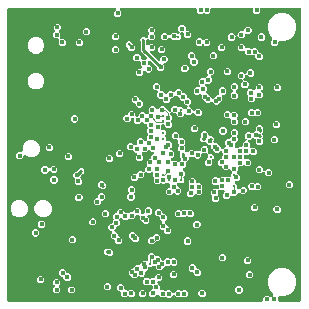
<source format=gbr>
G04 EAGLE Gerber RS-274X export*
G75*
%MOMM*%
%FSLAX34Y34*%
%LPD*%
%INCopper Layer 2*%
%IPPOS*%
%AMOC8*
5,1,8,0,0,1.08239X$1,22.5*%
G01*
%ADD10C,0.304800*%
%ADD11C,0.406400*%
%ADD12C,0.254000*%
%ADD13C,0.088900*%
%ADD14C,0.114300*%
%ADD15C,0.101600*%
%ADD16C,0.127000*%

G36*
X218050Y2556D02*
X218050Y2556D01*
X218169Y2563D01*
X218207Y2576D01*
X218248Y2581D01*
X218358Y2624D01*
X218471Y2661D01*
X218506Y2683D01*
X218543Y2698D01*
X218639Y2767D01*
X218740Y2831D01*
X218768Y2861D01*
X218801Y2884D01*
X218877Y2976D01*
X218958Y3063D01*
X218978Y3098D01*
X219003Y3129D01*
X219054Y3237D01*
X219112Y3341D01*
X219122Y3381D01*
X219139Y3417D01*
X219161Y3534D01*
X219191Y3649D01*
X219195Y3709D01*
X219199Y3729D01*
X219197Y3750D01*
X219201Y3810D01*
X219201Y5835D01*
X220987Y7621D01*
X223513Y7621D01*
X224528Y6606D01*
X224622Y6533D01*
X224711Y6454D01*
X224747Y6436D01*
X224779Y6411D01*
X224888Y6364D01*
X224994Y6310D01*
X225033Y6301D01*
X225071Y6285D01*
X225188Y6266D01*
X225304Y6240D01*
X225345Y6241D01*
X225385Y6235D01*
X225503Y6246D01*
X225622Y6250D01*
X225661Y6261D01*
X225701Y6265D01*
X225814Y6305D01*
X225928Y6338D01*
X225963Y6359D01*
X226001Y6372D01*
X226099Y6439D01*
X226202Y6500D01*
X226247Y6540D01*
X226264Y6551D01*
X226277Y6566D01*
X226323Y6606D01*
X227429Y7713D01*
X227502Y7807D01*
X227581Y7896D01*
X227599Y7932D01*
X227624Y7964D01*
X227671Y8073D01*
X227725Y8179D01*
X227734Y8218D01*
X227750Y8256D01*
X227769Y8373D01*
X227795Y8489D01*
X227794Y8530D01*
X227800Y8570D01*
X227789Y8688D01*
X227785Y8807D01*
X227774Y8846D01*
X227770Y8886D01*
X227730Y8998D01*
X227697Y9113D01*
X227676Y9148D01*
X227663Y9186D01*
X227596Y9284D01*
X227535Y9387D01*
X227496Y9432D01*
X227484Y9449D01*
X227469Y9462D01*
X227429Y9508D01*
X224721Y12215D01*
X222884Y16650D01*
X222884Y21450D01*
X224721Y25885D01*
X228115Y29279D01*
X232550Y31116D01*
X237350Y31116D01*
X241785Y29279D01*
X245179Y25885D01*
X247016Y21450D01*
X247016Y16650D01*
X245179Y12215D01*
X241785Y8821D01*
X237350Y6984D01*
X232918Y6984D01*
X232800Y6969D01*
X232681Y6962D01*
X232643Y6949D01*
X232602Y6944D01*
X232492Y6901D01*
X232379Y6864D01*
X232344Y6842D01*
X232307Y6827D01*
X232211Y6758D01*
X232110Y6694D01*
X232082Y6664D01*
X232049Y6641D01*
X231973Y6549D01*
X231892Y6462D01*
X231872Y6427D01*
X231847Y6396D01*
X231796Y6288D01*
X231738Y6184D01*
X231728Y6144D01*
X231711Y6108D01*
X231689Y5991D01*
X231659Y5876D01*
X231655Y5816D01*
X231651Y5796D01*
X231653Y5775D01*
X231649Y5715D01*
X231649Y3810D01*
X231664Y3692D01*
X231671Y3573D01*
X231684Y3535D01*
X231689Y3494D01*
X231732Y3384D01*
X231769Y3271D01*
X231791Y3236D01*
X231806Y3199D01*
X231875Y3103D01*
X231939Y3002D01*
X231969Y2974D01*
X231992Y2941D01*
X232084Y2865D01*
X232171Y2784D01*
X232206Y2764D01*
X232237Y2739D01*
X232345Y2688D01*
X232449Y2630D01*
X232489Y2620D01*
X232525Y2603D01*
X232642Y2581D01*
X232757Y2551D01*
X232817Y2547D01*
X232837Y2543D01*
X232858Y2545D01*
X232918Y2541D01*
X250190Y2541D01*
X250308Y2556D01*
X250427Y2563D01*
X250465Y2576D01*
X250506Y2581D01*
X250616Y2624D01*
X250729Y2661D01*
X250764Y2683D01*
X250801Y2698D01*
X250897Y2767D01*
X250998Y2831D01*
X251026Y2861D01*
X251059Y2884D01*
X251135Y2976D01*
X251216Y3063D01*
X251236Y3098D01*
X251261Y3129D01*
X251312Y3237D01*
X251370Y3341D01*
X251380Y3381D01*
X251397Y3417D01*
X251419Y3534D01*
X251449Y3649D01*
X251453Y3709D01*
X251457Y3729D01*
X251455Y3750D01*
X251459Y3810D01*
X251459Y250190D01*
X251444Y250308D01*
X251437Y250427D01*
X251424Y250465D01*
X251419Y250506D01*
X251376Y250616D01*
X251339Y250729D01*
X251317Y250764D01*
X251302Y250801D01*
X251233Y250897D01*
X251169Y250998D01*
X251139Y251026D01*
X251116Y251059D01*
X251024Y251135D01*
X250937Y251216D01*
X250902Y251236D01*
X250871Y251261D01*
X250763Y251312D01*
X250659Y251370D01*
X250619Y251380D01*
X250583Y251397D01*
X250466Y251419D01*
X250351Y251449D01*
X250291Y251453D01*
X250271Y251457D01*
X250250Y251455D01*
X250190Y251459D01*
X217932Y251459D01*
X217814Y251444D01*
X217695Y251437D01*
X217657Y251424D01*
X217616Y251419D01*
X217506Y251376D01*
X217393Y251339D01*
X217358Y251317D01*
X217321Y251302D01*
X217225Y251233D01*
X217124Y251169D01*
X217096Y251139D01*
X217063Y251116D01*
X216987Y251024D01*
X216906Y250937D01*
X216886Y250902D01*
X216861Y250871D01*
X216810Y250763D01*
X216752Y250659D01*
X216742Y250619D01*
X216725Y250583D01*
X216703Y250466D01*
X216673Y250351D01*
X216669Y250291D01*
X216665Y250271D01*
X216667Y250250D01*
X216663Y250190D01*
X216663Y248165D01*
X214877Y246379D01*
X212351Y246379D01*
X210565Y248165D01*
X210565Y250190D01*
X210550Y250308D01*
X210543Y250427D01*
X210530Y250465D01*
X210525Y250506D01*
X210482Y250616D01*
X210445Y250729D01*
X210423Y250764D01*
X210408Y250801D01*
X210339Y250897D01*
X210275Y250998D01*
X210245Y251026D01*
X210222Y251059D01*
X210130Y251135D01*
X210043Y251216D01*
X210008Y251236D01*
X209977Y251261D01*
X209869Y251312D01*
X209765Y251370D01*
X209725Y251380D01*
X209689Y251397D01*
X209572Y251419D01*
X209457Y251449D01*
X209397Y251453D01*
X209377Y251457D01*
X209356Y251455D01*
X209296Y251459D01*
X175791Y251459D01*
X175673Y251444D01*
X175554Y251437D01*
X175515Y251424D01*
X175475Y251419D01*
X175364Y251376D01*
X175251Y251339D01*
X175217Y251317D01*
X175180Y251302D01*
X175083Y251233D01*
X174983Y251169D01*
X174955Y251139D01*
X174922Y251116D01*
X174846Y251024D01*
X174765Y250937D01*
X174745Y250902D01*
X174719Y250871D01*
X174669Y250763D01*
X174611Y250659D01*
X174601Y250619D01*
X174584Y250583D01*
X174562Y250466D01*
X174532Y250351D01*
X174528Y250291D01*
X174524Y250271D01*
X174525Y250250D01*
X174522Y250190D01*
X174522Y248142D01*
X172736Y246356D01*
X170210Y246356D01*
X169680Y246886D01*
X169586Y246959D01*
X169497Y247038D01*
X169461Y247056D01*
X169429Y247081D01*
X169320Y247128D01*
X169214Y247182D01*
X169175Y247191D01*
X169137Y247207D01*
X169020Y247226D01*
X168904Y247252D01*
X168863Y247251D01*
X168823Y247257D01*
X168705Y247246D01*
X168586Y247242D01*
X168547Y247231D01*
X168507Y247227D01*
X168395Y247187D01*
X168280Y247154D01*
X168245Y247133D01*
X168207Y247120D01*
X168109Y247053D01*
X168006Y246992D01*
X167961Y246953D01*
X167944Y246941D01*
X167931Y246926D01*
X167885Y246886D01*
X167379Y246379D01*
X167186Y246379D01*
X167088Y246367D01*
X166989Y246364D01*
X166931Y246347D01*
X166871Y246339D01*
X166779Y246303D01*
X166683Y246275D01*
X166631Y246245D01*
X166575Y246222D01*
X166495Y246164D01*
X166410Y246114D01*
X166360Y246071D01*
X164247Y246071D01*
X162759Y247559D01*
X162759Y250189D01*
X162745Y250297D01*
X162737Y250427D01*
X162736Y250431D01*
X162735Y250435D01*
X162723Y250473D01*
X162719Y250505D01*
X162679Y250604D01*
X162639Y250729D01*
X162637Y250733D01*
X162635Y250736D01*
X162613Y250771D01*
X162602Y250801D01*
X162540Y250886D01*
X162469Y250998D01*
X162466Y251001D01*
X162464Y251004D01*
X162434Y251032D01*
X162415Y251058D01*
X162334Y251125D01*
X162237Y251216D01*
X162234Y251218D01*
X162231Y251221D01*
X162195Y251240D01*
X162170Y251261D01*
X162074Y251306D01*
X161959Y251370D01*
X161955Y251371D01*
X161951Y251372D01*
X161912Y251382D01*
X161882Y251396D01*
X161777Y251417D01*
X161651Y251449D01*
X161645Y251449D01*
X161643Y251450D01*
X161636Y251450D01*
X161585Y251453D01*
X161570Y251456D01*
X161554Y251455D01*
X161490Y251459D01*
X98817Y251459D01*
X98679Y251442D01*
X98540Y251429D01*
X98521Y251422D01*
X98501Y251419D01*
X98372Y251368D01*
X98241Y251321D01*
X98224Y251310D01*
X98205Y251302D01*
X98093Y251221D01*
X97978Y251143D01*
X97964Y251127D01*
X97948Y251116D01*
X97859Y251008D01*
X97767Y250904D01*
X97758Y250886D01*
X97745Y250871D01*
X97686Y250745D01*
X97623Y250621D01*
X97618Y250601D01*
X97610Y250583D01*
X97584Y250446D01*
X97553Y250311D01*
X97554Y250290D01*
X97550Y250271D01*
X97558Y250132D01*
X97563Y249993D01*
X97568Y249973D01*
X97570Y249953D01*
X97612Y249821D01*
X97651Y249687D01*
X97661Y249670D01*
X97668Y249651D01*
X97742Y249533D01*
X97813Y249413D01*
X97831Y249392D01*
X97838Y249382D01*
X97853Y249368D01*
X97919Y249293D01*
X99061Y248151D01*
X99061Y245625D01*
X97275Y243839D01*
X94749Y243839D01*
X92963Y245625D01*
X92963Y248151D01*
X94105Y249293D01*
X94190Y249402D01*
X94279Y249509D01*
X94288Y249528D01*
X94300Y249544D01*
X94355Y249671D01*
X94414Y249797D01*
X94418Y249817D01*
X94426Y249836D01*
X94448Y249974D01*
X94474Y250110D01*
X94473Y250130D01*
X94476Y250150D01*
X94463Y250289D01*
X94454Y250427D01*
X94448Y250446D01*
X94446Y250466D01*
X94399Y250598D01*
X94356Y250729D01*
X94346Y250747D01*
X94339Y250766D01*
X94261Y250881D01*
X94186Y250998D01*
X94171Y251012D01*
X94160Y251029D01*
X94056Y251121D01*
X93955Y251216D01*
X93937Y251226D01*
X93922Y251239D01*
X93798Y251303D01*
X93676Y251370D01*
X93657Y251375D01*
X93638Y251384D01*
X93503Y251414D01*
X93368Y251449D01*
X93340Y251451D01*
X93328Y251454D01*
X93308Y251453D01*
X93207Y251459D01*
X3810Y251459D01*
X3692Y251444D01*
X3573Y251437D01*
X3535Y251424D01*
X3494Y251419D01*
X3384Y251376D01*
X3271Y251339D01*
X3236Y251317D01*
X3199Y251302D01*
X3103Y251233D01*
X3002Y251169D01*
X2974Y251139D01*
X2941Y251116D01*
X2865Y251024D01*
X2784Y250937D01*
X2764Y250902D01*
X2739Y250871D01*
X2688Y250763D01*
X2630Y250659D01*
X2620Y250619D01*
X2603Y250583D01*
X2581Y250466D01*
X2551Y250351D01*
X2547Y250291D01*
X2543Y250271D01*
X2545Y250250D01*
X2541Y250190D01*
X2541Y3810D01*
X2556Y3692D01*
X2563Y3573D01*
X2576Y3535D01*
X2581Y3494D01*
X2624Y3384D01*
X2661Y3271D01*
X2683Y3236D01*
X2698Y3199D01*
X2767Y3103D01*
X2831Y3002D01*
X2861Y2974D01*
X2884Y2941D01*
X2976Y2865D01*
X3063Y2784D01*
X3098Y2764D01*
X3129Y2739D01*
X3237Y2688D01*
X3341Y2630D01*
X3381Y2620D01*
X3417Y2603D01*
X3534Y2581D01*
X3649Y2551D01*
X3709Y2547D01*
X3729Y2543D01*
X3750Y2545D01*
X3810Y2541D01*
X217932Y2541D01*
X218050Y2556D01*
G37*
%LPC*%
G36*
X138437Y92709D02*
X138437Y92709D01*
X136651Y94495D01*
X136651Y97021D01*
X138437Y98807D01*
X139192Y98807D01*
X139310Y98822D01*
X139429Y98829D01*
X139467Y98842D01*
X139508Y98847D01*
X139618Y98890D01*
X139731Y98927D01*
X139766Y98949D01*
X139803Y98964D01*
X139899Y99033D01*
X140000Y99097D01*
X140028Y99127D01*
X140061Y99150D01*
X140137Y99242D01*
X140218Y99329D01*
X140238Y99364D01*
X140263Y99395D01*
X140314Y99503D01*
X140372Y99607D01*
X140382Y99647D01*
X140399Y99683D01*
X140421Y99800D01*
X140451Y99915D01*
X140455Y99975D01*
X140459Y99995D01*
X140457Y100016D01*
X140461Y100076D01*
X140461Y101346D01*
X140446Y101464D01*
X140439Y101583D01*
X140426Y101621D01*
X140421Y101662D01*
X140378Y101772D01*
X140341Y101885D01*
X140319Y101920D01*
X140304Y101957D01*
X140235Y102053D01*
X140171Y102154D01*
X140141Y102182D01*
X140118Y102215D01*
X140026Y102291D01*
X139939Y102372D01*
X139904Y102392D01*
X139873Y102417D01*
X139765Y102468D01*
X139661Y102526D01*
X139621Y102536D01*
X139585Y102553D01*
X139468Y102575D01*
X139353Y102605D01*
X139293Y102609D01*
X139273Y102613D01*
X139252Y102611D01*
X139192Y102615D01*
X138597Y102615D01*
X138192Y103021D01*
X138098Y103094D01*
X138008Y103173D01*
X137972Y103191D01*
X137940Y103216D01*
X137831Y103263D01*
X137725Y103317D01*
X137686Y103326D01*
X137648Y103342D01*
X137531Y103361D01*
X137415Y103387D01*
X137374Y103386D01*
X137334Y103392D01*
X137216Y103381D01*
X137097Y103377D01*
X137058Y103366D01*
X137018Y103362D01*
X136906Y103322D01*
X136791Y103289D01*
X136756Y103268D01*
X136718Y103255D01*
X136620Y103188D01*
X136517Y103127D01*
X136472Y103088D01*
X136455Y103076D01*
X136442Y103061D01*
X136397Y103021D01*
X135883Y102507D01*
X133357Y102507D01*
X133304Y102560D01*
X133210Y102633D01*
X133121Y102712D01*
X133085Y102730D01*
X133053Y102755D01*
X132944Y102802D01*
X132838Y102856D01*
X132799Y102865D01*
X132761Y102881D01*
X132643Y102900D01*
X132528Y102926D01*
X132487Y102925D01*
X132447Y102931D01*
X132329Y102920D01*
X132210Y102916D01*
X132171Y102905D01*
X132131Y102901D01*
X132019Y102861D01*
X131904Y102828D01*
X131869Y102807D01*
X131831Y102794D01*
X131733Y102727D01*
X131630Y102666D01*
X131585Y102627D01*
X131568Y102615D01*
X131555Y102600D01*
X131509Y102560D01*
X130803Y101853D01*
X128277Y101853D01*
X126491Y103639D01*
X126491Y106165D01*
X126744Y106417D01*
X126817Y106512D01*
X126896Y106601D01*
X126914Y106637D01*
X126939Y106669D01*
X126986Y106778D01*
X127040Y106884D01*
X127049Y106923D01*
X127065Y106961D01*
X127084Y107078D01*
X127110Y107194D01*
X127109Y107235D01*
X127115Y107275D01*
X127104Y107393D01*
X127100Y107512D01*
X127089Y107551D01*
X127085Y107591D01*
X127045Y107703D01*
X127012Y107818D01*
X126991Y107853D01*
X126978Y107891D01*
X126911Y107989D01*
X126850Y108092D01*
X126810Y108137D01*
X126799Y108154D01*
X126784Y108167D01*
X126744Y108212D01*
X126237Y108719D01*
X126237Y111241D01*
X126220Y111379D01*
X126207Y111518D01*
X126200Y111537D01*
X126197Y111557D01*
X126146Y111687D01*
X126099Y111817D01*
X126088Y111834D01*
X126080Y111853D01*
X125999Y111965D01*
X125921Y112080D01*
X125905Y112094D01*
X125894Y112110D01*
X125786Y112199D01*
X125682Y112291D01*
X125664Y112300D01*
X125649Y112313D01*
X125523Y112372D01*
X125399Y112435D01*
X125379Y112440D01*
X125361Y112448D01*
X125224Y112474D01*
X125089Y112505D01*
X125068Y112504D01*
X125049Y112508D01*
X124910Y112500D01*
X124771Y112495D01*
X124751Y112490D01*
X124731Y112488D01*
X124599Y112446D01*
X124465Y112407D01*
X124448Y112397D01*
X124429Y112390D01*
X124311Y112316D01*
X124191Y112245D01*
X124170Y112227D01*
X124160Y112220D01*
X124146Y112205D01*
X124071Y112139D01*
X123691Y111759D01*
X121165Y111759D01*
X120785Y112139D01*
X120676Y112224D01*
X120569Y112313D01*
X120550Y112321D01*
X120534Y112334D01*
X120406Y112389D01*
X120281Y112448D01*
X120261Y112452D01*
X120242Y112460D01*
X120104Y112482D01*
X119968Y112508D01*
X119948Y112507D01*
X119928Y112510D01*
X119789Y112497D01*
X119651Y112488D01*
X119632Y112482D01*
X119612Y112480D01*
X119481Y112433D01*
X119349Y112390D01*
X119331Y112380D01*
X119312Y112373D01*
X119198Y112295D01*
X119080Y112220D01*
X119066Y112205D01*
X119049Y112194D01*
X118957Y112090D01*
X118862Y111989D01*
X118852Y111971D01*
X118839Y111956D01*
X118776Y111832D01*
X118708Y111710D01*
X118703Y111691D01*
X118694Y111672D01*
X118664Y111537D01*
X118629Y111402D01*
X118627Y111374D01*
X118624Y111362D01*
X118625Y111342D01*
X118619Y111241D01*
X118619Y108719D01*
X116833Y106933D01*
X114057Y106933D01*
X113958Y106921D01*
X113859Y106918D01*
X113801Y106901D01*
X113741Y106893D01*
X113649Y106857D01*
X113554Y106829D01*
X113502Y106799D01*
X113445Y106776D01*
X113365Y106718D01*
X113280Y106668D01*
X113205Y106602D01*
X113188Y106590D01*
X113180Y106580D01*
X113159Y106562D01*
X111245Y104647D01*
X108719Y104647D01*
X106933Y106433D01*
X106933Y108959D01*
X108719Y110745D01*
X111495Y110745D01*
X111594Y110757D01*
X111693Y110760D01*
X111751Y110777D01*
X111811Y110785D01*
X111903Y110821D01*
X111998Y110849D01*
X112050Y110879D01*
X112107Y110902D01*
X112187Y110960D01*
X112272Y111010D01*
X112347Y111076D01*
X112364Y111088D01*
X112372Y111098D01*
X112393Y111116D01*
X114307Y113031D01*
X116833Y113031D01*
X117213Y112651D01*
X117322Y112566D01*
X117429Y112477D01*
X117448Y112469D01*
X117464Y112456D01*
X117592Y112401D01*
X117717Y112342D01*
X117737Y112338D01*
X117756Y112330D01*
X117894Y112308D01*
X118030Y112282D01*
X118050Y112283D01*
X118070Y112280D01*
X118209Y112293D01*
X118347Y112302D01*
X118366Y112308D01*
X118386Y112310D01*
X118517Y112357D01*
X118649Y112400D01*
X118667Y112410D01*
X118686Y112417D01*
X118800Y112495D01*
X118918Y112570D01*
X118932Y112585D01*
X118949Y112596D01*
X119041Y112700D01*
X119136Y112801D01*
X119146Y112819D01*
X119159Y112834D01*
X119222Y112957D01*
X119290Y113080D01*
X119295Y113099D01*
X119304Y113118D01*
X119334Y113253D01*
X119369Y113388D01*
X119371Y113416D01*
X119374Y113428D01*
X119373Y113448D01*
X119379Y113549D01*
X119379Y116071D01*
X120648Y117340D01*
X120721Y117434D01*
X120800Y117523D01*
X120818Y117559D01*
X120843Y117591D01*
X120890Y117700D01*
X120944Y117806D01*
X120953Y117846D01*
X120969Y117883D01*
X120988Y118000D01*
X121014Y118116D01*
X121013Y118157D01*
X121019Y118197D01*
X121008Y118316D01*
X121004Y118434D01*
X120993Y118473D01*
X120989Y118513D01*
X120949Y118625D01*
X120916Y118740D01*
X120895Y118775D01*
X120882Y118813D01*
X120815Y118911D01*
X120754Y119014D01*
X120715Y119059D01*
X120703Y119076D01*
X120688Y119089D01*
X120649Y119133D01*
X120649Y121659D01*
X122435Y123445D01*
X123190Y123445D01*
X123308Y123460D01*
X123427Y123467D01*
X123465Y123480D01*
X123506Y123485D01*
X123616Y123528D01*
X123729Y123565D01*
X123764Y123587D01*
X123801Y123602D01*
X123897Y123671D01*
X123998Y123735D01*
X124026Y123765D01*
X124059Y123788D01*
X124135Y123880D01*
X124216Y123967D01*
X124236Y124002D01*
X124261Y124033D01*
X124312Y124141D01*
X124370Y124245D01*
X124380Y124285D01*
X124397Y124321D01*
X124419Y124438D01*
X124449Y124553D01*
X124453Y124613D01*
X124457Y124633D01*
X124455Y124654D01*
X124459Y124714D01*
X124459Y125469D01*
X126363Y127373D01*
X126448Y127482D01*
X126537Y127589D01*
X126545Y127608D01*
X126558Y127624D01*
X126613Y127752D01*
X126672Y127877D01*
X126676Y127897D01*
X126684Y127916D01*
X126706Y128054D01*
X126732Y128190D01*
X126731Y128210D01*
X126734Y128230D01*
X126721Y128369D01*
X126712Y128507D01*
X126706Y128526D01*
X126704Y128546D01*
X126657Y128678D01*
X126614Y128809D01*
X126604Y128827D01*
X126597Y128846D01*
X126519Y128961D01*
X126444Y129078D01*
X126429Y129092D01*
X126418Y129109D01*
X126314Y129201D01*
X126213Y129296D01*
X126195Y129306D01*
X126180Y129319D01*
X126056Y129383D01*
X125934Y129450D01*
X125915Y129455D01*
X125896Y129464D01*
X125761Y129494D01*
X125626Y129529D01*
X125598Y129531D01*
X125586Y129534D01*
X125566Y129533D01*
X125465Y129539D01*
X124467Y129539D01*
X123453Y130554D01*
X123358Y130627D01*
X123269Y130706D01*
X123233Y130724D01*
X123201Y130749D01*
X123092Y130796D01*
X122986Y130850D01*
X122947Y130859D01*
X122909Y130875D01*
X122792Y130894D01*
X122676Y130920D01*
X122635Y130919D01*
X122595Y130925D01*
X122477Y130914D01*
X122358Y130910D01*
X122319Y130899D01*
X122279Y130895D01*
X122166Y130855D01*
X122052Y130822D01*
X122018Y130801D01*
X121979Y130788D01*
X121881Y130721D01*
X121778Y130660D01*
X121733Y130620D01*
X121716Y130609D01*
X121703Y130594D01*
X121658Y130554D01*
X120135Y129031D01*
X117359Y129031D01*
X117221Y129014D01*
X117082Y129001D01*
X117063Y128994D01*
X117043Y128991D01*
X116914Y128940D01*
X116783Y128893D01*
X116766Y128882D01*
X116747Y128874D01*
X116635Y128793D01*
X116520Y128715D01*
X116506Y128699D01*
X116490Y128688D01*
X116401Y128580D01*
X116309Y128476D01*
X116300Y128458D01*
X116287Y128443D01*
X116228Y128317D01*
X116165Y128193D01*
X116160Y128173D01*
X116152Y128155D01*
X116126Y128018D01*
X116095Y127883D01*
X116096Y127862D01*
X116092Y127843D01*
X116100Y127704D01*
X116105Y127565D01*
X116110Y127545D01*
X116112Y127525D01*
X116154Y127393D01*
X116193Y127259D01*
X116203Y127242D01*
X116210Y127223D01*
X116284Y127105D01*
X116355Y126985D01*
X116373Y126964D01*
X116380Y126954D01*
X116395Y126940D01*
X116461Y126865D01*
X117349Y125977D01*
X117349Y123451D01*
X115563Y121665D01*
X113037Y121665D01*
X111251Y123451D01*
X111251Y125977D01*
X111885Y126611D01*
X111970Y126720D01*
X112059Y126827D01*
X112068Y126846D01*
X112080Y126862D01*
X112135Y126989D01*
X112194Y127115D01*
X112198Y127135D01*
X112206Y127154D01*
X112228Y127292D01*
X112254Y127428D01*
X112253Y127448D01*
X112256Y127468D01*
X112243Y127607D01*
X112234Y127745D01*
X112228Y127764D01*
X112226Y127784D01*
X112179Y127916D01*
X112136Y128047D01*
X112126Y128065D01*
X112119Y128084D01*
X112041Y128199D01*
X111966Y128316D01*
X111951Y128330D01*
X111940Y128347D01*
X111836Y128439D01*
X111735Y128534D01*
X111717Y128544D01*
X111702Y128557D01*
X111578Y128620D01*
X111456Y128688D01*
X111437Y128693D01*
X111418Y128702D01*
X111283Y128732D01*
X111148Y128767D01*
X111120Y128769D01*
X111108Y128772D01*
X111088Y128771D01*
X111006Y128776D01*
X109599Y130184D01*
X109521Y130244D01*
X109449Y130312D01*
X109396Y130341D01*
X109348Y130378D01*
X109257Y130418D01*
X109170Y130466D01*
X109111Y130481D01*
X109056Y130505D01*
X108958Y130520D01*
X108862Y130545D01*
X108762Y130551D01*
X108742Y130555D01*
X108729Y130553D01*
X108701Y130555D01*
X105925Y130555D01*
X104139Y132341D01*
X104139Y134867D01*
X105925Y136653D01*
X108451Y136653D01*
X109857Y135246D01*
X109935Y135186D01*
X110007Y135118D01*
X110060Y135089D01*
X110108Y135052D01*
X110199Y135012D01*
X110286Y134964D01*
X110344Y134949D01*
X110400Y134925D01*
X110498Y134910D01*
X110594Y134885D01*
X110694Y134879D01*
X110714Y134875D01*
X110727Y134877D01*
X110755Y134875D01*
X110998Y134875D01*
X111116Y134890D01*
X111235Y134897D01*
X111273Y134910D01*
X111314Y134915D01*
X111424Y134958D01*
X111537Y134995D01*
X111572Y135017D01*
X111609Y135032D01*
X111705Y135101D01*
X111806Y135165D01*
X111834Y135195D01*
X111867Y135218D01*
X111943Y135310D01*
X112024Y135397D01*
X112044Y135432D01*
X112069Y135463D01*
X112120Y135571D01*
X112178Y135675D01*
X112188Y135715D01*
X112205Y135751D01*
X112227Y135868D01*
X112257Y135983D01*
X112261Y136043D01*
X112265Y136063D01*
X112263Y136084D01*
X112267Y136144D01*
X112267Y138931D01*
X114053Y140717D01*
X116579Y140717D01*
X118483Y138813D01*
X118577Y138740D01*
X118666Y138661D01*
X118702Y138643D01*
X118734Y138618D01*
X118843Y138571D01*
X118949Y138517D01*
X118989Y138508D01*
X119026Y138492D01*
X119143Y138473D01*
X119259Y138447D01*
X119300Y138448D01*
X119340Y138442D01*
X119459Y138453D01*
X119577Y138457D01*
X119616Y138468D01*
X119656Y138472D01*
X119769Y138512D01*
X119883Y138545D01*
X119918Y138566D01*
X119956Y138579D01*
X120054Y138646D01*
X120157Y138707D01*
X120202Y138746D01*
X120219Y138758D01*
X120232Y138773D01*
X120278Y138813D01*
X120563Y139098D01*
X120636Y139192D01*
X120714Y139282D01*
X120733Y139318D01*
X120758Y139350D01*
X120805Y139459D01*
X120859Y139565D01*
X120868Y139604D01*
X120884Y139641D01*
X120903Y139759D01*
X120929Y139875D01*
X120927Y139916D01*
X120934Y139956D01*
X120923Y140074D01*
X120919Y140193D01*
X120908Y140232D01*
X120904Y140272D01*
X120864Y140384D01*
X120831Y140499D01*
X120823Y140511D01*
X120823Y143158D01*
X121352Y143687D01*
X121425Y143781D01*
X121504Y143870D01*
X121522Y143906D01*
X121547Y143938D01*
X121594Y144047D01*
X121648Y144153D01*
X121657Y144193D01*
X121673Y144230D01*
X121692Y144348D01*
X121718Y144464D01*
X121717Y144504D01*
X121723Y144544D01*
X121712Y144663D01*
X121708Y144781D01*
X121697Y144820D01*
X121693Y144861D01*
X121653Y144973D01*
X121620Y145087D01*
X121599Y145122D01*
X121585Y145160D01*
X121519Y145258D01*
X121458Y145361D01*
X121418Y145406D01*
X121407Y145423D01*
X121392Y145436D01*
X121352Y145482D01*
X120903Y145930D01*
X120903Y148456D01*
X121283Y148835D01*
X121356Y148929D01*
X121435Y149019D01*
X121453Y149055D01*
X121478Y149087D01*
X121525Y149196D01*
X121579Y149302D01*
X121588Y149341D01*
X121604Y149379D01*
X121623Y149496D01*
X121649Y149612D01*
X121648Y149653D01*
X121654Y149693D01*
X121643Y149811D01*
X121639Y149930D01*
X121628Y149969D01*
X121624Y150009D01*
X121584Y150121D01*
X121551Y150236D01*
X121530Y150271D01*
X121517Y150309D01*
X121450Y150407D01*
X121389Y150510D01*
X121349Y150555D01*
X121338Y150572D01*
X121323Y150585D01*
X121283Y150630D01*
X120903Y151010D01*
X120903Y151638D01*
X120888Y151756D01*
X120881Y151875D01*
X120868Y151913D01*
X120863Y151954D01*
X120820Y152064D01*
X120783Y152177D01*
X120761Y152212D01*
X120746Y152249D01*
X120677Y152345D01*
X120613Y152446D01*
X120583Y152474D01*
X120560Y152507D01*
X120468Y152583D01*
X120381Y152664D01*
X120346Y152684D01*
X120315Y152709D01*
X120207Y152760D01*
X120103Y152818D01*
X120063Y152828D01*
X120027Y152845D01*
X119910Y152867D01*
X119795Y152897D01*
X119735Y152901D01*
X119715Y152905D01*
X119694Y152903D01*
X119634Y152907D01*
X119133Y152907D01*
X117356Y154684D01*
X117262Y154757D01*
X117173Y154836D01*
X117137Y154854D01*
X117105Y154879D01*
X116996Y154926D01*
X116890Y154980D01*
X116851Y154989D01*
X116813Y155005D01*
X116696Y155024D01*
X116580Y155050D01*
X116539Y155049D01*
X116499Y155055D01*
X116381Y155044D01*
X116262Y155040D01*
X116223Y155029D01*
X116183Y155025D01*
X116071Y154985D01*
X115956Y154952D01*
X115921Y154931D01*
X115883Y154918D01*
X115785Y154851D01*
X115682Y154790D01*
X115637Y154751D01*
X115620Y154739D01*
X115607Y154724D01*
X115561Y154684D01*
X114039Y153161D01*
X111513Y153161D01*
X109727Y154947D01*
X109727Y156972D01*
X109712Y157090D01*
X109705Y157209D01*
X109692Y157247D01*
X109687Y157288D01*
X109644Y157398D01*
X109607Y157511D01*
X109585Y157546D01*
X109570Y157583D01*
X109501Y157679D01*
X109437Y157780D01*
X109407Y157808D01*
X109384Y157841D01*
X109292Y157917D01*
X109205Y157998D01*
X109170Y158018D01*
X109139Y158043D01*
X109031Y158094D01*
X108927Y158152D01*
X108887Y158162D01*
X108851Y158179D01*
X108734Y158201D01*
X108619Y158231D01*
X108559Y158235D01*
X108539Y158239D01*
X108518Y158237D01*
X108458Y158241D01*
X108204Y158241D01*
X108086Y158226D01*
X107967Y158219D01*
X107929Y158206D01*
X107888Y158201D01*
X107778Y158158D01*
X107665Y158121D01*
X107630Y158099D01*
X107593Y158084D01*
X107497Y158015D01*
X107396Y157951D01*
X107368Y157921D01*
X107335Y157898D01*
X107259Y157806D01*
X107178Y157719D01*
X107158Y157684D01*
X107133Y157653D01*
X107082Y157545D01*
X107024Y157441D01*
X107014Y157401D01*
X106997Y157365D01*
X106975Y157248D01*
X106945Y157133D01*
X106941Y157073D01*
X106937Y157053D01*
X106939Y157032D01*
X106935Y156972D01*
X106935Y156217D01*
X105149Y154431D01*
X102623Y154431D01*
X100837Y156217D01*
X100837Y158743D01*
X102623Y160529D01*
X103378Y160529D01*
X103496Y160544D01*
X103615Y160551D01*
X103653Y160564D01*
X103694Y160569D01*
X103804Y160612D01*
X103917Y160649D01*
X103952Y160671D01*
X103989Y160686D01*
X104085Y160755D01*
X104186Y160819D01*
X104214Y160849D01*
X104247Y160872D01*
X104323Y160964D01*
X104404Y161051D01*
X104424Y161086D01*
X104449Y161117D01*
X104500Y161225D01*
X104558Y161329D01*
X104568Y161369D01*
X104585Y161405D01*
X104607Y161522D01*
X104637Y161637D01*
X104641Y161697D01*
X104645Y161717D01*
X104643Y161738D01*
X104647Y161798D01*
X104647Y162553D01*
X106433Y164339D01*
X108959Y164339D01*
X110745Y162553D01*
X110745Y160528D01*
X110760Y160410D01*
X110767Y160291D01*
X110780Y160253D01*
X110785Y160212D01*
X110828Y160102D01*
X110865Y159989D01*
X110887Y159954D01*
X110902Y159917D01*
X110971Y159821D01*
X111035Y159720D01*
X111065Y159692D01*
X111088Y159659D01*
X111180Y159583D01*
X111267Y159502D01*
X111302Y159482D01*
X111333Y159457D01*
X111441Y159406D01*
X111545Y159348D01*
X111585Y159338D01*
X111621Y159321D01*
X111738Y159299D01*
X111853Y159269D01*
X111913Y159265D01*
X111933Y159261D01*
X111954Y159263D01*
X112014Y159259D01*
X112522Y159259D01*
X112640Y159274D01*
X112759Y159281D01*
X112797Y159294D01*
X112838Y159299D01*
X112948Y159342D01*
X113061Y159379D01*
X113096Y159401D01*
X113133Y159416D01*
X113229Y159485D01*
X113330Y159549D01*
X113358Y159579D01*
X113391Y159602D01*
X113467Y159694D01*
X113548Y159781D01*
X113568Y159816D01*
X113593Y159847D01*
X113644Y159955D01*
X113702Y160059D01*
X113712Y160099D01*
X113729Y160135D01*
X113751Y160252D01*
X113781Y160367D01*
X113785Y160427D01*
X113789Y160447D01*
X113787Y160468D01*
X113791Y160528D01*
X113791Y161029D01*
X115577Y162815D01*
X118103Y162815D01*
X119498Y161419D01*
X119593Y161346D01*
X119682Y161267D01*
X119718Y161249D01*
X119750Y161224D01*
X119859Y161177D01*
X119965Y161123D01*
X120004Y161114D01*
X120042Y161098D01*
X120159Y161079D01*
X120275Y161053D01*
X120316Y161054D01*
X120356Y161048D01*
X120474Y161059D01*
X120593Y161063D01*
X120632Y161074D01*
X120672Y161078D01*
X120785Y161118D01*
X120899Y161151D01*
X120933Y161172D01*
X120972Y161185D01*
X121070Y161252D01*
X121173Y161313D01*
X121218Y161353D01*
X121235Y161364D01*
X121248Y161379D01*
X121293Y161419D01*
X122045Y162171D01*
X122118Y162265D01*
X122197Y162354D01*
X122215Y162390D01*
X122240Y162422D01*
X122287Y162531D01*
X122341Y162637D01*
X122350Y162677D01*
X122366Y162714D01*
X122385Y162832D01*
X122411Y162947D01*
X122410Y162988D01*
X122416Y163028D01*
X122405Y163147D01*
X122401Y163265D01*
X122390Y163304D01*
X122386Y163344D01*
X122346Y163457D01*
X122313Y163571D01*
X122292Y163606D01*
X122279Y163644D01*
X122212Y163742D01*
X122173Y163807D01*
X122173Y166363D01*
X123959Y168149D01*
X126485Y168149D01*
X128642Y165991D01*
X128736Y165918D01*
X128826Y165839D01*
X128844Y165830D01*
X128859Y165817D01*
X128878Y165808D01*
X128894Y165796D01*
X129002Y165749D01*
X129109Y165695D01*
X129129Y165690D01*
X129147Y165682D01*
X129167Y165678D01*
X129186Y165670D01*
X129302Y165651D01*
X129419Y165625D01*
X129440Y165626D01*
X129459Y165622D01*
X129480Y165623D01*
X129500Y165620D01*
X129617Y165631D01*
X129737Y165635D01*
X129757Y165640D01*
X129777Y165642D01*
X129796Y165648D01*
X129816Y165650D01*
X129928Y165690D01*
X130043Y165723D01*
X130060Y165733D01*
X130079Y165740D01*
X130097Y165751D01*
X130116Y165757D01*
X130214Y165824D01*
X130317Y165885D01*
X130338Y165903D01*
X130348Y165910D01*
X130362Y165925D01*
X130379Y165936D01*
X130392Y165951D01*
X130437Y165991D01*
X132341Y167895D01*
X134867Y167895D01*
X136083Y166679D01*
X136161Y166618D01*
X136233Y166550D01*
X136286Y166521D01*
X136334Y166484D01*
X136425Y166445D01*
X136511Y166397D01*
X136570Y166382D01*
X136626Y166358D01*
X136713Y166344D01*
X137977Y165080D01*
X139311Y163746D01*
X139420Y163661D01*
X139527Y163572D01*
X139546Y163563D01*
X139562Y163551D01*
X139689Y163496D01*
X139815Y163437D01*
X139835Y163433D01*
X139854Y163425D01*
X139992Y163403D01*
X140128Y163377D01*
X140148Y163378D01*
X140168Y163375D01*
X140307Y163388D01*
X140445Y163397D01*
X140464Y163403D01*
X140484Y163405D01*
X140616Y163452D01*
X140747Y163495D01*
X140765Y163505D01*
X140784Y163512D01*
X140899Y163590D01*
X141016Y163665D01*
X141030Y163679D01*
X141047Y163691D01*
X141139Y163795D01*
X141234Y163896D01*
X141244Y163914D01*
X141257Y163929D01*
X141321Y164053D01*
X141388Y164175D01*
X141393Y164194D01*
X141402Y164212D01*
X141432Y164348D01*
X141467Y164483D01*
X141469Y164511D01*
X141472Y164523D01*
X141471Y164543D01*
X141477Y164643D01*
X141477Y166363D01*
X143263Y168149D01*
X145789Y168149D01*
X146514Y167424D01*
X146608Y167351D01*
X146697Y167272D01*
X146733Y167254D01*
X146765Y167229D01*
X146874Y167182D01*
X146980Y167127D01*
X147020Y167119D01*
X147057Y167103D01*
X147175Y167084D01*
X147291Y167058D01*
X147331Y167059D01*
X147371Y167053D01*
X147490Y167064D01*
X147608Y167068D01*
X147647Y167079D01*
X147688Y167083D01*
X147800Y167123D01*
X147914Y167156D01*
X147949Y167176D01*
X147987Y167190D01*
X148085Y167257D01*
X148188Y167317D01*
X148233Y167357D01*
X148250Y167369D01*
X148263Y167384D01*
X148309Y167424D01*
X148554Y167669D01*
X150658Y167669D01*
X152300Y166027D01*
X152394Y165954D01*
X152484Y165875D01*
X152519Y165857D01*
X152552Y165832D01*
X152661Y165785D01*
X152767Y165730D01*
X152806Y165722D01*
X152843Y165706D01*
X152961Y165687D01*
X153077Y165661D01*
X153117Y165662D01*
X153157Y165656D01*
X153276Y165667D01*
X153395Y165670D01*
X153434Y165682D01*
X153474Y165686D01*
X153586Y165726D01*
X153700Y165759D01*
X153735Y165779D01*
X153773Y165793D01*
X153872Y165860D01*
X153974Y165920D01*
X154020Y165960D01*
X154037Y165972D01*
X154050Y165987D01*
X154095Y166027D01*
X154811Y166743D01*
X154896Y166852D01*
X154985Y166959D01*
X154993Y166978D01*
X155006Y166994D01*
X155061Y167122D01*
X155120Y167247D01*
X155124Y167267D01*
X155132Y167286D01*
X155154Y167424D01*
X155180Y167560D01*
X155179Y167580D01*
X155182Y167600D01*
X155169Y167739D01*
X155160Y167877D01*
X155154Y167896D01*
X155152Y167916D01*
X155105Y168047D01*
X155062Y168179D01*
X155052Y168197D01*
X155045Y168216D01*
X154967Y168330D01*
X154892Y168448D01*
X154877Y168462D01*
X154866Y168479D01*
X154762Y168571D01*
X154661Y168666D01*
X154643Y168676D01*
X154628Y168689D01*
X154504Y168752D01*
X154382Y168820D01*
X154363Y168825D01*
X154344Y168834D01*
X154209Y168864D01*
X154074Y168899D01*
X154046Y168901D01*
X154034Y168904D01*
X154014Y168903D01*
X153913Y168909D01*
X153677Y168909D01*
X151891Y170695D01*
X151891Y171450D01*
X151876Y171568D01*
X151869Y171687D01*
X151856Y171725D01*
X151851Y171766D01*
X151808Y171876D01*
X151771Y171989D01*
X151749Y172024D01*
X151734Y172061D01*
X151665Y172157D01*
X151601Y172258D01*
X151571Y172286D01*
X151548Y172319D01*
X151456Y172395D01*
X151369Y172476D01*
X151334Y172496D01*
X151303Y172521D01*
X151195Y172572D01*
X151091Y172630D01*
X151051Y172640D01*
X151015Y172657D01*
X150898Y172679D01*
X150783Y172709D01*
X150723Y172713D01*
X150703Y172717D01*
X150682Y172715D01*
X150622Y172719D01*
X150121Y172719D01*
X148335Y174505D01*
X148335Y175006D01*
X148320Y175124D01*
X148313Y175243D01*
X148300Y175281D01*
X148295Y175322D01*
X148252Y175432D01*
X148215Y175545D01*
X148193Y175580D01*
X148178Y175617D01*
X148109Y175713D01*
X148045Y175814D01*
X148015Y175842D01*
X147992Y175875D01*
X147900Y175951D01*
X147813Y176032D01*
X147778Y176052D01*
X147747Y176077D01*
X147639Y176128D01*
X147535Y176186D01*
X147495Y176196D01*
X147459Y176213D01*
X147342Y176235D01*
X147227Y176265D01*
X147167Y176269D01*
X147147Y176273D01*
X147126Y176271D01*
X147066Y176275D01*
X146311Y176275D01*
X145804Y176782D01*
X145710Y176855D01*
X145621Y176934D01*
X145585Y176952D01*
X145553Y176977D01*
X145444Y177024D01*
X145338Y177078D01*
X145299Y177087D01*
X145261Y177103D01*
X145144Y177122D01*
X145028Y177148D01*
X144987Y177147D01*
X144947Y177153D01*
X144829Y177142D01*
X144710Y177138D01*
X144671Y177127D01*
X144631Y177123D01*
X144519Y177083D01*
X144404Y177050D01*
X144369Y177029D01*
X144331Y177016D01*
X144233Y176949D01*
X144130Y176888D01*
X144085Y176849D01*
X144068Y176837D01*
X144055Y176822D01*
X144009Y176782D01*
X141979Y174751D01*
X141478Y174751D01*
X141360Y174736D01*
X141241Y174729D01*
X141203Y174716D01*
X141162Y174711D01*
X141052Y174668D01*
X140939Y174631D01*
X140904Y174609D01*
X140867Y174594D01*
X140771Y174525D01*
X140670Y174461D01*
X140642Y174431D01*
X140609Y174408D01*
X140533Y174316D01*
X140452Y174229D01*
X140432Y174194D01*
X140407Y174163D01*
X140356Y174055D01*
X140298Y173951D01*
X140288Y173911D01*
X140271Y173875D01*
X140249Y173758D01*
X140219Y173643D01*
X140215Y173583D01*
X140211Y173563D01*
X140213Y173542D01*
X140209Y173482D01*
X140209Y172727D01*
X138423Y170941D01*
X135897Y170941D01*
X134111Y172727D01*
X134111Y173228D01*
X134096Y173346D01*
X134089Y173465D01*
X134076Y173503D01*
X134071Y173544D01*
X134028Y173654D01*
X133991Y173767D01*
X133969Y173802D01*
X133954Y173839D01*
X133885Y173935D01*
X133821Y174036D01*
X133791Y174064D01*
X133768Y174097D01*
X133676Y174173D01*
X133589Y174254D01*
X133554Y174274D01*
X133523Y174299D01*
X133415Y174350D01*
X133311Y174408D01*
X133271Y174418D01*
X133235Y174435D01*
X133118Y174457D01*
X133003Y174487D01*
X132943Y174491D01*
X132923Y174495D01*
X132902Y174493D01*
X132842Y174497D01*
X131325Y174497D01*
X129539Y176283D01*
X129539Y178809D01*
X129919Y179189D01*
X130004Y179298D01*
X130093Y179405D01*
X130101Y179424D01*
X130114Y179440D01*
X130169Y179568D01*
X130228Y179693D01*
X130232Y179713D01*
X130240Y179732D01*
X130262Y179870D01*
X130288Y180006D01*
X130287Y180026D01*
X130290Y180046D01*
X130277Y180185D01*
X130268Y180323D01*
X130262Y180342D01*
X130260Y180362D01*
X130213Y180493D01*
X130170Y180625D01*
X130160Y180643D01*
X130153Y180662D01*
X130075Y180776D01*
X130000Y180894D01*
X129985Y180908D01*
X129974Y180925D01*
X129870Y181017D01*
X129769Y181112D01*
X129751Y181122D01*
X129736Y181135D01*
X129612Y181198D01*
X129490Y181266D01*
X129471Y181271D01*
X129452Y181280D01*
X129317Y181310D01*
X129182Y181345D01*
X129154Y181347D01*
X129142Y181350D01*
X129122Y181349D01*
X129021Y181355D01*
X127769Y181355D01*
X125983Y183141D01*
X125983Y185667D01*
X127769Y187453D01*
X130295Y187453D01*
X132081Y185667D01*
X132081Y183141D01*
X131701Y182761D01*
X131616Y182652D01*
X131527Y182545D01*
X131519Y182526D01*
X131506Y182510D01*
X131451Y182382D01*
X131392Y182257D01*
X131388Y182237D01*
X131380Y182218D01*
X131358Y182080D01*
X131332Y181944D01*
X131333Y181924D01*
X131330Y181904D01*
X131343Y181765D01*
X131352Y181627D01*
X131358Y181608D01*
X131360Y181588D01*
X131407Y181457D01*
X131450Y181325D01*
X131460Y181307D01*
X131467Y181288D01*
X131545Y181174D01*
X131620Y181056D01*
X131635Y181042D01*
X131646Y181025D01*
X131750Y180933D01*
X131851Y180838D01*
X131869Y180828D01*
X131884Y180815D01*
X132008Y180752D01*
X132130Y180684D01*
X132149Y180679D01*
X132168Y180670D01*
X132303Y180640D01*
X132438Y180605D01*
X132466Y180603D01*
X132478Y180600D01*
X132498Y180601D01*
X132599Y180595D01*
X133851Y180595D01*
X135627Y178818D01*
X135722Y178745D01*
X135811Y178666D01*
X135847Y178648D01*
X135879Y178623D01*
X135988Y178576D01*
X136094Y178522D01*
X136133Y178513D01*
X136171Y178497D01*
X136288Y178478D01*
X136404Y178452D01*
X136445Y178453D01*
X136485Y178447D01*
X136603Y178458D01*
X136722Y178462D01*
X136761Y178473D01*
X136801Y178477D01*
X136914Y178517D01*
X137028Y178550D01*
X137062Y178571D01*
X137101Y178584D01*
X137199Y178651D01*
X137302Y178712D01*
X137347Y178752D01*
X137364Y178763D01*
X137377Y178778D01*
X137422Y178818D01*
X139453Y180849D01*
X141979Y180849D01*
X142485Y180342D01*
X142579Y180269D01*
X142669Y180190D01*
X142705Y180172D01*
X142737Y180147D01*
X142846Y180100D01*
X142952Y180046D01*
X142991Y180037D01*
X143029Y180021D01*
X143146Y180002D01*
X143262Y179976D01*
X143303Y179977D01*
X143343Y179971D01*
X143461Y179982D01*
X143580Y179986D01*
X143619Y179997D01*
X143659Y180001D01*
X143771Y180041D01*
X143886Y180074D01*
X143921Y180095D01*
X143959Y180108D01*
X144057Y180175D01*
X144160Y180236D01*
X144205Y180276D01*
X144222Y180287D01*
X144235Y180302D01*
X144280Y180342D01*
X146311Y182373D01*
X148837Y182373D01*
X150623Y180587D01*
X150623Y180086D01*
X150638Y179968D01*
X150645Y179849D01*
X150658Y179811D01*
X150663Y179770D01*
X150706Y179660D01*
X150743Y179547D01*
X150765Y179512D01*
X150780Y179475D01*
X150849Y179379D01*
X150913Y179278D01*
X150943Y179250D01*
X150966Y179217D01*
X151058Y179141D01*
X151145Y179060D01*
X151180Y179040D01*
X151211Y179015D01*
X151319Y178964D01*
X151423Y178906D01*
X151463Y178896D01*
X151499Y178879D01*
X151616Y178857D01*
X151731Y178827D01*
X151791Y178823D01*
X151811Y178819D01*
X151832Y178821D01*
X151892Y178817D01*
X152647Y178817D01*
X154433Y177031D01*
X154433Y176276D01*
X154448Y176158D01*
X154455Y176039D01*
X154468Y176001D01*
X154473Y175960D01*
X154516Y175850D01*
X154553Y175737D01*
X154575Y175702D01*
X154590Y175665D01*
X154659Y175569D01*
X154723Y175468D01*
X154753Y175440D01*
X154776Y175407D01*
X154868Y175331D01*
X154955Y175250D01*
X154990Y175230D01*
X155021Y175205D01*
X155129Y175154D01*
X155233Y175096D01*
X155273Y175086D01*
X155309Y175069D01*
X155426Y175047D01*
X155541Y175017D01*
X155601Y175013D01*
X155621Y175009D01*
X155642Y175011D01*
X155702Y175007D01*
X156203Y175007D01*
X157989Y173221D01*
X157989Y170695D01*
X156339Y169045D01*
X156254Y168936D01*
X156165Y168829D01*
X156157Y168810D01*
X156144Y168794D01*
X156089Y168666D01*
X156030Y168541D01*
X156026Y168521D01*
X156018Y168502D01*
X155996Y168364D01*
X155970Y168228D01*
X155971Y168208D01*
X155968Y168188D01*
X155981Y168049D01*
X155990Y167911D01*
X155996Y167892D01*
X155998Y167872D01*
X156045Y167740D01*
X156088Y167609D01*
X156098Y167591D01*
X156105Y167572D01*
X156183Y167457D01*
X156258Y167340D01*
X156273Y167326D01*
X156284Y167309D01*
X156388Y167217D01*
X156489Y167122D01*
X156507Y167112D01*
X156522Y167099D01*
X156646Y167035D01*
X156768Y166968D01*
X156787Y166963D01*
X156806Y166954D01*
X156941Y166924D01*
X157076Y166889D01*
X157104Y166887D01*
X157116Y166884D01*
X157136Y166885D01*
X157237Y166879D01*
X157473Y166879D01*
X159298Y165054D01*
X159299Y165049D01*
X159350Y164920D01*
X159397Y164789D01*
X159408Y164772D01*
X159416Y164753D01*
X159497Y164641D01*
X159575Y164526D01*
X159591Y164512D01*
X159602Y164496D01*
X159710Y164407D01*
X159814Y164315D01*
X159832Y164306D01*
X159847Y164293D01*
X159973Y164234D01*
X160097Y164171D01*
X160117Y164166D01*
X160135Y164158D01*
X160272Y164132D01*
X160407Y164101D01*
X160428Y164102D01*
X160447Y164098D01*
X160586Y164106D01*
X160725Y164111D01*
X160745Y164116D01*
X160765Y164118D01*
X160897Y164160D01*
X161031Y164199D01*
X161048Y164209D01*
X161067Y164216D01*
X161185Y164290D01*
X161305Y164361D01*
X161326Y164379D01*
X161336Y164386D01*
X161350Y164401D01*
X161425Y164467D01*
X162821Y165863D01*
X165347Y165863D01*
X167133Y164077D01*
X167133Y161551D01*
X165347Y159765D01*
X162821Y159765D01*
X160996Y161590D01*
X160995Y161595D01*
X160944Y161724D01*
X160897Y161855D01*
X160886Y161872D01*
X160878Y161891D01*
X160797Y162003D01*
X160719Y162118D01*
X160703Y162132D01*
X160692Y162148D01*
X160584Y162237D01*
X160480Y162329D01*
X160462Y162338D01*
X160447Y162351D01*
X160321Y162410D01*
X160197Y162473D01*
X160177Y162478D01*
X160159Y162486D01*
X160022Y162512D01*
X159887Y162543D01*
X159866Y162542D01*
X159847Y162546D01*
X159708Y162538D01*
X159569Y162533D01*
X159549Y162528D01*
X159529Y162526D01*
X159397Y162484D01*
X159263Y162445D01*
X159246Y162435D01*
X159227Y162428D01*
X159109Y162354D01*
X158989Y162283D01*
X158968Y162265D01*
X158958Y162258D01*
X158944Y162243D01*
X158869Y162177D01*
X157473Y160781D01*
X154947Y160781D01*
X154126Y161603D01*
X154016Y161687D01*
X153909Y161777D01*
X153890Y161785D01*
X153874Y161798D01*
X153747Y161853D01*
X153621Y161912D01*
X153601Y161916D01*
X153583Y161924D01*
X153445Y161946D01*
X153309Y161972D01*
X153289Y161971D01*
X153269Y161974D01*
X153129Y161961D01*
X152991Y161952D01*
X152972Y161946D01*
X152952Y161944D01*
X152821Y161897D01*
X152689Y161854D01*
X152672Y161843D01*
X152653Y161836D01*
X152538Y161758D01*
X152420Y161684D01*
X152406Y161669D01*
X152389Y161658D01*
X152298Y161554D01*
X152202Y161452D01*
X152192Y161435D01*
X152179Y161419D01*
X152116Y161296D01*
X152049Y161174D01*
X152044Y161154D01*
X152034Y161136D01*
X152004Y161000D01*
X151969Y160866D01*
X151967Y160838D01*
X151965Y160826D01*
X151965Y160805D01*
X151959Y160705D01*
X151959Y160281D01*
X150173Y158495D01*
X147647Y158495D01*
X145862Y160281D01*
X145862Y160782D01*
X145847Y160900D01*
X145839Y161019D01*
X145827Y161057D01*
X145822Y161098D01*
X145778Y161208D01*
X145741Y161321D01*
X145720Y161356D01*
X145705Y161393D01*
X145635Y161489D01*
X145571Y161590D01*
X145542Y161618D01*
X145518Y161651D01*
X145426Y161727D01*
X145339Y161808D01*
X145304Y161828D01*
X145273Y161853D01*
X145165Y161904D01*
X145061Y161962D01*
X145022Y161972D01*
X144985Y161989D01*
X144868Y162011D01*
X144753Y162041D01*
X144693Y162045D01*
X144673Y162049D01*
X144652Y162047D01*
X144592Y162051D01*
X143263Y162051D01*
X142566Y162748D01*
X142457Y162833D01*
X142349Y162922D01*
X142331Y162931D01*
X142315Y162943D01*
X142187Y162999D01*
X142061Y163058D01*
X142042Y163062D01*
X142023Y163070D01*
X141885Y163092D01*
X141749Y163118D01*
X141729Y163116D01*
X141709Y163120D01*
X141570Y163107D01*
X141432Y163098D01*
X141412Y163092D01*
X141392Y163090D01*
X141261Y163043D01*
X141129Y163000D01*
X141112Y162989D01*
X141093Y162982D01*
X140978Y162904D01*
X140860Y162830D01*
X140846Y162815D01*
X140830Y162804D01*
X140738Y162700D01*
X140642Y162598D01*
X140633Y162580D01*
X140619Y162565D01*
X140556Y162441D01*
X140489Y162320D01*
X140484Y162300D01*
X140475Y162282D01*
X140444Y162146D01*
X140409Y162012D01*
X140408Y161984D01*
X140405Y161972D01*
X140406Y161951D01*
X140399Y161851D01*
X140399Y161364D01*
X140412Y161266D01*
X140415Y161167D01*
X140431Y161109D01*
X140439Y161049D01*
X140476Y160956D01*
X140503Y160861D01*
X140534Y160809D01*
X140556Y160753D01*
X140614Y160673D01*
X140665Y160587D01*
X140731Y160512D01*
X140743Y160496D01*
X140752Y160488D01*
X140771Y160467D01*
X141987Y159251D01*
X141987Y156725D01*
X141480Y156218D01*
X141407Y156124D01*
X141328Y156035D01*
X141310Y155999D01*
X141285Y155967D01*
X141238Y155858D01*
X141184Y155752D01*
X141175Y155713D01*
X141159Y155675D01*
X141140Y155558D01*
X141114Y155442D01*
X141115Y155401D01*
X141109Y155361D01*
X141120Y155243D01*
X141124Y155124D01*
X141135Y155085D01*
X141139Y155045D01*
X141179Y154933D01*
X141212Y154818D01*
X141233Y154783D01*
X141246Y154745D01*
X141313Y154647D01*
X141374Y154544D01*
X141413Y154499D01*
X141425Y154482D01*
X141440Y154469D01*
X141480Y154423D01*
X141987Y153917D01*
X141987Y151391D01*
X140201Y149605D01*
X137675Y149605D01*
X135889Y151391D01*
X135889Y151500D01*
X135874Y151618D01*
X135867Y151737D01*
X135854Y151775D01*
X135849Y151816D01*
X135806Y151926D01*
X135769Y152039D01*
X135747Y152074D01*
X135732Y152111D01*
X135663Y152208D01*
X135599Y152308D01*
X135569Y152336D01*
X135546Y152369D01*
X135454Y152445D01*
X135367Y152526D01*
X135332Y152546D01*
X135301Y152571D01*
X135193Y152622D01*
X135089Y152680D01*
X135049Y152690D01*
X135013Y152707D01*
X134896Y152729D01*
X134781Y152759D01*
X134721Y152763D01*
X134701Y152767D01*
X134680Y152765D01*
X134620Y152769D01*
X134112Y152769D01*
X133994Y152754D01*
X133875Y152747D01*
X133837Y152735D01*
X133796Y152729D01*
X133686Y152686D01*
X133573Y152649D01*
X133538Y152627D01*
X133501Y152612D01*
X133405Y152543D01*
X133304Y152479D01*
X133276Y152449D01*
X133243Y152426D01*
X133167Y152334D01*
X133086Y152247D01*
X133066Y152212D01*
X133041Y152181D01*
X132990Y152073D01*
X132932Y151969D01*
X132922Y151929D01*
X132905Y151893D01*
X132883Y151776D01*
X132853Y151661D01*
X132849Y151601D01*
X132845Y151581D01*
X132847Y151560D01*
X132843Y151500D01*
X132843Y148938D01*
X132858Y148820D01*
X132865Y148701D01*
X132878Y148663D01*
X132883Y148622D01*
X132926Y148512D01*
X132963Y148399D01*
X132985Y148364D01*
X133000Y148327D01*
X133069Y148230D01*
X133133Y148130D01*
X133163Y148102D01*
X133186Y148069D01*
X133278Y147993D01*
X133365Y147912D01*
X133400Y147892D01*
X133431Y147867D01*
X133539Y147816D01*
X133643Y147758D01*
X133683Y147748D01*
X133719Y147731D01*
X133836Y147709D01*
X133951Y147679D01*
X134011Y147675D01*
X134031Y147671D01*
X134052Y147673D01*
X134112Y147669D01*
X135672Y147669D01*
X137161Y146180D01*
X137161Y144076D01*
X136524Y143438D01*
X136451Y143345D01*
X136372Y143255D01*
X136353Y143219D01*
X136329Y143187D01*
X136281Y143078D01*
X136227Y142972D01*
X136218Y142933D01*
X136202Y142895D01*
X136184Y142778D01*
X136158Y142662D01*
X136159Y142621D01*
X136153Y142581D01*
X136164Y142463D01*
X136167Y142344D01*
X136179Y142305D01*
X136182Y142265D01*
X136223Y142153D01*
X136256Y142038D01*
X136276Y142003D01*
X136290Y141965D01*
X136357Y141867D01*
X136417Y141764D01*
X136457Y141719D01*
X136469Y141702D01*
X136484Y141689D01*
X136524Y141643D01*
X137161Y141006D01*
X137161Y139446D01*
X137176Y139328D01*
X137183Y139209D01*
X137196Y139171D01*
X137201Y139130D01*
X137245Y139019D01*
X137281Y138907D01*
X137303Y138872D01*
X137318Y138835D01*
X137387Y138739D01*
X137451Y138638D01*
X137481Y138610D01*
X137504Y138577D01*
X137596Y138501D01*
X137683Y138420D01*
X137718Y138400D01*
X137749Y138375D01*
X137857Y138324D01*
X137961Y138266D01*
X138001Y138256D01*
X138037Y138239D01*
X138154Y138217D01*
X138269Y138187D01*
X138329Y138183D01*
X138349Y138179D01*
X138370Y138181D01*
X138430Y138177D01*
X140201Y138177D01*
X141987Y136391D01*
X141987Y133865D01*
X140845Y132723D01*
X140760Y132613D01*
X140671Y132507D01*
X140662Y132488D01*
X140650Y132472D01*
X140595Y132345D01*
X140536Y132219D01*
X140532Y132199D01*
X140524Y132180D01*
X140502Y132042D01*
X140476Y131906D01*
X140477Y131886D01*
X140474Y131866D01*
X140487Y131727D01*
X140496Y131589D01*
X140502Y131570D01*
X140504Y131550D01*
X140551Y131418D01*
X140594Y131287D01*
X140604Y131269D01*
X140611Y131250D01*
X140689Y131135D01*
X140764Y131018D01*
X140779Y131004D01*
X140790Y130987D01*
X140894Y130895D01*
X140995Y130800D01*
X141013Y130790D01*
X141028Y130777D01*
X141152Y130713D01*
X141274Y130646D01*
X141293Y130641D01*
X141312Y130632D01*
X141447Y130602D01*
X141582Y130567D01*
X141610Y130565D01*
X141622Y130562D01*
X141642Y130563D01*
X141743Y130557D01*
X142233Y130557D01*
X144019Y128771D01*
X144019Y126245D01*
X142230Y124457D01*
X142113Y124442D01*
X141974Y124429D01*
X141955Y124422D01*
X141935Y124419D01*
X141806Y124368D01*
X141675Y124321D01*
X141658Y124310D01*
X141639Y124302D01*
X141527Y124221D01*
X141412Y124143D01*
X141398Y124127D01*
X141382Y124116D01*
X141293Y124008D01*
X141201Y123904D01*
X141192Y123886D01*
X141179Y123871D01*
X141120Y123745D01*
X141057Y123621D01*
X141052Y123601D01*
X141044Y123583D01*
X141018Y123447D01*
X140987Y123311D01*
X140988Y123290D01*
X140984Y123271D01*
X140992Y123132D01*
X140997Y122993D01*
X141002Y122973D01*
X141004Y122953D01*
X141046Y122821D01*
X141085Y122687D01*
X141095Y122670D01*
X141102Y122651D01*
X141176Y122533D01*
X141247Y122413D01*
X141265Y122392D01*
X141272Y122382D01*
X141287Y122368D01*
X141353Y122293D01*
X141723Y121922D01*
X141818Y121849D01*
X141907Y121770D01*
X141943Y121752D01*
X141975Y121727D01*
X142084Y121680D01*
X142190Y121626D01*
X142229Y121617D01*
X142267Y121601D01*
X142384Y121582D01*
X142500Y121556D01*
X142541Y121557D01*
X142581Y121551D01*
X142699Y121562D01*
X142818Y121566D01*
X142857Y121577D01*
X142897Y121581D01*
X143010Y121621D01*
X143124Y121654D01*
X143158Y121675D01*
X143197Y121688D01*
X143295Y121755D01*
X143398Y121816D01*
X143443Y121856D01*
X143460Y121867D01*
X143473Y121882D01*
X143517Y121921D01*
X146043Y121921D01*
X146804Y121160D01*
X146898Y121087D01*
X146987Y121008D01*
X147023Y120990D01*
X147055Y120965D01*
X147164Y120918D01*
X147270Y120864D01*
X147309Y120855D01*
X147347Y120839D01*
X147464Y120820D01*
X147580Y120794D01*
X147621Y120795D01*
X147661Y120789D01*
X147779Y120800D01*
X147898Y120804D01*
X147937Y120815D01*
X147977Y120819D01*
X148089Y120859D01*
X148204Y120892D01*
X148239Y120913D01*
X148277Y120926D01*
X148375Y120993D01*
X148478Y121054D01*
X148523Y121093D01*
X148540Y121105D01*
X148553Y121120D01*
X148599Y121160D01*
X149488Y122049D01*
X149548Y122127D01*
X149616Y122199D01*
X149645Y122253D01*
X149682Y122300D01*
X149722Y122391D01*
X149770Y122478D01*
X149785Y122537D01*
X149809Y122592D01*
X149824Y122690D01*
X149849Y122786D01*
X149855Y122886D01*
X149859Y122906D01*
X149857Y122919D01*
X149859Y122947D01*
X149859Y122987D01*
X149847Y123085D01*
X149844Y123184D01*
X149827Y123242D01*
X149819Y123303D01*
X149783Y123395D01*
X149755Y123490D01*
X149725Y123542D01*
X149702Y123598D01*
X149644Y123678D01*
X149594Y123764D01*
X149528Y123839D01*
X149516Y123856D01*
X149506Y123863D01*
X149488Y123885D01*
X148577Y124795D01*
X148577Y125918D01*
X148565Y126016D01*
X148562Y126115D01*
X148545Y126173D01*
X148537Y126233D01*
X148501Y126325D01*
X148473Y126420D01*
X148442Y126472D01*
X148420Y126529D01*
X148362Y126609D01*
X148323Y126675D01*
X148323Y128942D01*
X148355Y129004D01*
X148363Y129043D01*
X148379Y129080D01*
X148398Y129198D01*
X148424Y129314D01*
X148423Y129355D01*
X148429Y129394D01*
X148418Y129513D01*
X148415Y129632D01*
X148403Y129671D01*
X148400Y129711D01*
X148359Y129823D01*
X148326Y129938D01*
X148306Y129972D01*
X148292Y130010D01*
X148225Y130109D01*
X148165Y130211D01*
X148125Y130257D01*
X148113Y130273D01*
X148098Y130287D01*
X148058Y130332D01*
X147065Y131325D01*
X147065Y133851D01*
X147445Y134230D01*
X147518Y134324D01*
X147597Y134414D01*
X147615Y134450D01*
X147640Y134482D01*
X147687Y134591D01*
X147741Y134697D01*
X147750Y134736D01*
X147766Y134774D01*
X147785Y134891D01*
X147811Y135007D01*
X147810Y135048D01*
X147816Y135088D01*
X147805Y135206D01*
X147801Y135325D01*
X147790Y135364D01*
X147786Y135404D01*
X147746Y135516D01*
X147713Y135631D01*
X147692Y135666D01*
X147679Y135704D01*
X147612Y135802D01*
X147551Y135905D01*
X147511Y135950D01*
X147500Y135967D01*
X147485Y135980D01*
X147445Y136025D01*
X147065Y136405D01*
X147065Y138684D01*
X147050Y138802D01*
X147043Y138921D01*
X147030Y138959D01*
X147025Y139000D01*
X146982Y139110D01*
X146945Y139223D01*
X146923Y139258D01*
X146908Y139295D01*
X146839Y139391D01*
X146775Y139492D01*
X146745Y139520D01*
X146722Y139553D01*
X146630Y139629D01*
X146543Y139710D01*
X146508Y139730D01*
X146477Y139755D01*
X146369Y139806D01*
X146265Y139864D01*
X146225Y139874D01*
X146189Y139891D01*
X146072Y139913D01*
X145957Y139943D01*
X145897Y139947D01*
X145877Y139951D01*
X145856Y139949D01*
X145796Y139953D01*
X143771Y139953D01*
X141985Y141739D01*
X141985Y144265D01*
X143771Y146051D01*
X146297Y146051D01*
X148083Y144265D01*
X148083Y141986D01*
X148098Y141868D01*
X148105Y141749D01*
X148118Y141711D01*
X148123Y141670D01*
X148166Y141560D01*
X148203Y141447D01*
X148225Y141412D01*
X148240Y141375D01*
X148309Y141279D01*
X148373Y141178D01*
X148403Y141150D01*
X148426Y141117D01*
X148518Y141041D01*
X148605Y140960D01*
X148640Y140940D01*
X148671Y140915D01*
X148779Y140864D01*
X148883Y140806D01*
X148923Y140796D01*
X148959Y140779D01*
X149076Y140757D01*
X149191Y140727D01*
X149251Y140723D01*
X149271Y140719D01*
X149292Y140721D01*
X149352Y140717D01*
X151377Y140717D01*
X153163Y138931D01*
X153163Y136405D01*
X152783Y136025D01*
X152710Y135931D01*
X152631Y135842D01*
X152613Y135806D01*
X152588Y135774D01*
X152541Y135665D01*
X152487Y135559D01*
X152478Y135520D01*
X152462Y135482D01*
X152443Y135365D01*
X152417Y135249D01*
X152418Y135208D01*
X152412Y135168D01*
X152423Y135050D01*
X152427Y134931D01*
X152438Y134892D01*
X152442Y134852D01*
X152482Y134740D01*
X152515Y134625D01*
X152536Y134590D01*
X152549Y134552D01*
X152616Y134454D01*
X152677Y134351D01*
X152716Y134306D01*
X152728Y134289D01*
X152743Y134276D01*
X152783Y134230D01*
X153163Y133851D01*
X153163Y131325D01*
X152920Y131082D01*
X152846Y130988D01*
X152768Y130899D01*
X152749Y130863D01*
X152725Y130831D01*
X152677Y130722D01*
X152623Y130616D01*
X152614Y130576D01*
X152598Y130539D01*
X152580Y130421D01*
X152554Y130305D01*
X152555Y130265D01*
X152548Y130225D01*
X152560Y130106D01*
X152563Y129987D01*
X152574Y129948D01*
X152578Y129908D01*
X152619Y129796D01*
X152652Y129682D01*
X152672Y129647D01*
X152686Y129609D01*
X152753Y129511D01*
X152813Y129408D01*
X152853Y129363D01*
X152864Y129346D01*
X152880Y129332D01*
X152920Y129287D01*
X153281Y128926D01*
X153390Y128841D01*
X153497Y128752D01*
X153516Y128744D01*
X153532Y128731D01*
X153660Y128676D01*
X153785Y128617D01*
X153805Y128613D01*
X153824Y128605D01*
X153962Y128583D01*
X154098Y128557D01*
X154118Y128558D01*
X154138Y128555D01*
X154277Y128568D01*
X154415Y128577D01*
X154434Y128583D01*
X154454Y128585D01*
X154586Y128632D01*
X154717Y128675D01*
X154735Y128686D01*
X154754Y128692D01*
X154869Y128770D01*
X154986Y128845D01*
X155000Y128860D01*
X155017Y128871D01*
X155109Y128975D01*
X155204Y129076D01*
X155214Y129094D01*
X155227Y129109D01*
X155291Y129233D01*
X155358Y129355D01*
X155363Y129375D01*
X155372Y129393D01*
X155391Y129476D01*
X157233Y131319D01*
X159759Y131319D01*
X160911Y130166D01*
X160989Y130106D01*
X161061Y130038D01*
X161114Y130009D01*
X161162Y129972D01*
X161253Y129932D01*
X161340Y129884D01*
X161399Y129869D01*
X161454Y129845D01*
X161552Y129830D01*
X161648Y129805D01*
X161748Y129799D01*
X161768Y129795D01*
X161781Y129797D01*
X161809Y129795D01*
X165100Y129795D01*
X165218Y129810D01*
X165337Y129817D01*
X165375Y129830D01*
X165416Y129835D01*
X165526Y129878D01*
X165639Y129915D01*
X165674Y129937D01*
X165711Y129952D01*
X165807Y130021D01*
X165908Y130085D01*
X165936Y130115D01*
X165969Y130138D01*
X166045Y130230D01*
X166126Y130317D01*
X166146Y130352D01*
X166171Y130383D01*
X166222Y130491D01*
X166280Y130595D01*
X166290Y130635D01*
X166307Y130671D01*
X166329Y130788D01*
X166359Y130903D01*
X166363Y130963D01*
X166367Y130983D01*
X166365Y131004D01*
X166369Y131064D01*
X166369Y132327D01*
X168155Y134113D01*
X170899Y134113D01*
X171037Y134130D01*
X171175Y134143D01*
X171194Y134150D01*
X171212Y134152D01*
X171218Y134054D01*
X171223Y133915D01*
X171228Y133895D01*
X171230Y133875D01*
X171272Y133743D01*
X171311Y133609D01*
X171321Y133592D01*
X171328Y133573D01*
X171402Y133455D01*
X171473Y133335D01*
X171491Y133314D01*
X171498Y133304D01*
X171513Y133290D01*
X171579Y133215D01*
X172467Y132327D01*
X172467Y129801D01*
X172421Y129755D01*
X172336Y129646D01*
X172247Y129538D01*
X172238Y129520D01*
X172226Y129504D01*
X172171Y129376D01*
X172111Y129251D01*
X172108Y129231D01*
X172100Y129212D01*
X172078Y129075D01*
X172052Y128938D01*
X172053Y128918D01*
X172050Y128898D01*
X172063Y128759D01*
X172071Y128621D01*
X172078Y128602D01*
X172080Y128581D01*
X172127Y128450D01*
X172169Y128318D01*
X172180Y128301D01*
X172187Y128282D01*
X172265Y128167D01*
X172340Y128050D01*
X172354Y128036D01*
X172366Y128019D01*
X172470Y127927D01*
X172571Y127832D01*
X172589Y127822D01*
X172604Y127809D01*
X172728Y127745D01*
X172850Y127678D01*
X172869Y127673D01*
X172887Y127664D01*
X173023Y127633D01*
X173158Y127599D01*
X173186Y127597D01*
X173198Y127594D01*
X173218Y127595D01*
X173318Y127589D01*
X175645Y127589D01*
X177133Y126100D01*
X177133Y123995D01*
X176307Y123170D01*
X176234Y123076D01*
X176155Y122986D01*
X176137Y122950D01*
X176112Y122918D01*
X176065Y122809D01*
X176011Y122703D01*
X176002Y122664D01*
X175986Y122626D01*
X175967Y122509D01*
X175941Y122393D01*
X175942Y122352D01*
X175936Y122312D01*
X175947Y122194D01*
X175951Y122075D01*
X175962Y122036D01*
X175966Y121996D01*
X176006Y121884D01*
X176023Y121826D01*
X176023Y119133D01*
X174237Y117347D01*
X171711Y117347D01*
X169925Y119133D01*
X169925Y121659D01*
X171680Y123413D01*
X171740Y123492D01*
X171808Y123564D01*
X171837Y123617D01*
X171875Y123665D01*
X171914Y123755D01*
X171962Y123842D01*
X171977Y123901D01*
X172001Y123956D01*
X172016Y124054D01*
X172041Y124150D01*
X172048Y124250D01*
X172051Y124270D01*
X172050Y124283D01*
X172051Y124311D01*
X172051Y126231D01*
X172109Y126353D01*
X172113Y126373D01*
X172121Y126391D01*
X172143Y126529D01*
X172169Y126666D01*
X172168Y126686D01*
X172171Y126706D01*
X172158Y126844D01*
X172149Y126983D01*
X172143Y127002D01*
X172141Y127022D01*
X172094Y127153D01*
X172051Y127285D01*
X172040Y127303D01*
X172034Y127321D01*
X171956Y127436D01*
X171881Y127554D01*
X171866Y127568D01*
X171855Y127585D01*
X171751Y127677D01*
X171649Y127772D01*
X171632Y127782D01*
X171617Y127795D01*
X171493Y127858D01*
X171371Y127926D01*
X171351Y127931D01*
X171333Y127940D01*
X171197Y127970D01*
X171063Y128005D01*
X171035Y128007D01*
X171023Y128010D01*
X171002Y128009D01*
X170902Y128015D01*
X167894Y128015D01*
X167776Y128000D01*
X167657Y127993D01*
X167619Y127980D01*
X167578Y127975D01*
X167468Y127932D01*
X167355Y127895D01*
X167320Y127873D01*
X167283Y127858D01*
X167187Y127789D01*
X167086Y127725D01*
X167058Y127695D01*
X167025Y127672D01*
X166949Y127580D01*
X166868Y127493D01*
X166848Y127458D01*
X166823Y127427D01*
X166772Y127319D01*
X166714Y127215D01*
X166704Y127175D01*
X166687Y127139D01*
X166665Y127022D01*
X166635Y126907D01*
X166631Y126847D01*
X166627Y126827D01*
X166629Y126806D01*
X166625Y126746D01*
X166625Y125483D01*
X164839Y123697D01*
X162313Y123697D01*
X161161Y124850D01*
X161083Y124910D01*
X161011Y124978D01*
X160957Y125007D01*
X160910Y125044D01*
X160819Y125084D01*
X160732Y125132D01*
X160673Y125147D01*
X160618Y125171D01*
X160520Y125186D01*
X160424Y125211D01*
X160324Y125217D01*
X160304Y125221D01*
X160291Y125219D01*
X160263Y125221D01*
X157226Y125221D01*
X157108Y125206D01*
X156989Y125199D01*
X156951Y125186D01*
X156910Y125181D01*
X156800Y125138D01*
X156687Y125101D01*
X156652Y125079D01*
X156615Y125064D01*
X156519Y124995D01*
X156418Y124931D01*
X156390Y124901D01*
X156357Y124878D01*
X156281Y124786D01*
X156200Y124699D01*
X156180Y124664D01*
X156155Y124633D01*
X156104Y124525D01*
X156046Y124421D01*
X156036Y124381D01*
X156019Y124345D01*
X155997Y124228D01*
X155967Y124113D01*
X155963Y124053D01*
X155959Y124033D01*
X155961Y124012D01*
X155957Y123952D01*
X155957Y122435D01*
X154006Y120485D01*
X153946Y120407D01*
X153878Y120334D01*
X153849Y120281D01*
X153811Y120234D01*
X153772Y120143D01*
X153724Y120056D01*
X153709Y119997D01*
X153685Y119942D01*
X153670Y119844D01*
X153645Y119748D01*
X153638Y119648D01*
X153635Y119628D01*
X153636Y119615D01*
X153635Y119587D01*
X153635Y117573D01*
X151764Y115703D01*
X151748Y115696D01*
X151617Y115649D01*
X151600Y115638D01*
X151581Y115630D01*
X151469Y115549D01*
X151354Y115470D01*
X151340Y115455D01*
X151324Y115443D01*
X151235Y115336D01*
X151143Y115232D01*
X151134Y115214D01*
X151121Y115198D01*
X151062Y115073D01*
X150999Y114949D01*
X150994Y114929D01*
X150986Y114911D01*
X150960Y114774D01*
X150929Y114639D01*
X150930Y114618D01*
X150926Y114598D01*
X150935Y114460D01*
X150939Y114321D01*
X150944Y114301D01*
X150946Y114281D01*
X150988Y114149D01*
X151027Y114015D01*
X151037Y113998D01*
X151044Y113978D01*
X151118Y113861D01*
X151189Y113741D01*
X151207Y113720D01*
X151214Y113710D01*
X151229Y113696D01*
X151295Y113620D01*
X152909Y112007D01*
X152909Y109481D01*
X151902Y108474D01*
X151829Y108380D01*
X151750Y108291D01*
X151732Y108255D01*
X151707Y108223D01*
X151660Y108114D01*
X151605Y108008D01*
X151597Y107968D01*
X151580Y107931D01*
X151562Y107813D01*
X151536Y107697D01*
X151537Y107657D01*
X151531Y107617D01*
X151542Y107498D01*
X151545Y107379D01*
X151557Y107341D01*
X151560Y107300D01*
X151601Y107188D01*
X151634Y107074D01*
X151654Y107039D01*
X151668Y107001D01*
X151735Y106903D01*
X151795Y106800D01*
X151835Y106755D01*
X151847Y106738D01*
X151862Y106724D01*
X151902Y106679D01*
X152401Y106180D01*
X152401Y104075D01*
X150912Y102587D01*
X148808Y102587D01*
X148436Y102959D01*
X148342Y103032D01*
X148252Y103111D01*
X148216Y103129D01*
X148184Y103154D01*
X148075Y103201D01*
X147969Y103255D01*
X147930Y103264D01*
X147893Y103280D01*
X147775Y103299D01*
X147659Y103325D01*
X147618Y103324D01*
X147578Y103330D01*
X147460Y103319D01*
X147341Y103315D01*
X147302Y103304D01*
X147262Y103300D01*
X147150Y103260D01*
X147035Y103227D01*
X147001Y103206D01*
X146963Y103193D01*
X146864Y103126D01*
X146761Y103065D01*
X146716Y103026D01*
X146699Y103014D01*
X146686Y102999D01*
X146641Y102959D01*
X146433Y102752D01*
X146360Y102657D01*
X146281Y102568D01*
X146263Y102532D01*
X146238Y102500D01*
X146191Y102391D01*
X146137Y102285D01*
X146128Y102246D01*
X146112Y102208D01*
X146093Y102091D01*
X146067Y101975D01*
X146068Y101934D01*
X146062Y101894D01*
X146073Y101776D01*
X146077Y101657D01*
X146088Y101618D01*
X146092Y101578D01*
X146132Y101465D01*
X146165Y101351D01*
X146186Y101317D01*
X146199Y101278D01*
X146266Y101180D01*
X146327Y101077D01*
X146367Y101032D01*
X146378Y101015D01*
X146393Y101002D01*
X146433Y100957D01*
X146559Y100831D01*
X146559Y100584D01*
X146574Y100466D01*
X146581Y100347D01*
X146594Y100309D01*
X146599Y100268D01*
X146642Y100158D01*
X146679Y100045D01*
X146701Y100010D01*
X146716Y99973D01*
X146785Y99877D01*
X146849Y99776D01*
X146879Y99748D01*
X146902Y99715D01*
X146994Y99639D01*
X147081Y99558D01*
X147116Y99538D01*
X147147Y99513D01*
X147255Y99462D01*
X147359Y99404D01*
X147399Y99394D01*
X147435Y99377D01*
X147552Y99355D01*
X147667Y99325D01*
X147727Y99321D01*
X147747Y99317D01*
X147768Y99319D01*
X147828Y99315D01*
X148075Y99315D01*
X149861Y97529D01*
X149861Y95003D01*
X148075Y93217D01*
X145549Y93217D01*
X144408Y94359D01*
X144313Y94432D01*
X144224Y94511D01*
X144188Y94529D01*
X144156Y94554D01*
X144047Y94601D01*
X143941Y94655D01*
X143902Y94664D01*
X143864Y94680D01*
X143747Y94699D01*
X143631Y94725D01*
X143590Y94724D01*
X143550Y94730D01*
X143432Y94719D01*
X143313Y94715D01*
X143274Y94704D01*
X143234Y94700D01*
X143121Y94660D01*
X143007Y94627D01*
X142973Y94606D01*
X142934Y94593D01*
X142836Y94526D01*
X142733Y94465D01*
X142688Y94425D01*
X142671Y94414D01*
X142658Y94399D01*
X142613Y94359D01*
X140963Y92709D01*
X138437Y92709D01*
G37*
%LPD*%
%LPC*%
G36*
X177553Y87121D02*
X177553Y87121D01*
X175767Y88907D01*
X175767Y91461D01*
X175791Y91488D01*
X175809Y91524D01*
X175834Y91556D01*
X175881Y91665D01*
X175935Y91771D01*
X175944Y91810D01*
X175960Y91848D01*
X175979Y91965D01*
X176005Y92081D01*
X176004Y92122D01*
X176010Y92162D01*
X175999Y92280D01*
X175995Y92399D01*
X175984Y92438D01*
X175980Y92478D01*
X175940Y92590D01*
X175907Y92705D01*
X175886Y92740D01*
X175873Y92778D01*
X175806Y92876D01*
X175745Y92979D01*
X175706Y93024D01*
X175694Y93041D01*
X175679Y93054D01*
X175639Y93100D01*
X174751Y93987D01*
X174751Y96513D01*
X176537Y98299D01*
X179063Y98299D01*
X179443Y97919D01*
X179552Y97834D01*
X179659Y97745D01*
X179678Y97737D01*
X179694Y97724D01*
X179822Y97669D01*
X179947Y97610D01*
X179967Y97606D01*
X179986Y97598D01*
X180124Y97576D01*
X180260Y97550D01*
X180280Y97551D01*
X180300Y97548D01*
X180439Y97561D01*
X180577Y97570D01*
X180596Y97576D01*
X180616Y97578D01*
X180747Y97625D01*
X180879Y97668D01*
X180897Y97678D01*
X180916Y97685D01*
X181030Y97763D01*
X181148Y97838D01*
X181162Y97853D01*
X181179Y97864D01*
X181270Y97968D01*
X181366Y98069D01*
X181376Y98087D01*
X181389Y98102D01*
X181452Y98226D01*
X181520Y98348D01*
X181525Y98367D01*
X181534Y98386D01*
X181564Y98521D01*
X181599Y98656D01*
X181601Y98684D01*
X181604Y98696D01*
X181603Y98716D01*
X181609Y98817D01*
X181609Y100330D01*
X181594Y100448D01*
X181587Y100567D01*
X181574Y100605D01*
X181569Y100646D01*
X181526Y100756D01*
X181489Y100869D01*
X181467Y100904D01*
X181452Y100941D01*
X181383Y101037D01*
X181319Y101138D01*
X181289Y101166D01*
X181266Y101199D01*
X181174Y101275D01*
X181087Y101356D01*
X181052Y101376D01*
X181021Y101401D01*
X180913Y101452D01*
X180809Y101510D01*
X180769Y101520D01*
X180733Y101537D01*
X180616Y101559D01*
X180501Y101589D01*
X180441Y101593D01*
X180421Y101597D01*
X180400Y101595D01*
X180340Y101599D01*
X177299Y101599D01*
X175513Y103385D01*
X175513Y105911D01*
X177299Y107697D01*
X179825Y107697D01*
X180458Y107063D01*
X180552Y106990D01*
X180642Y106911D01*
X180678Y106893D01*
X180710Y106868D01*
X180819Y106821D01*
X180925Y106767D01*
X180964Y106758D01*
X181002Y106742D01*
X181119Y106723D01*
X181235Y106697D01*
X181276Y106698D01*
X181316Y106692D01*
X181434Y106703D01*
X181553Y106707D01*
X181592Y106718D01*
X181632Y106722D01*
X181745Y106762D01*
X181859Y106795D01*
X181893Y106816D01*
X181932Y106829D01*
X182030Y106896D01*
X182133Y106957D01*
X182178Y106997D01*
X182195Y107008D01*
X182208Y107023D01*
X182253Y107063D01*
X183395Y108205D01*
X185921Y108205D01*
X186300Y107825D01*
X186394Y107752D01*
X186484Y107673D01*
X186520Y107655D01*
X186552Y107630D01*
X186661Y107583D01*
X186767Y107529D01*
X186806Y107520D01*
X186844Y107504D01*
X186961Y107485D01*
X187077Y107459D01*
X187118Y107460D01*
X187158Y107454D01*
X187276Y107465D01*
X187395Y107469D01*
X187434Y107480D01*
X187474Y107484D01*
X187586Y107524D01*
X187701Y107557D01*
X187736Y107578D01*
X187774Y107591D01*
X187872Y107658D01*
X187975Y107719D01*
X188020Y107759D01*
X188037Y107770D01*
X188050Y107785D01*
X188095Y107825D01*
X188475Y108205D01*
X190782Y108205D01*
X190900Y108220D01*
X191019Y108227D01*
X191057Y108240D01*
X191098Y108245D01*
X191208Y108288D01*
X191321Y108325D01*
X191356Y108347D01*
X191393Y108362D01*
X191489Y108431D01*
X191590Y108495D01*
X191618Y108525D01*
X191651Y108548D01*
X191726Y108640D01*
X191808Y108727D01*
X191828Y108762D01*
X191853Y108793D01*
X191904Y108901D01*
X191962Y109005D01*
X191972Y109045D01*
X191989Y109081D01*
X192011Y109198D01*
X192041Y109313D01*
X192045Y109373D01*
X192049Y109393D01*
X192047Y109414D01*
X192051Y109474D01*
X192051Y110780D01*
X192268Y110997D01*
X192341Y111092D01*
X192420Y111181D01*
X192438Y111217D01*
X192463Y111249D01*
X192510Y111358D01*
X192564Y111464D01*
X192573Y111503D01*
X192589Y111540D01*
X192608Y111658D01*
X192634Y111774D01*
X192633Y111815D01*
X192639Y111855D01*
X192628Y111973D01*
X192624Y112092D01*
X192613Y112131D01*
X192609Y112171D01*
X192569Y112283D01*
X192536Y112398D01*
X192516Y112432D01*
X192502Y112470D01*
X192435Y112569D01*
X192375Y112672D01*
X192335Y112717D01*
X192323Y112734D01*
X192308Y112747D01*
X192268Y112792D01*
X191476Y113584D01*
X191475Y113589D01*
X191424Y113719D01*
X191377Y113849D01*
X191366Y113866D01*
X191358Y113885D01*
X191277Y113997D01*
X191199Y114112D01*
X191183Y114126D01*
X191172Y114142D01*
X191064Y114231D01*
X190960Y114323D01*
X190942Y114332D01*
X190927Y114345D01*
X190801Y114404D01*
X190677Y114467D01*
X190657Y114472D01*
X190639Y114480D01*
X190502Y114506D01*
X190367Y114537D01*
X190346Y114536D01*
X190327Y114540D01*
X190188Y114532D01*
X190049Y114527D01*
X190029Y114522D01*
X190009Y114520D01*
X189877Y114478D01*
X189743Y114439D01*
X189726Y114429D01*
X189707Y114422D01*
X189589Y114348D01*
X189469Y114277D01*
X189448Y114259D01*
X189438Y114252D01*
X189424Y114237D01*
X189349Y114171D01*
X188969Y113791D01*
X186443Y113791D01*
X184657Y115577D01*
X184657Y116078D01*
X184642Y116196D01*
X184635Y116315D01*
X184622Y116353D01*
X184617Y116394D01*
X184574Y116504D01*
X184537Y116617D01*
X184515Y116652D01*
X184500Y116689D01*
X184431Y116785D01*
X184367Y116886D01*
X184337Y116914D01*
X184314Y116947D01*
X184222Y117023D01*
X184135Y117104D01*
X184100Y117124D01*
X184069Y117149D01*
X183961Y117200D01*
X183857Y117258D01*
X183817Y117268D01*
X183781Y117285D01*
X183664Y117307D01*
X183549Y117337D01*
X183489Y117341D01*
X183469Y117345D01*
X183448Y117343D01*
X183388Y117347D01*
X182633Y117347D01*
X180847Y119133D01*
X180847Y121659D01*
X182633Y123445D01*
X183388Y123445D01*
X183506Y123460D01*
X183625Y123467D01*
X183663Y123480D01*
X183704Y123485D01*
X183814Y123528D01*
X183927Y123565D01*
X183962Y123587D01*
X183999Y123602D01*
X184095Y123671D01*
X184196Y123735D01*
X184224Y123765D01*
X184257Y123788D01*
X184333Y123880D01*
X184414Y123967D01*
X184434Y124002D01*
X184459Y124033D01*
X184510Y124141D01*
X184568Y124245D01*
X184578Y124285D01*
X184595Y124321D01*
X184617Y124438D01*
X184647Y124553D01*
X184651Y124613D01*
X184655Y124633D01*
X184653Y124654D01*
X184657Y124714D01*
X184657Y126231D01*
X185037Y126611D01*
X185110Y126705D01*
X185189Y126794D01*
X185207Y126830D01*
X185232Y126862D01*
X185279Y126971D01*
X185333Y127077D01*
X185342Y127116D01*
X185358Y127154D01*
X185377Y127271D01*
X185403Y127387D01*
X185402Y127428D01*
X185408Y127468D01*
X185397Y127586D01*
X185393Y127705D01*
X185382Y127744D01*
X185378Y127784D01*
X185338Y127896D01*
X185305Y128011D01*
X185284Y128046D01*
X185271Y128084D01*
X185204Y128182D01*
X185143Y128285D01*
X185104Y128330D01*
X185092Y128347D01*
X185077Y128360D01*
X185037Y128406D01*
X184657Y128785D01*
X184657Y129021D01*
X184640Y129159D01*
X184627Y129298D01*
X184620Y129317D01*
X184617Y129337D01*
X184566Y129466D01*
X184519Y129597D01*
X184508Y129614D01*
X184500Y129633D01*
X184419Y129745D01*
X184341Y129860D01*
X184325Y129874D01*
X184314Y129890D01*
X184206Y129979D01*
X184102Y130071D01*
X184084Y130080D01*
X184069Y130093D01*
X183943Y130152D01*
X183819Y130215D01*
X183799Y130220D01*
X183781Y130228D01*
X183644Y130254D01*
X183509Y130285D01*
X183488Y130284D01*
X183469Y130288D01*
X183330Y130280D01*
X183191Y130275D01*
X183171Y130270D01*
X183151Y130268D01*
X183019Y130226D01*
X182885Y130187D01*
X182868Y130177D01*
X182849Y130170D01*
X182731Y130096D01*
X182611Y130025D01*
X182590Y130007D01*
X182580Y130000D01*
X182566Y129985D01*
X182491Y129919D01*
X181349Y128777D01*
X178823Y128777D01*
X175005Y132595D01*
X175005Y134112D01*
X174990Y134230D01*
X174983Y134349D01*
X174970Y134387D01*
X174965Y134428D01*
X174922Y134538D01*
X174885Y134651D01*
X174863Y134686D01*
X174848Y134723D01*
X174779Y134819D01*
X174715Y134920D01*
X174685Y134948D01*
X174662Y134981D01*
X174570Y135057D01*
X174483Y135138D01*
X174448Y135158D01*
X174417Y135183D01*
X174309Y135234D01*
X174205Y135292D01*
X174165Y135302D01*
X174129Y135319D01*
X174012Y135341D01*
X173897Y135371D01*
X173837Y135375D01*
X173817Y135379D01*
X173796Y135377D01*
X173736Y135381D01*
X172477Y135381D01*
X172339Y135364D01*
X172200Y135351D01*
X172181Y135344D01*
X172163Y135342D01*
X172157Y135440D01*
X172153Y135579D01*
X172147Y135599D01*
X172146Y135619D01*
X172103Y135751D01*
X172064Y135885D01*
X172054Y135902D01*
X172048Y135921D01*
X171974Y136039D01*
X171903Y136159D01*
X171884Y136180D01*
X171878Y136190D01*
X171863Y136204D01*
X171796Y136279D01*
X170702Y137374D01*
X170608Y137447D01*
X170519Y137526D01*
X170483Y137544D01*
X170451Y137569D01*
X170341Y137616D01*
X170235Y137670D01*
X170196Y137679D01*
X170159Y137695D01*
X170041Y137714D01*
X169925Y137740D01*
X169885Y137739D01*
X169845Y137745D01*
X169726Y137734D01*
X169607Y137730D01*
X169568Y137719D01*
X169528Y137715D01*
X169416Y137675D01*
X169390Y137667D01*
X167096Y137667D01*
X165607Y139156D01*
X165607Y141260D01*
X166252Y141905D01*
X166312Y141983D01*
X166380Y142055D01*
X166409Y142108D01*
X166446Y142156D01*
X166486Y142247D01*
X166534Y142334D01*
X166549Y142392D01*
X166573Y142448D01*
X166588Y142546D01*
X166613Y142641D01*
X166619Y142742D01*
X166623Y142762D01*
X166621Y142774D01*
X166623Y142802D01*
X166623Y145027D01*
X168409Y146813D01*
X170935Y146813D01*
X172721Y145027D01*
X172721Y143938D01*
X172736Y143820D01*
X172743Y143701D01*
X172756Y143663D01*
X172761Y143622D01*
X172804Y143512D01*
X172841Y143399D01*
X172863Y143364D01*
X172878Y143327D01*
X172947Y143230D01*
X173011Y143130D01*
X173041Y143102D01*
X173064Y143069D01*
X173156Y142993D01*
X173243Y142912D01*
X173278Y142892D01*
X173309Y142867D01*
X173417Y142816D01*
X173521Y142758D01*
X173561Y142748D01*
X173597Y142731D01*
X173714Y142709D01*
X173829Y142679D01*
X173889Y142675D01*
X173909Y142671D01*
X173930Y142673D01*
X173990Y142669D01*
X175645Y142669D01*
X177133Y141180D01*
X177133Y138959D01*
X177096Y138892D01*
X177081Y138833D01*
X177057Y138778D01*
X177041Y138680D01*
X177016Y138584D01*
X177010Y138484D01*
X177007Y138464D01*
X177008Y138451D01*
X177006Y138423D01*
X177006Y138176D01*
X177021Y138058D01*
X177029Y137939D01*
X177041Y137901D01*
X177046Y137860D01*
X177090Y137750D01*
X177127Y137637D01*
X177148Y137602D01*
X177163Y137565D01*
X177233Y137469D01*
X177297Y137368D01*
X177326Y137340D01*
X177350Y137307D01*
X177442Y137231D01*
X177528Y137150D01*
X177564Y137130D01*
X177595Y137105D01*
X177703Y137054D01*
X177807Y136996D01*
X177846Y136986D01*
X177883Y136969D01*
X177999Y136947D01*
X178115Y136917D01*
X178175Y136913D01*
X178195Y136909D01*
X178215Y136911D01*
X178275Y136907D01*
X179317Y136907D01*
X183135Y133089D01*
X183135Y132853D01*
X183152Y132715D01*
X183165Y132576D01*
X183172Y132557D01*
X183175Y132537D01*
X183226Y132408D01*
X183273Y132277D01*
X183284Y132260D01*
X183292Y132241D01*
X183373Y132129D01*
X183451Y132014D01*
X183467Y132000D01*
X183478Y131984D01*
X183586Y131895D01*
X183690Y131803D01*
X183708Y131794D01*
X183723Y131781D01*
X183849Y131722D01*
X183973Y131659D01*
X183993Y131654D01*
X184011Y131646D01*
X184148Y131620D01*
X184283Y131589D01*
X184304Y131590D01*
X184323Y131586D01*
X184462Y131594D01*
X184601Y131599D01*
X184621Y131604D01*
X184641Y131606D01*
X184773Y131648D01*
X184907Y131687D01*
X184924Y131697D01*
X184943Y131704D01*
X185061Y131778D01*
X185181Y131849D01*
X185202Y131867D01*
X185212Y131874D01*
X185226Y131889D01*
X185301Y131955D01*
X186443Y133097D01*
X186679Y133097D01*
X186817Y133114D01*
X186956Y133127D01*
X186975Y133134D01*
X186995Y133137D01*
X187125Y133188D01*
X187255Y133235D01*
X187272Y133246D01*
X187291Y133254D01*
X187403Y133335D01*
X187518Y133413D01*
X187532Y133429D01*
X187548Y133440D01*
X187637Y133548D01*
X187729Y133652D01*
X187738Y133670D01*
X187751Y133685D01*
X187810Y133811D01*
X187873Y133935D01*
X187878Y133955D01*
X187886Y133973D01*
X187912Y134110D01*
X187943Y134245D01*
X187942Y134266D01*
X187946Y134285D01*
X187938Y134424D01*
X187933Y134563D01*
X187928Y134583D01*
X187926Y134603D01*
X187884Y134735D01*
X187845Y134869D01*
X187835Y134886D01*
X187828Y134905D01*
X187754Y135023D01*
X187683Y135143D01*
X187665Y135164D01*
X187658Y135174D01*
X187643Y135188D01*
X187577Y135263D01*
X187197Y135643D01*
X187197Y138169D01*
X188983Y139955D01*
X190246Y139955D01*
X190364Y139970D01*
X190483Y139977D01*
X190521Y139990D01*
X190562Y139995D01*
X190672Y140038D01*
X190785Y140075D01*
X190820Y140097D01*
X190857Y140112D01*
X190953Y140181D01*
X191054Y140245D01*
X191082Y140275D01*
X191115Y140298D01*
X191191Y140390D01*
X191272Y140477D01*
X191292Y140512D01*
X191317Y140543D01*
X191368Y140651D01*
X191426Y140755D01*
X191436Y140795D01*
X191453Y140831D01*
X191475Y140948D01*
X191505Y141063D01*
X191509Y141123D01*
X191513Y141143D01*
X191511Y141164D01*
X191515Y141224D01*
X191515Y141471D01*
X192022Y141977D01*
X192095Y142071D01*
X192174Y142161D01*
X192192Y142197D01*
X192217Y142229D01*
X192264Y142338D01*
X192318Y142444D01*
X192327Y142483D01*
X192343Y142521D01*
X192362Y142638D01*
X192388Y142754D01*
X192387Y142795D01*
X192393Y142835D01*
X192382Y142953D01*
X192378Y143072D01*
X192367Y143111D01*
X192363Y143151D01*
X192323Y143263D01*
X192290Y143378D01*
X192269Y143413D01*
X192256Y143451D01*
X192189Y143549D01*
X192128Y143652D01*
X192088Y143697D01*
X192077Y143714D01*
X192062Y143727D01*
X192022Y143772D01*
X191769Y144025D01*
X191769Y146551D01*
X193555Y148337D01*
X196081Y148337D01*
X197867Y146551D01*
X197867Y144025D01*
X197360Y143518D01*
X197287Y143424D01*
X197208Y143335D01*
X197190Y143299D01*
X197165Y143267D01*
X197118Y143158D01*
X197064Y143052D01*
X197055Y143013D01*
X197039Y142975D01*
X197020Y142858D01*
X196994Y142742D01*
X196995Y142701D01*
X196989Y142661D01*
X197000Y142542D01*
X197004Y142424D01*
X197015Y142385D01*
X197019Y142345D01*
X197059Y142232D01*
X197092Y142118D01*
X197113Y142083D01*
X197126Y142045D01*
X197193Y141947D01*
X197254Y141844D01*
X197293Y141799D01*
X197305Y141782D01*
X197320Y141769D01*
X197360Y141723D01*
X197613Y141471D01*
X197613Y138945D01*
X195698Y137031D01*
X195638Y136953D01*
X195570Y136881D01*
X195541Y136828D01*
X195504Y136780D01*
X195464Y136689D01*
X195416Y136602D01*
X195401Y136543D01*
X195377Y136488D01*
X195362Y136390D01*
X195337Y136294D01*
X195331Y136194D01*
X195327Y136174D01*
X195329Y136161D01*
X195327Y136133D01*
X195327Y133361D01*
X195344Y133223D01*
X195357Y133084D01*
X195364Y133065D01*
X195367Y133045D01*
X195418Y132916D01*
X195465Y132785D01*
X195476Y132768D01*
X195484Y132749D01*
X195565Y132637D01*
X195643Y132522D01*
X195659Y132508D01*
X195670Y132492D01*
X195778Y132403D01*
X195882Y132311D01*
X195900Y132302D01*
X195915Y132289D01*
X196041Y132230D01*
X196165Y132167D01*
X196185Y132162D01*
X196203Y132154D01*
X196340Y132128D01*
X196475Y132097D01*
X196496Y132098D01*
X196515Y132094D01*
X196654Y132102D01*
X196793Y132107D01*
X196813Y132112D01*
X196833Y132114D01*
X196965Y132156D01*
X197099Y132195D01*
X197116Y132205D01*
X197135Y132212D01*
X197253Y132286D01*
X197373Y132357D01*
X197394Y132375D01*
X197404Y132382D01*
X197418Y132397D01*
X197493Y132463D01*
X198381Y133351D01*
X200406Y133351D01*
X200524Y133366D01*
X200643Y133373D01*
X200681Y133386D01*
X200722Y133391D01*
X200832Y133434D01*
X200945Y133471D01*
X200980Y133493D01*
X201017Y133508D01*
X201113Y133577D01*
X201214Y133641D01*
X201242Y133671D01*
X201275Y133694D01*
X201351Y133786D01*
X201432Y133873D01*
X201452Y133908D01*
X201477Y133939D01*
X201528Y134047D01*
X201586Y134151D01*
X201596Y134191D01*
X201613Y134227D01*
X201635Y134344D01*
X201665Y134459D01*
X201669Y134519D01*
X201673Y134539D01*
X201671Y134560D01*
X201675Y134620D01*
X201675Y136645D01*
X203461Y138431D01*
X203951Y138431D01*
X204089Y138448D01*
X204228Y138461D01*
X204247Y138468D01*
X204267Y138471D01*
X204396Y138522D01*
X204527Y138569D01*
X204544Y138580D01*
X204563Y138588D01*
X204675Y138669D01*
X204790Y138747D01*
X204804Y138763D01*
X204820Y138774D01*
X204909Y138882D01*
X205001Y138986D01*
X205010Y139004D01*
X205023Y139019D01*
X205082Y139145D01*
X205145Y139269D01*
X205150Y139289D01*
X205158Y139307D01*
X205184Y139444D01*
X205215Y139579D01*
X205214Y139600D01*
X205218Y139619D01*
X205210Y139758D01*
X205205Y139897D01*
X205200Y139917D01*
X205198Y139937D01*
X205156Y140069D01*
X205117Y140203D01*
X205107Y140220D01*
X205100Y140239D01*
X205026Y140357D01*
X204955Y140477D01*
X204937Y140498D01*
X204930Y140508D01*
X204915Y140522D01*
X204849Y140597D01*
X203961Y141485D01*
X203961Y144011D01*
X205747Y145797D01*
X208273Y145797D01*
X208647Y145422D01*
X208741Y145349D01*
X208831Y145271D01*
X208866Y145252D01*
X208898Y145227D01*
X209008Y145180D01*
X209114Y145126D01*
X209153Y145117D01*
X209190Y145101D01*
X209308Y145082D01*
X209424Y145056D01*
X209464Y145058D01*
X209504Y145051D01*
X209623Y145062D01*
X209742Y145066D01*
X209781Y145077D01*
X209821Y145081D01*
X209933Y145121D01*
X210047Y145154D01*
X210082Y145175D01*
X210120Y145189D01*
X210219Y145256D01*
X210321Y145316D01*
X210367Y145356D01*
X210383Y145367D01*
X210397Y145383D01*
X210442Y145422D01*
X211801Y146781D01*
X211819Y146782D01*
X211857Y146795D01*
X211898Y146800D01*
X212008Y146844D01*
X212121Y146880D01*
X212156Y146902D01*
X212193Y146917D01*
X212289Y146987D01*
X212390Y147051D01*
X212418Y147080D01*
X212451Y147104D01*
X212527Y147196D01*
X212608Y147282D01*
X212628Y147318D01*
X212653Y147349D01*
X212704Y147456D01*
X212762Y147561D01*
X212772Y147600D01*
X212789Y147637D01*
X212811Y147753D01*
X212841Y147869D01*
X212845Y147929D01*
X212849Y147949D01*
X212847Y147969D01*
X212851Y148029D01*
X212851Y150361D01*
X214637Y152147D01*
X217163Y152147D01*
X218949Y150361D01*
X218949Y149152D01*
X218961Y149054D01*
X218964Y148955D01*
X218981Y148897D01*
X218989Y148837D01*
X219025Y148745D01*
X219053Y148649D01*
X219083Y148597D01*
X219106Y148541D01*
X219164Y148461D01*
X219203Y148395D01*
X219203Y146268D01*
X218655Y145720D01*
X218582Y145626D01*
X218504Y145537D01*
X218485Y145501D01*
X218460Y145469D01*
X218413Y145360D01*
X218359Y145254D01*
X218350Y145214D01*
X218334Y145177D01*
X218315Y145059D01*
X218289Y144943D01*
X218291Y144903D01*
X218284Y144863D01*
X218295Y144744D01*
X218299Y144625D01*
X218310Y144587D01*
X218314Y144546D01*
X218354Y144434D01*
X218387Y144320D01*
X218408Y144285D01*
X218422Y144247D01*
X218489Y144149D01*
X218549Y144046D01*
X218589Y144001D01*
X218600Y143984D01*
X218616Y143971D01*
X218655Y143925D01*
X218780Y143800D01*
X218780Y141696D01*
X218634Y141549D01*
X218561Y141455D01*
X218482Y141366D01*
X218463Y141330D01*
X218439Y141298D01*
X218391Y141188D01*
X218337Y141082D01*
X218328Y141043D01*
X218312Y141006D01*
X218294Y140888D01*
X218268Y140772D01*
X218269Y140732D01*
X218262Y140692D01*
X218274Y140573D01*
X218277Y140454D01*
X218288Y140415D01*
X218292Y140375D01*
X218332Y140263D01*
X218366Y140149D01*
X218386Y140114D01*
X218400Y140076D01*
X218467Y139977D01*
X218527Y139875D01*
X218567Y139830D01*
X218578Y139813D01*
X218594Y139799D01*
X218634Y139754D01*
X218949Y139439D01*
X218949Y136913D01*
X217163Y135127D01*
X214637Y135127D01*
X212851Y136913D01*
X212851Y139393D01*
X212836Y139512D01*
X212829Y139630D01*
X212816Y139669D01*
X212811Y139709D01*
X212768Y139820D01*
X212731Y139933D01*
X212709Y139967D01*
X212694Y140005D01*
X212625Y140101D01*
X212561Y140202D01*
X212531Y140229D01*
X212508Y140262D01*
X212416Y140338D01*
X212329Y140419D01*
X212294Y140439D01*
X212263Y140465D01*
X212155Y140516D01*
X212051Y140573D01*
X212011Y140583D01*
X211975Y140600D01*
X211858Y140623D01*
X211807Y140636D01*
X211406Y141037D01*
X211312Y141110D01*
X211222Y141189D01*
X211186Y141207D01*
X211154Y141232D01*
X211045Y141279D01*
X210939Y141333D01*
X210900Y141342D01*
X210863Y141358D01*
X210745Y141377D01*
X210629Y141403D01*
X210588Y141402D01*
X210548Y141408D01*
X210430Y141397D01*
X210311Y141393D01*
X210272Y141382D01*
X210232Y141378D01*
X210120Y141338D01*
X210005Y141305D01*
X209971Y141284D01*
X209933Y141271D01*
X209834Y141204D01*
X209731Y141143D01*
X209686Y141104D01*
X209669Y141092D01*
X209656Y141077D01*
X209611Y141037D01*
X208273Y139699D01*
X207783Y139699D01*
X207645Y139682D01*
X207506Y139669D01*
X207487Y139662D01*
X207467Y139659D01*
X207338Y139608D01*
X207207Y139561D01*
X207190Y139550D01*
X207171Y139542D01*
X207059Y139461D01*
X206944Y139383D01*
X206930Y139367D01*
X206914Y139356D01*
X206825Y139248D01*
X206733Y139144D01*
X206724Y139126D01*
X206711Y139111D01*
X206652Y138985D01*
X206589Y138861D01*
X206584Y138841D01*
X206576Y138823D01*
X206550Y138686D01*
X206519Y138551D01*
X206520Y138530D01*
X206516Y138511D01*
X206524Y138372D01*
X206529Y138233D01*
X206534Y138213D01*
X206536Y138193D01*
X206578Y138061D01*
X206617Y137927D01*
X206627Y137910D01*
X206634Y137891D01*
X206708Y137773D01*
X206779Y137653D01*
X206797Y137632D01*
X206804Y137622D01*
X206819Y137608D01*
X206885Y137533D01*
X207773Y136645D01*
X207773Y134112D01*
X207788Y133994D01*
X207795Y133875D01*
X207808Y133837D01*
X207813Y133796D01*
X207857Y133685D01*
X207893Y133573D01*
X207915Y133538D01*
X207930Y133501D01*
X207999Y133405D01*
X208063Y133304D01*
X208093Y133276D01*
X208116Y133243D01*
X208208Y133167D01*
X208295Y133086D01*
X208330Y133066D01*
X208361Y133041D01*
X208469Y132990D01*
X208573Y132932D01*
X208613Y132922D01*
X208649Y132905D01*
X208766Y132883D01*
X208881Y132853D01*
X208941Y132849D01*
X208961Y132845D01*
X208982Y132847D01*
X209042Y132843D01*
X211829Y132843D01*
X213615Y131057D01*
X213615Y128531D01*
X211829Y126745D01*
X209303Y126745D01*
X208543Y127506D01*
X208449Y127579D01*
X208359Y127658D01*
X208323Y127676D01*
X208291Y127701D01*
X208182Y127748D01*
X208076Y127802D01*
X208037Y127811D01*
X207999Y127827D01*
X207882Y127846D01*
X207766Y127872D01*
X207725Y127871D01*
X207685Y127877D01*
X207567Y127866D01*
X207448Y127862D01*
X207409Y127851D01*
X207369Y127847D01*
X207256Y127807D01*
X207142Y127774D01*
X207108Y127753D01*
X207069Y127740D01*
X206971Y127673D01*
X206868Y127612D01*
X206823Y127572D01*
X206806Y127561D01*
X206793Y127546D01*
X206748Y127506D01*
X206241Y126999D01*
X203962Y126999D01*
X203844Y126984D01*
X203725Y126977D01*
X203687Y126964D01*
X203646Y126959D01*
X203536Y126916D01*
X203423Y126879D01*
X203388Y126857D01*
X203351Y126842D01*
X203255Y126773D01*
X203154Y126709D01*
X203126Y126679D01*
X203093Y126656D01*
X203017Y126564D01*
X202936Y126477D01*
X202916Y126442D01*
X202891Y126411D01*
X202840Y126303D01*
X202782Y126199D01*
X202772Y126159D01*
X202755Y126123D01*
X202733Y126006D01*
X202703Y125891D01*
X202699Y125830D01*
X202695Y125811D01*
X202697Y125790D01*
X202693Y125730D01*
X202693Y124217D01*
X202710Y124079D01*
X202723Y123940D01*
X202730Y123921D01*
X202733Y123901D01*
X202784Y123772D01*
X202831Y123641D01*
X202842Y123624D01*
X202850Y123605D01*
X202931Y123493D01*
X203009Y123378D01*
X203025Y123364D01*
X203036Y123348D01*
X203144Y123259D01*
X203248Y123167D01*
X203266Y123158D01*
X203281Y123145D01*
X203407Y123086D01*
X203531Y123023D01*
X203551Y123018D01*
X203569Y123010D01*
X203706Y122984D01*
X203841Y122953D01*
X203862Y122954D01*
X203881Y122950D01*
X204020Y122958D01*
X204159Y122963D01*
X204179Y122968D01*
X204199Y122970D01*
X204331Y123012D01*
X204465Y123051D01*
X204482Y123061D01*
X204501Y123068D01*
X204619Y123142D01*
X204702Y123191D01*
X207257Y123191D01*
X209043Y121405D01*
X209043Y118879D01*
X207257Y117093D01*
X204731Y117093D01*
X203716Y118108D01*
X203622Y118181D01*
X203533Y118260D01*
X203497Y118278D01*
X203465Y118303D01*
X203356Y118350D01*
X203250Y118404D01*
X203211Y118413D01*
X203173Y118429D01*
X203056Y118448D01*
X202940Y118474D01*
X202899Y118473D01*
X202859Y118479D01*
X202741Y118468D01*
X202622Y118464D01*
X202583Y118453D01*
X202543Y118449D01*
X202431Y118409D01*
X202316Y118376D01*
X202281Y118355D01*
X202243Y118342D01*
X202145Y118275D01*
X202042Y118214D01*
X201997Y118175D01*
X201980Y118163D01*
X201967Y118148D01*
X201921Y118108D01*
X200907Y117093D01*
X198882Y117093D01*
X198764Y117078D01*
X198645Y117071D01*
X198607Y117058D01*
X198566Y117053D01*
X198456Y117010D01*
X198343Y116973D01*
X198308Y116951D01*
X198271Y116936D01*
X198175Y116867D01*
X198074Y116803D01*
X198046Y116773D01*
X198013Y116750D01*
X197937Y116658D01*
X197856Y116571D01*
X197836Y116536D01*
X197811Y116505D01*
X197760Y116397D01*
X197702Y116293D01*
X197692Y116253D01*
X197675Y116217D01*
X197653Y116100D01*
X197623Y115985D01*
X197619Y115925D01*
X197615Y115905D01*
X197617Y115884D01*
X197613Y115824D01*
X197613Y113545D01*
X197233Y113165D01*
X197160Y113071D01*
X197081Y112982D01*
X197072Y112964D01*
X197059Y112949D01*
X197051Y112930D01*
X197038Y112914D01*
X196990Y112804D01*
X196937Y112699D01*
X196932Y112679D01*
X196924Y112661D01*
X196920Y112641D01*
X196912Y112622D01*
X196893Y112504D01*
X196867Y112389D01*
X196868Y112369D01*
X196864Y112348D01*
X196865Y112328D01*
X196862Y112308D01*
X196873Y112189D01*
X196877Y112071D01*
X196882Y112052D01*
X196884Y112031D01*
X196890Y112012D01*
X196892Y111992D01*
X196932Y111879D01*
X196965Y111765D01*
X196975Y111748D01*
X196982Y111729D01*
X196992Y111711D01*
X196999Y111692D01*
X197067Y111593D01*
X197127Y111491D01*
X197145Y111470D01*
X197152Y111460D01*
X197167Y111446D01*
X197178Y111429D01*
X197193Y111416D01*
X197233Y111370D01*
X199391Y109213D01*
X199391Y106687D01*
X197605Y104901D01*
X196476Y104901D01*
X196338Y104884D01*
X196200Y104871D01*
X196180Y104864D01*
X196160Y104861D01*
X196031Y104810D01*
X195900Y104763D01*
X195883Y104752D01*
X195865Y104744D01*
X195752Y104663D01*
X195637Y104585D01*
X195624Y104569D01*
X195607Y104558D01*
X195519Y104450D01*
X195427Y104346D01*
X195417Y104328D01*
X195405Y104313D01*
X195345Y104187D01*
X195282Y104063D01*
X195278Y104043D01*
X195269Y104025D01*
X195243Y103888D01*
X195212Y103753D01*
X195213Y103732D01*
X195209Y103713D01*
X195218Y103574D01*
X195222Y103435D01*
X195228Y103415D01*
X195229Y103395D01*
X195272Y103263D01*
X195310Y103129D01*
X195321Y103112D01*
X195327Y103093D01*
X195402Y102975D01*
X195472Y102855D01*
X195491Y102834D01*
X195497Y102824D01*
X195512Y102810D01*
X195578Y102735D01*
X197133Y101180D01*
X197133Y98844D01*
X197150Y98707D01*
X197163Y98568D01*
X197170Y98549D01*
X197173Y98529D01*
X197224Y98400D01*
X197271Y98269D01*
X197282Y98252D01*
X197290Y98233D01*
X197371Y98121D01*
X197449Y98006D01*
X197465Y97992D01*
X197476Y97976D01*
X197584Y97887D01*
X197688Y97795D01*
X197706Y97786D01*
X197721Y97773D01*
X197847Y97714D01*
X197971Y97651D01*
X197991Y97646D01*
X198009Y97638D01*
X198146Y97611D01*
X198281Y97581D01*
X198302Y97582D01*
X198321Y97578D01*
X198460Y97586D01*
X198599Y97591D01*
X198619Y97596D01*
X198639Y97598D01*
X198771Y97640D01*
X198905Y97679D01*
X198922Y97689D01*
X198941Y97696D01*
X199059Y97770D01*
X199179Y97841D01*
X199200Y97859D01*
X199210Y97866D01*
X199224Y97881D01*
X199299Y97947D01*
X200794Y99442D01*
X203320Y99442D01*
X204335Y98427D01*
X204444Y98342D01*
X204551Y98253D01*
X204570Y98244D01*
X204586Y98232D01*
X204713Y98177D01*
X204839Y98118D01*
X204859Y98114D01*
X204878Y98106D01*
X205016Y98084D01*
X205152Y98058D01*
X205172Y98059D01*
X205192Y98056D01*
X205302Y98066D01*
X205262Y97989D01*
X205195Y97867D01*
X205190Y97848D01*
X205181Y97829D01*
X205151Y97694D01*
X205116Y97559D01*
X205114Y97531D01*
X205111Y97519D01*
X205112Y97499D01*
X205106Y97398D01*
X205106Y95130D01*
X203320Y93344D01*
X200794Y93344D01*
X199779Y94359D01*
X199685Y94432D01*
X199596Y94511D01*
X199578Y94520D01*
X199563Y94533D01*
X199544Y94542D01*
X199528Y94554D01*
X199418Y94601D01*
X199313Y94655D01*
X199293Y94660D01*
X199275Y94668D01*
X199255Y94672D01*
X199236Y94680D01*
X199118Y94699D01*
X199003Y94725D01*
X198983Y94724D01*
X198962Y94728D01*
X198942Y94727D01*
X198922Y94730D01*
X198803Y94719D01*
X198685Y94715D01*
X198666Y94710D01*
X198645Y94708D01*
X198626Y94702D01*
X198606Y94700D01*
X198493Y94660D01*
X198379Y94627D01*
X198362Y94617D01*
X198343Y94610D01*
X198325Y94600D01*
X198306Y94593D01*
X198207Y94525D01*
X198105Y94465D01*
X198084Y94447D01*
X198074Y94440D01*
X198060Y94425D01*
X198043Y94414D01*
X198030Y94399D01*
X197984Y94359D01*
X195827Y92201D01*
X193268Y92201D01*
X193213Y92247D01*
X193194Y92256D01*
X193178Y92268D01*
X193051Y92323D01*
X192925Y92382D01*
X192905Y92386D01*
X192886Y92394D01*
X192749Y92416D01*
X192612Y92442D01*
X192592Y92441D01*
X192572Y92444D01*
X192434Y92431D01*
X192295Y92422D01*
X192276Y92416D01*
X192256Y92414D01*
X192125Y92367D01*
X191993Y92324D01*
X191975Y92314D01*
X191956Y92307D01*
X191841Y92229D01*
X191724Y92154D01*
X191710Y92139D01*
X191693Y92128D01*
X191601Y92024D01*
X191506Y91923D01*
X191496Y91905D01*
X191483Y91890D01*
X191420Y91766D01*
X191352Y91644D01*
X191347Y91625D01*
X191338Y91607D01*
X191314Y91498D01*
X189477Y89661D01*
X186951Y89661D01*
X185165Y91447D01*
X185165Y93973D01*
X186053Y94861D01*
X186138Y94970D01*
X186227Y95077D01*
X186236Y95096D01*
X186248Y95112D01*
X186303Y95239D01*
X186362Y95365D01*
X186366Y95385D01*
X186374Y95404D01*
X186396Y95542D01*
X186422Y95678D01*
X186421Y95698D01*
X186424Y95718D01*
X186411Y95857D01*
X186402Y95995D01*
X186396Y96014D01*
X186394Y96034D01*
X186347Y96166D01*
X186304Y96297D01*
X186294Y96315D01*
X186287Y96334D01*
X186209Y96449D01*
X186134Y96566D01*
X186119Y96580D01*
X186108Y96597D01*
X186004Y96689D01*
X185903Y96784D01*
X185885Y96794D01*
X185870Y96807D01*
X185746Y96871D01*
X185624Y96938D01*
X185605Y96943D01*
X185586Y96952D01*
X185451Y96982D01*
X185316Y97017D01*
X185288Y97019D01*
X185276Y97022D01*
X185256Y97021D01*
X185155Y97027D01*
X183395Y97027D01*
X183015Y97407D01*
X182921Y97480D01*
X182909Y97491D01*
X182902Y97496D01*
X182799Y97581D01*
X182780Y97589D01*
X182764Y97602D01*
X182636Y97657D01*
X182511Y97716D01*
X182491Y97720D01*
X182472Y97728D01*
X182334Y97750D01*
X182198Y97776D01*
X182178Y97775D01*
X182158Y97778D01*
X182019Y97765D01*
X181881Y97756D01*
X181862Y97750D01*
X181842Y97748D01*
X181711Y97701D01*
X181579Y97658D01*
X181561Y97648D01*
X181542Y97641D01*
X181428Y97563D01*
X181310Y97488D01*
X181296Y97473D01*
X181279Y97462D01*
X181187Y97358D01*
X181092Y97257D01*
X181082Y97239D01*
X181069Y97224D01*
X181006Y97100D01*
X180938Y96978D01*
X180933Y96959D01*
X180924Y96940D01*
X180894Y96805D01*
X180859Y96670D01*
X180857Y96642D01*
X180854Y96630D01*
X180855Y96610D01*
X180849Y96509D01*
X180849Y93959D01*
X180825Y93932D01*
X180807Y93896D01*
X180782Y93864D01*
X180735Y93755D01*
X180681Y93649D01*
X180672Y93610D01*
X180656Y93572D01*
X180637Y93455D01*
X180611Y93339D01*
X180612Y93298D01*
X180606Y93258D01*
X180617Y93140D01*
X180621Y93021D01*
X180632Y92982D01*
X180636Y92942D01*
X180676Y92830D01*
X180709Y92715D01*
X180730Y92681D01*
X180743Y92642D01*
X180810Y92544D01*
X180871Y92441D01*
X180910Y92396D01*
X180922Y92379D01*
X180937Y92366D01*
X180977Y92321D01*
X181865Y91433D01*
X181865Y88907D01*
X180079Y87121D01*
X177553Y87121D01*
G37*
%LPD*%
%LPC*%
G36*
X227529Y219201D02*
X227529Y219201D01*
X225743Y220987D01*
X225743Y223513D01*
X226636Y224406D01*
X226709Y224500D01*
X226787Y224589D01*
X226806Y224625D01*
X226831Y224657D01*
X226878Y224766D01*
X226932Y224872D01*
X226941Y224912D01*
X226957Y224949D01*
X226976Y225067D01*
X227002Y225183D01*
X227000Y225223D01*
X227007Y225263D01*
X226996Y225382D01*
X226992Y225501D01*
X226981Y225539D01*
X226977Y225580D01*
X226937Y225692D01*
X226904Y225806D01*
X226883Y225841D01*
X226869Y225879D01*
X226802Y225978D01*
X226742Y226080D01*
X226702Y226125D01*
X226691Y226142D01*
X226676Y226156D01*
X226636Y226201D01*
X224721Y228115D01*
X222884Y232550D01*
X222884Y237350D01*
X224721Y241785D01*
X228115Y245179D01*
X232550Y247016D01*
X237350Y247016D01*
X241785Y245179D01*
X245179Y241785D01*
X247016Y237350D01*
X247016Y232550D01*
X245179Y228115D01*
X241785Y224721D01*
X237350Y222884D01*
X233109Y222884D01*
X232991Y222869D01*
X232873Y222862D01*
X232834Y222849D01*
X232794Y222844D01*
X232683Y222801D01*
X232570Y222764D01*
X232536Y222742D01*
X232498Y222727D01*
X232402Y222658D01*
X232301Y222594D01*
X232274Y222564D01*
X232241Y222541D01*
X232165Y222449D01*
X232083Y222362D01*
X232064Y222327D01*
X232038Y222296D01*
X231987Y222188D01*
X231930Y222084D01*
X231920Y222044D01*
X231903Y222008D01*
X231880Y221891D01*
X231850Y221776D01*
X231847Y221716D01*
X231843Y221696D01*
X231844Y221675D01*
X231840Y221615D01*
X231840Y220987D01*
X230054Y219201D01*
X227529Y219201D01*
G37*
%LPD*%
%LPC*%
G36*
X113037Y193801D02*
X113037Y193801D01*
X111251Y195587D01*
X111251Y198113D01*
X113037Y199899D01*
X115559Y199899D01*
X115697Y199916D01*
X115836Y199929D01*
X115855Y199936D01*
X115875Y199939D01*
X116004Y199990D01*
X116135Y200037D01*
X116152Y200048D01*
X116171Y200056D01*
X116283Y200137D01*
X116398Y200215D01*
X116412Y200231D01*
X116428Y200242D01*
X116517Y200350D01*
X116609Y200454D01*
X116618Y200472D01*
X116631Y200487D01*
X116690Y200613D01*
X116753Y200737D01*
X116758Y200757D01*
X116766Y200775D01*
X116792Y200912D01*
X116823Y201047D01*
X116822Y201068D01*
X116826Y201087D01*
X116818Y201226D01*
X116813Y201365D01*
X116808Y201385D01*
X116806Y201405D01*
X116764Y201537D01*
X116725Y201671D01*
X116715Y201688D01*
X116708Y201707D01*
X116634Y201825D01*
X116563Y201945D01*
X116545Y201966D01*
X116538Y201976D01*
X116523Y201990D01*
X116457Y202065D01*
X115315Y203207D01*
X115315Y204724D01*
X115300Y204842D01*
X115293Y204961D01*
X115280Y204999D01*
X115275Y205040D01*
X115232Y205150D01*
X115195Y205263D01*
X115173Y205298D01*
X115158Y205335D01*
X115089Y205431D01*
X115025Y205532D01*
X114995Y205560D01*
X114972Y205593D01*
X114880Y205669D01*
X114793Y205750D01*
X114758Y205770D01*
X114727Y205795D01*
X114619Y205846D01*
X114515Y205904D01*
X114475Y205914D01*
X114439Y205931D01*
X114322Y205953D01*
X114207Y205983D01*
X114147Y205987D01*
X114127Y205991D01*
X114106Y205989D01*
X114046Y205993D01*
X111005Y205993D01*
X109219Y207779D01*
X109219Y208226D01*
X109207Y208324D01*
X109204Y208423D01*
X109187Y208481D01*
X109179Y208541D01*
X109147Y208623D01*
X109147Y210929D01*
X110635Y212417D01*
X112753Y212417D01*
X112773Y212402D01*
X112845Y212334D01*
X112898Y212305D01*
X112946Y212268D01*
X113037Y212228D01*
X113124Y212180D01*
X113182Y212165D01*
X113238Y212141D01*
X113336Y212126D01*
X113431Y212101D01*
X113527Y212095D01*
X115317Y210305D01*
X115317Y208788D01*
X115332Y208670D01*
X115339Y208551D01*
X115352Y208513D01*
X115357Y208472D01*
X115400Y208362D01*
X115437Y208249D01*
X115459Y208214D01*
X115474Y208177D01*
X115543Y208081D01*
X115607Y207980D01*
X115637Y207952D01*
X115660Y207919D01*
X115752Y207843D01*
X115839Y207762D01*
X115874Y207742D01*
X115905Y207717D01*
X116013Y207666D01*
X116117Y207608D01*
X116157Y207598D01*
X116193Y207581D01*
X116310Y207559D01*
X116425Y207529D01*
X116485Y207525D01*
X116505Y207521D01*
X116526Y207523D01*
X116586Y207519D01*
X119431Y207519D01*
X119569Y207536D01*
X119707Y207549D01*
X119727Y207556D01*
X119747Y207559D01*
X119876Y207610D01*
X120007Y207657D01*
X120024Y207668D01*
X120042Y207676D01*
X120155Y207757D01*
X120270Y207835D01*
X120283Y207851D01*
X120300Y207862D01*
X120388Y207970D01*
X120480Y208074D01*
X120490Y208092D01*
X120502Y208107D01*
X120562Y208233D01*
X120625Y208357D01*
X120629Y208377D01*
X120638Y208395D01*
X120664Y208531D01*
X120695Y208667D01*
X120694Y208688D01*
X120698Y208707D01*
X120689Y208846D01*
X120685Y208985D01*
X120679Y209005D01*
X120678Y209025D01*
X120635Y209157D01*
X120597Y209291D01*
X120586Y209308D01*
X120580Y209327D01*
X120505Y209445D01*
X120435Y209565D01*
X120416Y209586D01*
X120410Y209596D01*
X120395Y209610D01*
X120329Y209685D01*
X117209Y212806D01*
X115497Y214517D01*
X115497Y222295D01*
X115485Y222393D01*
X115482Y222492D01*
X115465Y222550D01*
X115457Y222611D01*
X115421Y222703D01*
X115393Y222798D01*
X115363Y222850D01*
X115340Y222906D01*
X115282Y222986D01*
X115243Y223052D01*
X115243Y225180D01*
X116732Y226668D01*
X118836Y226668D01*
X119499Y226006D01*
X119608Y225921D01*
X119715Y225832D01*
X119734Y225823D01*
X119750Y225811D01*
X119877Y225756D01*
X120003Y225696D01*
X120023Y225693D01*
X120042Y225685D01*
X120180Y225663D01*
X120316Y225637D01*
X120336Y225638D01*
X120356Y225635D01*
X120495Y225648D01*
X120633Y225656D01*
X120652Y225663D01*
X120672Y225664D01*
X120804Y225712D01*
X120935Y225754D01*
X120953Y225765D01*
X120972Y225772D01*
X121087Y225850D01*
X121204Y225925D01*
X121218Y225939D01*
X121235Y225951D01*
X121327Y226055D01*
X121422Y226156D01*
X121432Y226174D01*
X121445Y226189D01*
X121508Y226313D01*
X121576Y226435D01*
X121581Y226454D01*
X121590Y226472D01*
X121620Y226608D01*
X121655Y226743D01*
X121657Y226771D01*
X121660Y226783D01*
X121659Y226803D01*
X121665Y226903D01*
X121665Y228085D01*
X122299Y228718D01*
X122372Y228812D01*
X122451Y228902D01*
X122469Y228938D01*
X122494Y228970D01*
X122541Y229079D01*
X122595Y229185D01*
X122604Y229224D01*
X122620Y229262D01*
X122639Y229379D01*
X122665Y229495D01*
X122664Y229536D01*
X122670Y229576D01*
X122659Y229694D01*
X122655Y229813D01*
X122644Y229852D01*
X122640Y229892D01*
X122600Y230005D01*
X122567Y230119D01*
X122546Y230153D01*
X122533Y230192D01*
X122466Y230290D01*
X122405Y230393D01*
X122365Y230438D01*
X122354Y230455D01*
X122339Y230468D01*
X122299Y230513D01*
X121665Y231147D01*
X121665Y233673D01*
X123451Y235459D01*
X125977Y235459D01*
X127763Y233673D01*
X127763Y231147D01*
X127129Y230513D01*
X127056Y230419D01*
X126977Y230330D01*
X126959Y230294D01*
X126934Y230262D01*
X126887Y230153D01*
X126833Y230047D01*
X126824Y230008D01*
X126808Y229970D01*
X126789Y229853D01*
X126763Y229737D01*
X126764Y229696D01*
X126758Y229656D01*
X126769Y229538D01*
X126773Y229419D01*
X126784Y229380D01*
X126788Y229340D01*
X126828Y229228D01*
X126861Y229113D01*
X126882Y229078D01*
X126895Y229040D01*
X126962Y228942D01*
X127023Y228839D01*
X127062Y228794D01*
X127074Y228777D01*
X127089Y228764D01*
X127129Y228718D01*
X127763Y228085D01*
X127763Y225559D01*
X125977Y223773D01*
X123451Y223773D01*
X122491Y224733D01*
X122382Y224818D01*
X122275Y224907D01*
X122256Y224916D01*
X122240Y224928D01*
X122113Y224983D01*
X121987Y225042D01*
X121967Y225046D01*
X121948Y225054D01*
X121810Y225076D01*
X121674Y225102D01*
X121654Y225101D01*
X121634Y225104D01*
X121495Y225091D01*
X121357Y225082D01*
X121338Y225076D01*
X121318Y225074D01*
X121186Y225027D01*
X121055Y224984D01*
X121037Y224974D01*
X121018Y224967D01*
X120903Y224889D01*
X120786Y224814D01*
X120772Y224799D01*
X120755Y224788D01*
X120663Y224684D01*
X120568Y224583D01*
X120558Y224565D01*
X120545Y224550D01*
X120481Y224426D01*
X120414Y224304D01*
X120409Y224285D01*
X120400Y224266D01*
X120370Y224131D01*
X120335Y223996D01*
X120333Y223968D01*
X120330Y223956D01*
X120331Y223936D01*
X120325Y223835D01*
X120325Y223054D01*
X120314Y223042D01*
X120285Y222989D01*
X120248Y222941D01*
X120208Y222851D01*
X120160Y222764D01*
X120145Y222705D01*
X120121Y222649D01*
X120106Y222552D01*
X120081Y222456D01*
X120075Y222355D01*
X120071Y222335D01*
X120073Y222323D01*
X120071Y222295D01*
X120071Y220665D01*
X120088Y220527D01*
X120101Y220388D01*
X120108Y220369D01*
X120111Y220349D01*
X120162Y220220D01*
X120209Y220089D01*
X120220Y220072D01*
X120228Y220053D01*
X120309Y219941D01*
X120387Y219826D01*
X120403Y219812D01*
X120414Y219796D01*
X120522Y219707D01*
X120626Y219615D01*
X120644Y219606D01*
X120659Y219593D01*
X120785Y219534D01*
X120909Y219471D01*
X120929Y219466D01*
X120947Y219458D01*
X121084Y219432D01*
X121219Y219401D01*
X121240Y219402D01*
X121259Y219398D01*
X121398Y219406D01*
X121537Y219411D01*
X121557Y219416D01*
X121577Y219418D01*
X121709Y219460D01*
X121843Y219499D01*
X121860Y219509D01*
X121879Y219516D01*
X121997Y219590D01*
X122117Y219661D01*
X122138Y219679D01*
X122148Y219686D01*
X122162Y219701D01*
X122237Y219767D01*
X123451Y220981D01*
X125977Y220981D01*
X127763Y219195D01*
X127763Y216669D01*
X125977Y214883D01*
X124663Y214883D01*
X124525Y214866D01*
X124387Y214853D01*
X124367Y214846D01*
X124347Y214843D01*
X124218Y214792D01*
X124087Y214745D01*
X124070Y214734D01*
X124052Y214726D01*
X123939Y214645D01*
X123824Y214567D01*
X123811Y214551D01*
X123794Y214540D01*
X123705Y214432D01*
X123614Y214328D01*
X123604Y214310D01*
X123592Y214295D01*
X123532Y214169D01*
X123469Y214045D01*
X123465Y214025D01*
X123456Y214007D01*
X123430Y213871D01*
X123399Y213735D01*
X123400Y213714D01*
X123396Y213695D01*
X123405Y213556D01*
X123409Y213417D01*
X123415Y213397D01*
X123416Y213377D01*
X123459Y213245D01*
X123497Y213111D01*
X123508Y213094D01*
X123514Y213075D01*
X123588Y212957D01*
X123659Y212837D01*
X123678Y212816D01*
X123684Y212806D01*
X123699Y212792D01*
X123765Y212717D01*
X129913Y206569D01*
X130022Y206484D01*
X130129Y206396D01*
X130148Y206387D01*
X130164Y206374D01*
X130292Y206319D01*
X130417Y206260D01*
X130437Y206256D01*
X130456Y206248D01*
X130594Y206226D01*
X130730Y206200D01*
X130750Y206201D01*
X130770Y206198D01*
X130909Y206211D01*
X131047Y206220D01*
X131066Y206226D01*
X131086Y206228D01*
X131218Y206275D01*
X131349Y206318D01*
X131367Y206329D01*
X131386Y206336D01*
X131501Y206414D01*
X131618Y206488D01*
X131632Y206503D01*
X131649Y206514D01*
X131741Y206618D01*
X131836Y206720D01*
X131846Y206738D01*
X131859Y206753D01*
X131923Y206877D01*
X131990Y206998D01*
X131995Y207018D01*
X132004Y207036D01*
X132034Y207172D01*
X132069Y207306D01*
X132071Y207334D01*
X132074Y207346D01*
X132073Y207367D01*
X132079Y207467D01*
X132079Y209035D01*
X134077Y211033D01*
X134162Y211142D01*
X134251Y211249D01*
X134259Y211268D01*
X134272Y211284D01*
X134291Y211328D01*
X134320Y211282D01*
X134335Y211268D01*
X134346Y211251D01*
X134450Y211159D01*
X134551Y211064D01*
X134569Y211054D01*
X134584Y211041D01*
X134708Y210977D01*
X134830Y210910D01*
X134849Y210905D01*
X134868Y210896D01*
X135003Y210866D01*
X135138Y210831D01*
X135166Y210829D01*
X135178Y210826D01*
X135198Y210827D01*
X135299Y210821D01*
X136391Y210821D01*
X138177Y209035D01*
X138177Y206509D01*
X136391Y204723D01*
X135901Y204723D01*
X135763Y204706D01*
X135624Y204693D01*
X135605Y204686D01*
X135585Y204683D01*
X135455Y204632D01*
X135325Y204585D01*
X135308Y204574D01*
X135289Y204566D01*
X135177Y204485D01*
X135062Y204407D01*
X135048Y204391D01*
X135032Y204380D01*
X134943Y204272D01*
X134851Y204168D01*
X134842Y204150D01*
X134829Y204135D01*
X134770Y204009D01*
X134707Y203885D01*
X134702Y203865D01*
X134694Y203847D01*
X134668Y203710D01*
X134637Y203575D01*
X134638Y203554D01*
X134634Y203535D01*
X134642Y203396D01*
X134647Y203257D01*
X134652Y203237D01*
X134654Y203217D01*
X134696Y203085D01*
X134735Y202951D01*
X134745Y202934D01*
X134752Y202915D01*
X134826Y202797D01*
X134897Y202677D01*
X134915Y202656D01*
X134922Y202646D01*
X134937Y202632D01*
X135003Y202557D01*
X135383Y202177D01*
X135383Y199651D01*
X133597Y197865D01*
X131071Y197865D01*
X129285Y199651D01*
X129285Y200203D01*
X129273Y200301D01*
X129270Y200400D01*
X129253Y200458D01*
X129245Y200519D01*
X129209Y200611D01*
X129181Y200706D01*
X129151Y200758D01*
X129128Y200814D01*
X129070Y200894D01*
X129020Y200980D01*
X128954Y201055D01*
X128942Y201072D01*
X128932Y201079D01*
X128914Y201101D01*
X123579Y206435D01*
X123470Y206520D01*
X123363Y206608D01*
X123344Y206617D01*
X123328Y206630D01*
X123200Y206685D01*
X123075Y206744D01*
X123055Y206748D01*
X123036Y206756D01*
X122898Y206778D01*
X122762Y206804D01*
X122742Y206803D01*
X122722Y206806D01*
X122583Y206793D01*
X122445Y206784D01*
X122426Y206778D01*
X122406Y206776D01*
X122274Y206729D01*
X122143Y206686D01*
X122125Y206675D01*
X122106Y206668D01*
X121991Y206590D01*
X121874Y206516D01*
X121860Y206501D01*
X121843Y206490D01*
X121751Y206385D01*
X121656Y206284D01*
X121646Y206267D01*
X121633Y206251D01*
X121569Y206127D01*
X121502Y206006D01*
X121497Y205986D01*
X121488Y205968D01*
X121458Y205832D01*
X121423Y205698D01*
X121421Y205670D01*
X121418Y205658D01*
X121419Y205637D01*
X121413Y205537D01*
X121413Y203842D01*
X121428Y203724D01*
X121435Y203605D01*
X121448Y203567D01*
X121453Y203526D01*
X121496Y203416D01*
X121533Y203303D01*
X121555Y203268D01*
X121570Y203231D01*
X121639Y203135D01*
X121703Y203034D01*
X121733Y203006D01*
X121756Y202973D01*
X121848Y202897D01*
X121935Y202816D01*
X121970Y202796D01*
X122001Y202771D01*
X122109Y202720D01*
X122213Y202662D01*
X122253Y202652D01*
X122289Y202635D01*
X122406Y202613D01*
X122521Y202583D01*
X122581Y202579D01*
X122601Y202575D01*
X122622Y202577D01*
X122682Y202573D01*
X123317Y202573D01*
X125103Y200787D01*
X125103Y198261D01*
X123317Y196475D01*
X120791Y196475D01*
X119515Y197751D01*
X119406Y197836D01*
X119299Y197925D01*
X119280Y197933D01*
X119264Y197946D01*
X119136Y198001D01*
X119011Y198060D01*
X118991Y198064D01*
X118972Y198072D01*
X118834Y198094D01*
X118698Y198120D01*
X118678Y198119D01*
X118658Y198122D01*
X118519Y198109D01*
X118381Y198100D01*
X118362Y198094D01*
X118342Y198092D01*
X118210Y198045D01*
X118079Y198002D01*
X118061Y197992D01*
X118042Y197985D01*
X117927Y197907D01*
X117810Y197832D01*
X117796Y197817D01*
X117779Y197806D01*
X117687Y197702D01*
X117592Y197601D01*
X117582Y197583D01*
X117569Y197568D01*
X117505Y197444D01*
X117438Y197322D01*
X117433Y197303D01*
X117424Y197284D01*
X117394Y197149D01*
X117359Y197014D01*
X117357Y196986D01*
X117354Y196974D01*
X117355Y196954D01*
X117349Y196853D01*
X117349Y195587D01*
X115563Y193801D01*
X113037Y193801D01*
G37*
%LPD*%
%LPC*%
G36*
X95511Y51561D02*
X95511Y51561D01*
X93725Y53347D01*
X93725Y54102D01*
X93710Y54220D01*
X93703Y54339D01*
X93690Y54377D01*
X93685Y54418D01*
X93642Y54528D01*
X93605Y54641D01*
X93583Y54676D01*
X93568Y54713D01*
X93499Y54809D01*
X93435Y54910D01*
X93405Y54938D01*
X93382Y54971D01*
X93290Y55047D01*
X93203Y55128D01*
X93168Y55148D01*
X93137Y55173D01*
X93029Y55224D01*
X92925Y55282D01*
X92885Y55292D01*
X92849Y55309D01*
X92732Y55331D01*
X92617Y55361D01*
X92557Y55365D01*
X92537Y55369D01*
X92516Y55367D01*
X92456Y55371D01*
X91955Y55371D01*
X90169Y57157D01*
X90169Y59683D01*
X90803Y60317D01*
X90888Y60426D01*
X90977Y60533D01*
X90986Y60552D01*
X90998Y60568D01*
X91053Y60695D01*
X91112Y60821D01*
X91116Y60841D01*
X91124Y60860D01*
X91146Y60998D01*
X91172Y61134D01*
X91171Y61154D01*
X91174Y61174D01*
X91161Y61313D01*
X91152Y61451D01*
X91146Y61470D01*
X91144Y61490D01*
X91097Y61622D01*
X91054Y61753D01*
X91044Y61771D01*
X91037Y61790D01*
X90959Y61905D01*
X90884Y62022D01*
X90869Y62036D01*
X90858Y62053D01*
X90754Y62145D01*
X90653Y62240D01*
X90635Y62250D01*
X90620Y62263D01*
X90496Y62326D01*
X90374Y62394D01*
X90355Y62399D01*
X90336Y62408D01*
X90201Y62438D01*
X90066Y62473D01*
X90038Y62475D01*
X90026Y62478D01*
X90006Y62477D01*
X89924Y62482D01*
X88137Y64269D01*
X88137Y66795D01*
X89923Y68581D01*
X90424Y68581D01*
X90542Y68596D01*
X90661Y68603D01*
X90699Y68616D01*
X90740Y68621D01*
X90850Y68664D01*
X90963Y68701D01*
X90998Y68723D01*
X91035Y68738D01*
X91131Y68807D01*
X91232Y68871D01*
X91260Y68901D01*
X91293Y68924D01*
X91369Y69016D01*
X91450Y69103D01*
X91470Y69138D01*
X91495Y69169D01*
X91546Y69277D01*
X91604Y69381D01*
X91614Y69421D01*
X91631Y69457D01*
X91653Y69574D01*
X91683Y69689D01*
X91687Y69749D01*
X91691Y69769D01*
X91689Y69790D01*
X91693Y69850D01*
X91693Y70605D01*
X92200Y71111D01*
X92273Y71205D01*
X92352Y71295D01*
X92370Y71331D01*
X92395Y71363D01*
X92442Y71472D01*
X92496Y71578D01*
X92505Y71617D01*
X92521Y71655D01*
X92540Y71772D01*
X92566Y71888D01*
X92565Y71929D01*
X92571Y71969D01*
X92560Y72087D01*
X92556Y72206D01*
X92545Y72245D01*
X92541Y72285D01*
X92501Y72397D01*
X92468Y72512D01*
X92447Y72547D01*
X92434Y72585D01*
X92367Y72683D01*
X92306Y72786D01*
X92266Y72831D01*
X92255Y72848D01*
X92240Y72861D01*
X92200Y72906D01*
X91947Y73159D01*
X91947Y75685D01*
X93733Y77471D01*
X94234Y77471D01*
X94352Y77486D01*
X94471Y77493D01*
X94509Y77506D01*
X94550Y77511D01*
X94660Y77554D01*
X94773Y77591D01*
X94808Y77613D01*
X94845Y77628D01*
X94941Y77697D01*
X95042Y77761D01*
X95070Y77791D01*
X95103Y77814D01*
X95179Y77906D01*
X95260Y77993D01*
X95280Y78028D01*
X95305Y78059D01*
X95356Y78167D01*
X95414Y78271D01*
X95424Y78311D01*
X95441Y78347D01*
X95463Y78464D01*
X95493Y78579D01*
X95497Y78639D01*
X95501Y78659D01*
X95499Y78680D01*
X95503Y78740D01*
X95503Y79495D01*
X97289Y81281D01*
X99815Y81281D01*
X101601Y79495D01*
X101601Y78994D01*
X101616Y78876D01*
X101623Y78757D01*
X101636Y78719D01*
X101641Y78678D01*
X101684Y78568D01*
X101721Y78455D01*
X101743Y78420D01*
X101758Y78383D01*
X101827Y78287D01*
X101891Y78186D01*
X101921Y78158D01*
X101944Y78125D01*
X102036Y78049D01*
X102123Y77968D01*
X102158Y77948D01*
X102189Y77923D01*
X102297Y77872D01*
X102401Y77814D01*
X102441Y77804D01*
X102477Y77787D01*
X102594Y77765D01*
X102709Y77735D01*
X102769Y77731D01*
X102789Y77727D01*
X102810Y77729D01*
X102870Y77725D01*
X103625Y77725D01*
X103877Y77472D01*
X103972Y77399D01*
X104061Y77320D01*
X104097Y77302D01*
X104129Y77277D01*
X104238Y77230D01*
X104344Y77176D01*
X104383Y77167D01*
X104421Y77151D01*
X104538Y77132D01*
X104654Y77106D01*
X104695Y77107D01*
X104735Y77101D01*
X104853Y77112D01*
X104972Y77116D01*
X105011Y77127D01*
X105051Y77131D01*
X105163Y77171D01*
X105278Y77204D01*
X105313Y77225D01*
X105351Y77238D01*
X105449Y77305D01*
X105552Y77366D01*
X105597Y77406D01*
X105614Y77417D01*
X105627Y77432D01*
X105672Y77472D01*
X106687Y78487D01*
X108268Y78487D01*
X108386Y78502D01*
X108504Y78509D01*
X108543Y78522D01*
X108583Y78527D01*
X108694Y78570D01*
X108807Y78607D01*
X108841Y78629D01*
X108879Y78644D01*
X108975Y78713D01*
X109076Y78777D01*
X109103Y78807D01*
X109136Y78830D01*
X109212Y78922D01*
X109294Y79009D01*
X109313Y79044D01*
X109339Y79075D01*
X109390Y79183D01*
X109447Y79287D01*
X109457Y79327D01*
X109474Y79363D01*
X109497Y79480D01*
X109527Y79595D01*
X109530Y79655D01*
X109534Y79675D01*
X109533Y79696D01*
X109537Y79756D01*
X109537Y80320D01*
X111323Y82106D01*
X113848Y82106D01*
X115634Y80320D01*
X115634Y77978D01*
X115649Y77860D01*
X115657Y77741D01*
X115669Y77703D01*
X115674Y77662D01*
X115718Y77552D01*
X115755Y77439D01*
X115776Y77404D01*
X115791Y77367D01*
X115861Y77271D01*
X115925Y77170D01*
X115954Y77142D01*
X115978Y77109D01*
X116070Y77033D01*
X116156Y76952D01*
X116192Y76932D01*
X116223Y76907D01*
X116331Y76856D01*
X116435Y76798D01*
X116474Y76788D01*
X116511Y76771D01*
X116627Y76749D01*
X116743Y76719D01*
X116803Y76715D01*
X116823Y76711D01*
X116843Y76713D01*
X116903Y76709D01*
X117602Y76709D01*
X117720Y76724D01*
X117839Y76731D01*
X117877Y76744D01*
X117918Y76749D01*
X118028Y76792D01*
X118141Y76829D01*
X118176Y76851D01*
X118213Y76866D01*
X118309Y76935D01*
X118410Y76999D01*
X118438Y77029D01*
X118471Y77052D01*
X118547Y77144D01*
X118628Y77231D01*
X118648Y77266D01*
X118673Y77297D01*
X118724Y77405D01*
X118782Y77509D01*
X118792Y77549D01*
X118809Y77585D01*
X118831Y77702D01*
X118861Y77817D01*
X118865Y77877D01*
X118869Y77897D01*
X118867Y77918D01*
X118871Y77978D01*
X118871Y80511D01*
X120657Y82297D01*
X123183Y82297D01*
X124969Y80511D01*
X124969Y77985D01*
X123183Y76199D01*
X122439Y76199D01*
X122301Y76182D01*
X122162Y76169D01*
X122143Y76162D01*
X122123Y76159D01*
X121994Y76108D01*
X121863Y76061D01*
X121846Y76050D01*
X121827Y76042D01*
X121715Y75961D01*
X121600Y75883D01*
X121586Y75867D01*
X121570Y75856D01*
X121481Y75748D01*
X121389Y75644D01*
X121380Y75626D01*
X121367Y75611D01*
X121308Y75485D01*
X121245Y75361D01*
X121240Y75341D01*
X121232Y75323D01*
X121206Y75186D01*
X121175Y75051D01*
X121176Y75030D01*
X121172Y75011D01*
X121180Y74872D01*
X121185Y74733D01*
X121190Y74713D01*
X121192Y74693D01*
X121234Y74561D01*
X121273Y74427D01*
X121283Y74410D01*
X121290Y74391D01*
X121364Y74273D01*
X121435Y74153D01*
X121453Y74132D01*
X121460Y74122D01*
X121475Y74108D01*
X121541Y74033D01*
X122683Y72891D01*
X122683Y70365D01*
X120897Y68579D01*
X118371Y68579D01*
X114553Y72397D01*
X114553Y74740D01*
X114538Y74858D01*
X114531Y74976D01*
X114518Y75015D01*
X114513Y75055D01*
X114470Y75166D01*
X114433Y75279D01*
X114411Y75313D01*
X114396Y75351D01*
X114327Y75447D01*
X114263Y75548D01*
X114233Y75575D01*
X114210Y75608D01*
X114118Y75684D01*
X114031Y75766D01*
X113996Y75785D01*
X113965Y75811D01*
X113857Y75862D01*
X113753Y75919D01*
X113713Y75929D01*
X113677Y75946D01*
X113560Y75969D01*
X113445Y75999D01*
X113385Y76002D01*
X113365Y76006D01*
X113344Y76005D01*
X113284Y76009D01*
X112268Y76009D01*
X112150Y75994D01*
X112031Y75986D01*
X111993Y75974D01*
X111952Y75969D01*
X111842Y75925D01*
X111729Y75888D01*
X111694Y75867D01*
X111657Y75852D01*
X111561Y75782D01*
X111460Y75718D01*
X111432Y75689D01*
X111399Y75665D01*
X111323Y75573D01*
X111242Y75487D01*
X111222Y75451D01*
X111197Y75420D01*
X111146Y75312D01*
X111088Y75208D01*
X111078Y75169D01*
X111061Y75132D01*
X111039Y75016D01*
X111009Y74900D01*
X111005Y74840D01*
X111001Y74820D01*
X111003Y74800D01*
X110999Y74740D01*
X110999Y74175D01*
X109213Y72389D01*
X106687Y72389D01*
X106434Y72642D01*
X106340Y72715D01*
X106251Y72794D01*
X106215Y72812D01*
X106183Y72837D01*
X106074Y72884D01*
X105968Y72938D01*
X105929Y72947D01*
X105891Y72963D01*
X105774Y72982D01*
X105658Y73008D01*
X105617Y73007D01*
X105577Y73013D01*
X105459Y73002D01*
X105340Y72998D01*
X105301Y72987D01*
X105261Y72983D01*
X105149Y72943D01*
X105034Y72910D01*
X104999Y72889D01*
X104961Y72876D01*
X104863Y72809D01*
X104760Y72748D01*
X104715Y72709D01*
X104698Y72697D01*
X104685Y72682D01*
X104639Y72642D01*
X103625Y71627D01*
X101099Y71627D01*
X99704Y73023D01*
X99609Y73096D01*
X99520Y73175D01*
X99484Y73193D01*
X99452Y73218D01*
X99343Y73265D01*
X99237Y73319D01*
X99198Y73328D01*
X99160Y73344D01*
X99043Y73363D01*
X98927Y73389D01*
X98886Y73388D01*
X98846Y73394D01*
X98728Y73383D01*
X98609Y73379D01*
X98570Y73368D01*
X98530Y73364D01*
X98417Y73324D01*
X98303Y73291D01*
X98269Y73270D01*
X98230Y73257D01*
X98132Y73190D01*
X98029Y73129D01*
X97984Y73089D01*
X97967Y73078D01*
X97954Y73063D01*
X97909Y73023D01*
X97538Y72652D01*
X97465Y72558D01*
X97386Y72469D01*
X97368Y72433D01*
X97343Y72401D01*
X97296Y72292D01*
X97242Y72186D01*
X97233Y72147D01*
X97217Y72109D01*
X97198Y71992D01*
X97172Y71876D01*
X97173Y71835D01*
X97167Y71795D01*
X97178Y71676D01*
X97182Y71558D01*
X97193Y71519D01*
X97197Y71479D01*
X97237Y71366D01*
X97270Y71252D01*
X97291Y71217D01*
X97304Y71179D01*
X97371Y71081D01*
X97432Y70978D01*
X97471Y70933D01*
X97483Y70916D01*
X97498Y70903D01*
X97538Y70857D01*
X97791Y70605D01*
X97791Y68079D01*
X96005Y66293D01*
X95504Y66293D01*
X95386Y66278D01*
X95267Y66271D01*
X95229Y66258D01*
X95188Y66253D01*
X95078Y66210D01*
X94965Y66173D01*
X94930Y66151D01*
X94893Y66136D01*
X94797Y66067D01*
X94696Y66003D01*
X94668Y65973D01*
X94635Y65950D01*
X94559Y65858D01*
X94478Y65771D01*
X94458Y65736D01*
X94433Y65705D01*
X94382Y65597D01*
X94324Y65493D01*
X94314Y65453D01*
X94297Y65417D01*
X94275Y65300D01*
X94245Y65185D01*
X94241Y65125D01*
X94237Y65105D01*
X94239Y65084D01*
X94235Y65024D01*
X94235Y64269D01*
X93601Y63635D01*
X93516Y63526D01*
X93427Y63419D01*
X93418Y63400D01*
X93406Y63384D01*
X93351Y63257D01*
X93292Y63131D01*
X93288Y63111D01*
X93280Y63092D01*
X93258Y62954D01*
X93232Y62818D01*
X93233Y62798D01*
X93230Y62778D01*
X93243Y62639D01*
X93252Y62501D01*
X93258Y62482D01*
X93260Y62462D01*
X93307Y62330D01*
X93350Y62199D01*
X93360Y62181D01*
X93367Y62162D01*
X93445Y62047D01*
X93520Y61930D01*
X93535Y61916D01*
X93546Y61899D01*
X93650Y61807D01*
X93751Y61712D01*
X93769Y61702D01*
X93784Y61689D01*
X93908Y61626D01*
X94030Y61558D01*
X94049Y61553D01*
X94068Y61544D01*
X94203Y61514D01*
X94338Y61479D01*
X94366Y61477D01*
X94378Y61474D01*
X94398Y61475D01*
X94480Y61470D01*
X96267Y59683D01*
X96267Y58928D01*
X96282Y58810D01*
X96289Y58691D01*
X96302Y58653D01*
X96307Y58612D01*
X96350Y58502D01*
X96387Y58389D01*
X96409Y58354D01*
X96424Y58317D01*
X96493Y58221D01*
X96557Y58120D01*
X96587Y58092D01*
X96610Y58059D01*
X96702Y57983D01*
X96789Y57902D01*
X96824Y57882D01*
X96855Y57857D01*
X96963Y57806D01*
X97067Y57748D01*
X97107Y57738D01*
X97143Y57721D01*
X97260Y57699D01*
X97375Y57669D01*
X97435Y57665D01*
X97455Y57661D01*
X97476Y57663D01*
X97536Y57659D01*
X98037Y57659D01*
X99823Y55873D01*
X99823Y53347D01*
X98037Y51561D01*
X95511Y51561D01*
G37*
%LPD*%
%LPC*%
G36*
X108973Y22351D02*
X108973Y22351D01*
X105155Y26169D01*
X105155Y28695D01*
X106941Y30481D01*
X108204Y30481D01*
X108322Y30496D01*
X108441Y30503D01*
X108479Y30516D01*
X108520Y30521D01*
X108630Y30564D01*
X108743Y30601D01*
X108778Y30623D01*
X108815Y30638D01*
X108911Y30707D01*
X109012Y30771D01*
X109040Y30801D01*
X109073Y30824D01*
X109149Y30916D01*
X109230Y31003D01*
X109250Y31038D01*
X109275Y31069D01*
X109326Y31177D01*
X109384Y31281D01*
X109394Y31321D01*
X109411Y31357D01*
X109433Y31474D01*
X109463Y31589D01*
X109467Y31649D01*
X109471Y31669D01*
X109469Y31690D01*
X109473Y31742D01*
X111259Y33529D01*
X114046Y33529D01*
X114164Y33544D01*
X114283Y33551D01*
X114321Y33564D01*
X114362Y33569D01*
X114472Y33612D01*
X114585Y33649D01*
X114620Y33671D01*
X114657Y33686D01*
X114753Y33755D01*
X114854Y33819D01*
X114882Y33849D01*
X114915Y33872D01*
X114991Y33964D01*
X115072Y34051D01*
X115092Y34086D01*
X115117Y34117D01*
X115168Y34225D01*
X115226Y34329D01*
X115236Y34369D01*
X115253Y34405D01*
X115275Y34522D01*
X115305Y34637D01*
X115309Y34697D01*
X115313Y34717D01*
X115311Y34738D01*
X115315Y34798D01*
X115315Y35553D01*
X117101Y37339D01*
X119660Y37339D01*
X119715Y37293D01*
X119734Y37284D01*
X119750Y37272D01*
X119877Y37217D01*
X120003Y37158D01*
X120023Y37154D01*
X120042Y37146D01*
X120179Y37124D01*
X120316Y37098D01*
X120336Y37099D01*
X120356Y37096D01*
X120494Y37109D01*
X120633Y37118D01*
X120652Y37124D01*
X120672Y37126D01*
X120803Y37173D01*
X120935Y37216D01*
X120953Y37226D01*
X120972Y37233D01*
X121087Y37311D01*
X121204Y37386D01*
X121218Y37401D01*
X121235Y37412D01*
X121327Y37516D01*
X121422Y37617D01*
X121432Y37635D01*
X121445Y37650D01*
X121508Y37774D01*
X121576Y37896D01*
X121581Y37915D01*
X121590Y37933D01*
X121620Y38069D01*
X121655Y38204D01*
X121657Y38232D01*
X121660Y38244D01*
X121659Y38264D01*
X121665Y38365D01*
X121665Y41649D01*
X123451Y43435D01*
X125977Y43435D01*
X127891Y41520D01*
X127969Y41460D01*
X128041Y41392D01*
X128094Y41363D01*
X128142Y41326D01*
X128233Y41286D01*
X128320Y41238D01*
X128378Y41223D01*
X128434Y41199D01*
X128532Y41184D01*
X128628Y41159D01*
X128728Y41153D01*
X128748Y41149D01*
X128761Y41151D01*
X128789Y41149D01*
X131057Y41149D01*
X132843Y39363D01*
X132843Y38608D01*
X132858Y38490D01*
X132865Y38371D01*
X132878Y38333D01*
X132883Y38292D01*
X132926Y38182D01*
X132963Y38069D01*
X132985Y38034D01*
X133000Y37997D01*
X133069Y37901D01*
X133133Y37800D01*
X133163Y37772D01*
X133186Y37739D01*
X133278Y37663D01*
X133365Y37582D01*
X133400Y37562D01*
X133431Y37537D01*
X133539Y37486D01*
X133643Y37428D01*
X133683Y37418D01*
X133719Y37401D01*
X133836Y37379D01*
X133951Y37349D01*
X134011Y37345D01*
X134031Y37341D01*
X134052Y37343D01*
X134112Y37339D01*
X134863Y37339D01*
X134962Y37351D01*
X135061Y37354D01*
X135119Y37371D01*
X135179Y37379D01*
X135271Y37415D01*
X135366Y37443D01*
X135418Y37473D01*
X135475Y37496D01*
X135555Y37554D01*
X135640Y37604D01*
X135715Y37670D01*
X135732Y37682D01*
X135740Y37692D01*
X135761Y37710D01*
X137167Y39117D01*
X139693Y39117D01*
X140073Y38737D01*
X140167Y38664D01*
X140256Y38585D01*
X140292Y38567D01*
X140324Y38542D01*
X140433Y38495D01*
X140539Y38441D01*
X140578Y38432D01*
X140616Y38416D01*
X140733Y38397D01*
X140849Y38371D01*
X140890Y38372D01*
X140930Y38366D01*
X141048Y38377D01*
X141167Y38381D01*
X141206Y38392D01*
X141246Y38396D01*
X141358Y38436D01*
X141473Y38469D01*
X141508Y38490D01*
X141546Y38503D01*
X141644Y38570D01*
X141747Y38631D01*
X141792Y38670D01*
X141809Y38682D01*
X141822Y38697D01*
X141868Y38737D01*
X142247Y39117D01*
X144773Y39117D01*
X146559Y37331D01*
X146559Y34805D01*
X144773Y33019D01*
X142247Y33019D01*
X141868Y33399D01*
X141774Y33472D01*
X141684Y33551D01*
X141648Y33569D01*
X141616Y33594D01*
X141507Y33641D01*
X141401Y33695D01*
X141362Y33704D01*
X141324Y33720D01*
X141207Y33739D01*
X141091Y33765D01*
X141050Y33764D01*
X141010Y33770D01*
X140892Y33759D01*
X140773Y33755D01*
X140734Y33744D01*
X140694Y33740D01*
X140582Y33700D01*
X140467Y33667D01*
X140432Y33646D01*
X140394Y33633D01*
X140296Y33566D01*
X140193Y33505D01*
X140148Y33465D01*
X140131Y33454D01*
X140118Y33439D01*
X140073Y33399D01*
X139693Y33019D01*
X136917Y33019D01*
X136818Y33007D01*
X136719Y33004D01*
X136661Y32987D01*
X136601Y32979D01*
X136509Y32943D01*
X136414Y32915D01*
X136362Y32885D01*
X136305Y32862D01*
X136225Y32804D01*
X136140Y32754D01*
X136065Y32688D01*
X136048Y32676D01*
X136040Y32666D01*
X136035Y32662D01*
X136031Y32659D01*
X136030Y32657D01*
X136019Y32647D01*
X134739Y31367D01*
X134738Y31367D01*
X132581Y29209D01*
X130055Y29209D01*
X128269Y30995D01*
X128269Y31750D01*
X128254Y31868D01*
X128247Y31987D01*
X128234Y32025D01*
X128229Y32066D01*
X128186Y32176D01*
X128149Y32289D01*
X128127Y32324D01*
X128112Y32361D01*
X128043Y32457D01*
X127979Y32558D01*
X127949Y32586D01*
X127926Y32619D01*
X127834Y32695D01*
X127747Y32776D01*
X127712Y32796D01*
X127681Y32821D01*
X127573Y32872D01*
X127469Y32930D01*
X127429Y32940D01*
X127393Y32957D01*
X127276Y32979D01*
X127161Y33009D01*
X127101Y33013D01*
X127081Y33017D01*
X127060Y33015D01*
X127000Y33019D01*
X126468Y33019D01*
X126466Y33021D01*
X126430Y33039D01*
X126398Y33064D01*
X126289Y33111D01*
X126183Y33166D01*
X126143Y33174D01*
X126106Y33190D01*
X125989Y33209D01*
X125872Y33235D01*
X125832Y33234D01*
X125792Y33240D01*
X125674Y33229D01*
X125555Y33226D01*
X125516Y33214D01*
X125476Y33210D01*
X125364Y33170D01*
X125249Y33137D01*
X125214Y33117D01*
X125176Y33103D01*
X125078Y33036D01*
X124975Y32976D01*
X124930Y32936D01*
X124913Y32924D01*
X124900Y32909D01*
X124854Y32869D01*
X124242Y32257D01*
X123190Y32257D01*
X123072Y32242D01*
X122953Y32235D01*
X122915Y32222D01*
X122874Y32217D01*
X122764Y32174D01*
X122651Y32137D01*
X122616Y32115D01*
X122579Y32100D01*
X122483Y32031D01*
X122382Y31967D01*
X122354Y31937D01*
X122321Y31914D01*
X122245Y31822D01*
X122164Y31735D01*
X122144Y31700D01*
X122119Y31669D01*
X122068Y31561D01*
X122010Y31457D01*
X122000Y31417D01*
X121983Y31381D01*
X121961Y31264D01*
X121931Y31149D01*
X121927Y31089D01*
X121923Y31069D01*
X121925Y31048D01*
X121921Y30988D01*
X121921Y30233D01*
X120096Y28408D01*
X120089Y28407D01*
X119978Y28364D01*
X119865Y28327D01*
X119831Y28305D01*
X119794Y28290D01*
X119697Y28221D01*
X119597Y28157D01*
X119569Y28127D01*
X119536Y28104D01*
X119460Y28012D01*
X119379Y27925D01*
X119359Y27890D01*
X119333Y27859D01*
X119283Y27751D01*
X119225Y27647D01*
X119215Y27607D01*
X119198Y27571D01*
X119175Y27454D01*
X119146Y27339D01*
X119142Y27279D01*
X119138Y27259D01*
X119139Y27238D01*
X119135Y27178D01*
X119135Y25598D01*
X118311Y24773D01*
X118227Y24664D01*
X118137Y24557D01*
X118129Y24538D01*
X118116Y24522D01*
X118061Y24394D01*
X118002Y24269D01*
X117998Y24249D01*
X117990Y24230D01*
X117968Y24092D01*
X117942Y23956D01*
X117943Y23936D01*
X117940Y23916D01*
X117953Y23777D01*
X117962Y23639D01*
X117968Y23620D01*
X117970Y23601D01*
X117864Y23655D01*
X117743Y23722D01*
X117723Y23727D01*
X117705Y23736D01*
X117569Y23767D01*
X117435Y23802D01*
X117407Y23803D01*
X117395Y23806D01*
X117374Y23805D01*
X117274Y23812D01*
X114824Y23812D01*
X114789Y23847D01*
X114695Y23920D01*
X114606Y23998D01*
X114570Y24017D01*
X114538Y24041D01*
X114429Y24089D01*
X114323Y24143D01*
X114283Y24152D01*
X114246Y24168D01*
X114129Y24186D01*
X114012Y24213D01*
X113972Y24211D01*
X113932Y24218D01*
X113813Y24207D01*
X113694Y24203D01*
X113656Y24192D01*
X113615Y24188D01*
X113503Y24148D01*
X113389Y24115D01*
X113354Y24094D01*
X113316Y24080D01*
X113217Y24013D01*
X113115Y23953D01*
X113070Y23913D01*
X113053Y23902D01*
X113039Y23886D01*
X112994Y23847D01*
X111499Y22351D01*
X108973Y22351D01*
G37*
%LPD*%
%LPC*%
G36*
X178315Y169417D02*
X178315Y169417D01*
X176490Y171242D01*
X176489Y171247D01*
X176438Y171376D01*
X176391Y171507D01*
X176380Y171524D01*
X176372Y171543D01*
X176291Y171655D01*
X176213Y171770D01*
X176197Y171784D01*
X176186Y171800D01*
X176078Y171889D01*
X175974Y171981D01*
X175956Y171990D01*
X175941Y172003D01*
X175815Y172062D01*
X175691Y172125D01*
X175671Y172130D01*
X175653Y172138D01*
X175516Y172164D01*
X175381Y172195D01*
X175360Y172194D01*
X175341Y172198D01*
X175202Y172190D01*
X175063Y172185D01*
X175043Y172180D01*
X175023Y172178D01*
X174891Y172136D01*
X174757Y172097D01*
X174740Y172087D01*
X174721Y172080D01*
X174603Y172006D01*
X174483Y171935D01*
X174462Y171917D01*
X174452Y171910D01*
X174438Y171895D01*
X174363Y171829D01*
X173475Y170941D01*
X170949Y170941D01*
X167131Y174759D01*
X167131Y177281D01*
X167114Y177419D01*
X167101Y177558D01*
X167094Y177577D01*
X167091Y177597D01*
X167040Y177727D01*
X166993Y177857D01*
X166982Y177874D01*
X166974Y177893D01*
X166893Y178005D01*
X166815Y178120D01*
X166799Y178134D01*
X166788Y178150D01*
X166680Y178239D01*
X166576Y178331D01*
X166558Y178340D01*
X166543Y178353D01*
X166417Y178412D01*
X166293Y178475D01*
X166273Y178480D01*
X166255Y178488D01*
X166118Y178514D01*
X165983Y178545D01*
X165962Y178544D01*
X165943Y178548D01*
X165804Y178540D01*
X165665Y178535D01*
X165645Y178530D01*
X165625Y178528D01*
X165493Y178486D01*
X165359Y178447D01*
X165342Y178437D01*
X165323Y178430D01*
X165205Y178356D01*
X165085Y178285D01*
X165064Y178267D01*
X165054Y178260D01*
X165040Y178245D01*
X164965Y178179D01*
X164585Y177799D01*
X162059Y177799D01*
X160273Y179585D01*
X160273Y182111D01*
X162059Y183897D01*
X164835Y183897D01*
X164973Y183914D01*
X165112Y183927D01*
X165131Y183934D01*
X165151Y183937D01*
X165280Y183988D01*
X165411Y184035D01*
X165428Y184046D01*
X165447Y184054D01*
X165559Y184135D01*
X165674Y184213D01*
X165688Y184229D01*
X165704Y184240D01*
X165793Y184348D01*
X165885Y184452D01*
X165894Y184470D01*
X165907Y184485D01*
X165966Y184611D01*
X166029Y184735D01*
X166034Y184755D01*
X166042Y184773D01*
X166068Y184909D01*
X166099Y185045D01*
X166098Y185066D01*
X166102Y185085D01*
X166094Y185224D01*
X166089Y185363D01*
X166084Y185383D01*
X166082Y185403D01*
X166040Y185535D01*
X166001Y185669D01*
X165991Y185686D01*
X165984Y185705D01*
X165910Y185823D01*
X165839Y185943D01*
X165821Y185964D01*
X165814Y185974D01*
X165799Y185988D01*
X165733Y186063D01*
X164591Y187205D01*
X164591Y189731D01*
X166377Y191517D01*
X169153Y191517D01*
X169252Y191529D01*
X169351Y191532D01*
X169409Y191549D01*
X169469Y191557D01*
X169561Y191593D01*
X169656Y191621D01*
X169708Y191651D01*
X169765Y191674D01*
X169845Y191732D01*
X169930Y191782D01*
X170005Y191848D01*
X170022Y191860D01*
X170030Y191870D01*
X170051Y191888D01*
X171460Y193297D01*
X171577Y193312D01*
X171716Y193325D01*
X171735Y193332D01*
X171755Y193335D01*
X171884Y193386D01*
X172015Y193433D01*
X172032Y193444D01*
X172051Y193452D01*
X172163Y193533D01*
X172278Y193611D01*
X172292Y193627D01*
X172308Y193638D01*
X172397Y193746D01*
X172489Y193850D01*
X172498Y193868D01*
X172511Y193883D01*
X172570Y194009D01*
X172633Y194133D01*
X172638Y194153D01*
X172646Y194171D01*
X172672Y194308D01*
X172703Y194443D01*
X172702Y194464D01*
X172706Y194483D01*
X172698Y194622D01*
X172693Y194761D01*
X172688Y194781D01*
X172686Y194801D01*
X172644Y194933D01*
X172605Y195067D01*
X172595Y195084D01*
X172588Y195103D01*
X172514Y195221D01*
X172443Y195341D01*
X172425Y195362D01*
X172418Y195372D01*
X172403Y195386D01*
X172337Y195461D01*
X171703Y196095D01*
X171703Y198621D01*
X173489Y200407D01*
X176015Y200407D01*
X177801Y198621D01*
X177801Y196095D01*
X176012Y194307D01*
X175895Y194292D01*
X175756Y194279D01*
X175737Y194272D01*
X175717Y194269D01*
X175588Y194218D01*
X175457Y194171D01*
X175440Y194160D01*
X175421Y194152D01*
X175309Y194071D01*
X175194Y193993D01*
X175180Y193977D01*
X175164Y193966D01*
X175075Y193858D01*
X174983Y193754D01*
X174974Y193736D01*
X174961Y193721D01*
X174902Y193595D01*
X174839Y193471D01*
X174834Y193451D01*
X174826Y193433D01*
X174800Y193296D01*
X174769Y193161D01*
X174770Y193140D01*
X174766Y193121D01*
X174774Y192982D01*
X174779Y192843D01*
X174784Y192823D01*
X174786Y192803D01*
X174828Y192671D01*
X174867Y192537D01*
X174877Y192520D01*
X174884Y192501D01*
X174958Y192383D01*
X175029Y192263D01*
X175047Y192242D01*
X175054Y192232D01*
X175069Y192218D01*
X175135Y192143D01*
X175769Y191509D01*
X175769Y188983D01*
X173983Y187197D01*
X171207Y187197D01*
X171108Y187185D01*
X171009Y187182D01*
X170970Y187171D01*
X170930Y187167D01*
X170911Y187160D01*
X170891Y187157D01*
X170799Y187121D01*
X170704Y187093D01*
X170669Y187073D01*
X170631Y187059D01*
X170614Y187048D01*
X170595Y187040D01*
X170515Y186982D01*
X170430Y186932D01*
X170385Y186892D01*
X170368Y186881D01*
X170354Y186865D01*
X170338Y186854D01*
X170330Y186844D01*
X170309Y186826D01*
X170309Y186825D01*
X170236Y186731D01*
X170157Y186642D01*
X170148Y186624D01*
X170135Y186609D01*
X170127Y186590D01*
X170114Y186574D01*
X170067Y186465D01*
X170013Y186359D01*
X170008Y186339D01*
X170000Y186321D01*
X169996Y186301D01*
X169988Y186282D01*
X169969Y186165D01*
X169943Y186049D01*
X169944Y186028D01*
X169940Y186009D01*
X169941Y185989D01*
X169938Y185968D01*
X169949Y185850D01*
X169953Y185731D01*
X169958Y185711D01*
X169960Y185691D01*
X169966Y185672D01*
X169968Y185652D01*
X170008Y185540D01*
X170041Y185425D01*
X170052Y185408D01*
X170058Y185389D01*
X170068Y185372D01*
X170075Y185352D01*
X170142Y185254D01*
X170203Y185151D01*
X170221Y185130D01*
X170228Y185120D01*
X170242Y185106D01*
X170254Y185089D01*
X170269Y185076D01*
X170309Y185030D01*
X171451Y183889D01*
X171451Y181363D01*
X171198Y181110D01*
X171125Y181016D01*
X171046Y180927D01*
X171028Y180891D01*
X171003Y180859D01*
X170956Y180750D01*
X170902Y180644D01*
X170893Y180605D01*
X170877Y180567D01*
X170858Y180450D01*
X170832Y180334D01*
X170833Y180293D01*
X170827Y180253D01*
X170838Y180135D01*
X170842Y180016D01*
X170853Y179977D01*
X170857Y179937D01*
X170897Y179825D01*
X170930Y179710D01*
X170951Y179675D01*
X170964Y179637D01*
X171031Y179539D01*
X171092Y179436D01*
X171131Y179391D01*
X171143Y179374D01*
X171158Y179361D01*
X171198Y179315D01*
X173103Y177410D01*
X175300Y175214D01*
X175301Y175209D01*
X175352Y175080D01*
X175399Y174949D01*
X175410Y174932D01*
X175418Y174913D01*
X175499Y174801D01*
X175577Y174686D01*
X175593Y174672D01*
X175604Y174656D01*
X175712Y174567D01*
X175816Y174475D01*
X175834Y174466D01*
X175849Y174453D01*
X175975Y174394D01*
X176099Y174331D01*
X176119Y174326D01*
X176137Y174318D01*
X176274Y174292D01*
X176409Y174261D01*
X176430Y174262D01*
X176449Y174258D01*
X176588Y174266D01*
X176727Y174271D01*
X176747Y174276D01*
X176767Y174278D01*
X176899Y174320D01*
X177033Y174359D01*
X177050Y174369D01*
X177069Y174376D01*
X177187Y174450D01*
X177307Y174521D01*
X177328Y174539D01*
X177338Y174546D01*
X177352Y174561D01*
X177427Y174627D01*
X178687Y175886D01*
X180347Y177547D01*
X180837Y177547D01*
X180975Y177564D01*
X181114Y177577D01*
X181133Y177584D01*
X181153Y177587D01*
X181282Y177638D01*
X181413Y177685D01*
X181430Y177696D01*
X181449Y177704D01*
X181561Y177785D01*
X181676Y177863D01*
X181690Y177879D01*
X181706Y177890D01*
X181795Y177998D01*
X181887Y178102D01*
X181896Y178120D01*
X181909Y178135D01*
X181968Y178261D01*
X182031Y178385D01*
X182036Y178405D01*
X182044Y178423D01*
X182070Y178560D01*
X182101Y178695D01*
X182100Y178716D01*
X182104Y178735D01*
X182096Y178874D01*
X182091Y179013D01*
X182086Y179033D01*
X182084Y179053D01*
X182042Y179185D01*
X182003Y179319D01*
X181993Y179336D01*
X181986Y179355D01*
X181912Y179473D01*
X181863Y179556D01*
X181863Y182111D01*
X183649Y183897D01*
X186175Y183897D01*
X187961Y182111D01*
X187961Y179585D01*
X186175Y177799D01*
X185685Y177799D01*
X185547Y177782D01*
X185408Y177769D01*
X185389Y177762D01*
X185369Y177759D01*
X185240Y177708D01*
X185109Y177661D01*
X185092Y177650D01*
X185073Y177642D01*
X184961Y177561D01*
X184846Y177483D01*
X184832Y177467D01*
X184816Y177456D01*
X184727Y177348D01*
X184635Y177244D01*
X184626Y177226D01*
X184613Y177211D01*
X184554Y177085D01*
X184491Y176961D01*
X184486Y176941D01*
X184478Y176923D01*
X184452Y176786D01*
X184421Y176651D01*
X184422Y176630D01*
X184418Y176611D01*
X184426Y176472D01*
X184431Y176333D01*
X184436Y176313D01*
X184438Y176293D01*
X184480Y176161D01*
X184519Y176027D01*
X184529Y176010D01*
X184536Y175991D01*
X184610Y175873D01*
X184659Y175790D01*
X184659Y173235D01*
X180841Y169417D01*
X178315Y169417D01*
G37*
%LPD*%
%LPC*%
G36*
X138087Y5951D02*
X138087Y5951D01*
X137429Y6609D01*
X137335Y6682D01*
X137246Y6760D01*
X137210Y6779D01*
X137178Y6804D01*
X137069Y6851D01*
X136963Y6905D01*
X136923Y6914D01*
X136886Y6930D01*
X136768Y6949D01*
X136652Y6975D01*
X136612Y6974D01*
X136572Y6980D01*
X136453Y6969D01*
X136335Y6965D01*
X136296Y6954D01*
X136255Y6950D01*
X136143Y6910D01*
X136029Y6877D01*
X135994Y6856D01*
X135956Y6842D01*
X135858Y6776D01*
X135755Y6715D01*
X135710Y6675D01*
X135693Y6664D01*
X135680Y6649D01*
X135634Y6609D01*
X135375Y6349D01*
X132849Y6349D01*
X130692Y8507D01*
X130598Y8580D01*
X130508Y8659D01*
X130490Y8668D01*
X130475Y8681D01*
X130456Y8690D01*
X130440Y8702D01*
X130332Y8749D01*
X130225Y8803D01*
X130205Y8808D01*
X130187Y8816D01*
X130167Y8820D01*
X130148Y8828D01*
X130032Y8847D01*
X129915Y8873D01*
X129894Y8872D01*
X129875Y8876D01*
X129854Y8875D01*
X129834Y8878D01*
X129717Y8867D01*
X129597Y8863D01*
X129577Y8858D01*
X129557Y8856D01*
X129538Y8850D01*
X129518Y8848D01*
X129406Y8808D01*
X129291Y8775D01*
X129274Y8765D01*
X129255Y8758D01*
X129237Y8747D01*
X129218Y8741D01*
X129120Y8674D01*
X129017Y8613D01*
X128996Y8595D01*
X128986Y8588D01*
X128972Y8573D01*
X128955Y8562D01*
X128942Y8547D01*
X128897Y8507D01*
X126993Y6603D01*
X124467Y6603D01*
X122681Y8389D01*
X122681Y10915D01*
X124468Y12702D01*
X124578Y12716D01*
X124697Y12723D01*
X124735Y12736D01*
X124776Y12741D01*
X124886Y12784D01*
X124999Y12821D01*
X125034Y12843D01*
X125071Y12858D01*
X125167Y12927D01*
X125268Y12991D01*
X125296Y13021D01*
X125329Y13044D01*
X125405Y13136D01*
X125486Y13223D01*
X125506Y13258D01*
X125531Y13289D01*
X125582Y13397D01*
X125640Y13501D01*
X125650Y13541D01*
X125667Y13577D01*
X125689Y13694D01*
X125719Y13809D01*
X125723Y13869D01*
X125727Y13889D01*
X125725Y13910D01*
X125729Y13970D01*
X125729Y15240D01*
X125714Y15358D01*
X125707Y15477D01*
X125694Y15515D01*
X125689Y15556D01*
X125646Y15666D01*
X125609Y15779D01*
X125587Y15814D01*
X125572Y15851D01*
X125503Y15947D01*
X125439Y16048D01*
X125409Y16076D01*
X125386Y16109D01*
X125294Y16185D01*
X125207Y16266D01*
X125172Y16286D01*
X125141Y16311D01*
X125033Y16362D01*
X124929Y16420D01*
X124889Y16430D01*
X124853Y16447D01*
X124736Y16469D01*
X124621Y16499D01*
X124561Y16503D01*
X124541Y16507D01*
X124520Y16505D01*
X124460Y16509D01*
X124213Y16509D01*
X123834Y16889D01*
X123740Y16962D01*
X123650Y17041D01*
X123614Y17059D01*
X123582Y17084D01*
X123473Y17131D01*
X123367Y17185D01*
X123328Y17194D01*
X123290Y17210D01*
X123173Y17229D01*
X123057Y17255D01*
X123016Y17254D01*
X122976Y17260D01*
X122858Y17249D01*
X122739Y17245D01*
X122700Y17234D01*
X122660Y17230D01*
X122548Y17190D01*
X122433Y17157D01*
X122398Y17136D01*
X122360Y17123D01*
X122262Y17056D01*
X122159Y16995D01*
X122114Y16955D01*
X122097Y16944D01*
X122084Y16929D01*
X122039Y16889D01*
X121659Y16509D01*
X119133Y16509D01*
X117347Y18295D01*
X117347Y20821D01*
X118171Y21645D01*
X118256Y21754D01*
X118345Y21862D01*
X118354Y21880D01*
X118366Y21896D01*
X118422Y22024D01*
X118481Y22150D01*
X118485Y22169D01*
X118493Y22188D01*
X118515Y22326D01*
X118541Y22462D01*
X118539Y22482D01*
X118543Y22502D01*
X118530Y22641D01*
X118521Y22779D01*
X118515Y22799D01*
X118513Y22817D01*
X118618Y22764D01*
X118740Y22696D01*
X118760Y22691D01*
X118778Y22682D01*
X118914Y22652D01*
X119048Y22617D01*
X119076Y22615D01*
X119088Y22612D01*
X119109Y22613D01*
X119209Y22607D01*
X121659Y22607D01*
X122039Y22227D01*
X122133Y22154D01*
X122222Y22075D01*
X122258Y22057D01*
X122290Y22032D01*
X122399Y21985D01*
X122505Y21931D01*
X122544Y21922D01*
X122582Y21906D01*
X122699Y21887D01*
X122815Y21861D01*
X122856Y21862D01*
X122896Y21856D01*
X123014Y21867D01*
X123133Y21871D01*
X123172Y21882D01*
X123212Y21886D01*
X123324Y21926D01*
X123439Y21959D01*
X123474Y21980D01*
X123512Y21993D01*
X123610Y22060D01*
X123713Y22121D01*
X123758Y22160D01*
X123775Y22172D01*
X123788Y22187D01*
X123834Y22227D01*
X124213Y22607D01*
X126238Y22607D01*
X126356Y22622D01*
X126475Y22629D01*
X126513Y22642D01*
X126554Y22647D01*
X126664Y22690D01*
X126777Y22727D01*
X126812Y22749D01*
X126849Y22764D01*
X126945Y22833D01*
X127046Y22897D01*
X127074Y22927D01*
X127107Y22950D01*
X127183Y23042D01*
X127264Y23129D01*
X127284Y23164D01*
X127309Y23195D01*
X127360Y23303D01*
X127418Y23407D01*
X127428Y23447D01*
X127445Y23483D01*
X127467Y23600D01*
X127497Y23715D01*
X127501Y23775D01*
X127505Y23795D01*
X127503Y23816D01*
X127507Y23876D01*
X127507Y24377D01*
X129293Y26163D01*
X131819Y26163D01*
X133605Y24377D01*
X133605Y21851D01*
X131819Y20065D01*
X130821Y20065D01*
X130683Y20048D01*
X130544Y20035D01*
X130525Y20028D01*
X130505Y20025D01*
X130376Y19974D01*
X130245Y19927D01*
X130228Y19916D01*
X130209Y19908D01*
X130097Y19827D01*
X129982Y19749D01*
X129968Y19733D01*
X129952Y19722D01*
X129863Y19614D01*
X129771Y19510D01*
X129762Y19492D01*
X129749Y19477D01*
X129690Y19351D01*
X129627Y19227D01*
X129622Y19207D01*
X129614Y19189D01*
X129588Y19053D01*
X129557Y18917D01*
X129558Y18896D01*
X129554Y18877D01*
X129562Y18738D01*
X129567Y18599D01*
X129572Y18579D01*
X129574Y18559D01*
X129616Y18427D01*
X129655Y18293D01*
X129665Y18276D01*
X129672Y18257D01*
X129746Y18139D01*
X129817Y18019D01*
X129835Y17998D01*
X129842Y17988D01*
X129857Y17974D01*
X129923Y17899D01*
X131827Y15995D01*
X131827Y13716D01*
X131842Y13598D01*
X131849Y13479D01*
X131862Y13441D01*
X131867Y13400D01*
X131911Y13289D01*
X131947Y13177D01*
X131969Y13142D01*
X131984Y13105D01*
X132053Y13009D01*
X132117Y12908D01*
X132147Y12880D01*
X132170Y12847D01*
X132262Y12771D01*
X132349Y12690D01*
X132384Y12670D01*
X132415Y12645D01*
X132523Y12594D01*
X132627Y12536D01*
X132667Y12526D01*
X132703Y12509D01*
X132820Y12487D01*
X132935Y12457D01*
X132995Y12453D01*
X133015Y12449D01*
X133036Y12451D01*
X133096Y12447D01*
X135375Y12447D01*
X136033Y11789D01*
X136114Y11726D01*
X136175Y11669D01*
X136189Y11661D01*
X136216Y11637D01*
X136252Y11619D01*
X136284Y11594D01*
X136393Y11547D01*
X136434Y11526D01*
X136453Y11515D01*
X136456Y11514D01*
X136499Y11492D01*
X136539Y11484D01*
X136576Y11468D01*
X136694Y11449D01*
X136810Y11423D01*
X136850Y11424D01*
X136890Y11418D01*
X137009Y11429D01*
X137127Y11432D01*
X137166Y11444D01*
X137207Y11447D01*
X137319Y11488D01*
X137433Y11521D01*
X137468Y11541D01*
X137506Y11555D01*
X137541Y11579D01*
X137550Y11582D01*
X137605Y11622D01*
X137707Y11682D01*
X137752Y11722D01*
X137769Y11734D01*
X137782Y11749D01*
X137797Y11762D01*
X137807Y11769D01*
X137812Y11775D01*
X137828Y11789D01*
X138087Y12048D01*
X140613Y12048D01*
X142326Y10336D01*
X142420Y10263D01*
X142509Y10184D01*
X142545Y10165D01*
X142577Y10141D01*
X142686Y10093D01*
X142792Y10039D01*
X142831Y10030D01*
X142869Y10014D01*
X142986Y9996D01*
X143102Y9970D01*
X143143Y9971D01*
X143183Y9964D01*
X143301Y9976D01*
X143420Y9979D01*
X143459Y9990D01*
X143499Y9994D01*
X143612Y10035D01*
X143726Y10068D01*
X143761Y10088D01*
X143799Y10102D01*
X143897Y10169D01*
X144000Y10229D01*
X144045Y10269D01*
X144062Y10280D01*
X144075Y10296D01*
X144121Y10336D01*
X146017Y12232D01*
X148543Y12232D01*
X148962Y11813D01*
X149056Y11740D01*
X149146Y11661D01*
X149182Y11643D01*
X149214Y11618D01*
X149323Y11571D01*
X149429Y11517D01*
X149468Y11508D01*
X149506Y11492D01*
X149623Y11473D01*
X149739Y11447D01*
X149780Y11448D01*
X149820Y11442D01*
X149938Y11453D01*
X150057Y11457D01*
X150096Y11468D01*
X150136Y11472D01*
X150248Y11512D01*
X150363Y11545D01*
X150398Y11566D01*
X150436Y11579D01*
X150534Y11646D01*
X150637Y11707D01*
X150682Y11747D01*
X150699Y11758D01*
X150712Y11773D01*
X150757Y11813D01*
X151137Y12193D01*
X153663Y12193D01*
X155449Y10407D01*
X155449Y7881D01*
X153663Y6095D01*
X151137Y6095D01*
X150718Y6515D01*
X150624Y6588D01*
X150534Y6666D01*
X150498Y6685D01*
X150466Y6710D01*
X150357Y6757D01*
X150251Y6811D01*
X150212Y6820D01*
X150175Y6836D01*
X150057Y6855D01*
X149941Y6881D01*
X149901Y6879D01*
X149861Y6886D01*
X149742Y6875D01*
X149623Y6871D01*
X149584Y6860D01*
X149544Y6856D01*
X149432Y6816D01*
X149317Y6783D01*
X149283Y6762D01*
X149245Y6748D01*
X149146Y6682D01*
X149044Y6621D01*
X148998Y6581D01*
X148981Y6570D01*
X148968Y6554D01*
X148923Y6515D01*
X148543Y6135D01*
X146017Y6135D01*
X144305Y7848D01*
X144211Y7921D01*
X144121Y7999D01*
X144085Y8018D01*
X144053Y8043D01*
X143944Y8090D01*
X143838Y8144D01*
X143799Y8153D01*
X143762Y8169D01*
X143644Y8188D01*
X143528Y8214D01*
X143488Y8212D01*
X143448Y8219D01*
X143329Y8208D01*
X143210Y8204D01*
X143171Y8193D01*
X143131Y8189D01*
X143019Y8149D01*
X142905Y8116D01*
X142870Y8095D01*
X142832Y8081D01*
X142733Y8015D01*
X142631Y7954D01*
X142585Y7914D01*
X142569Y7903D01*
X142555Y7888D01*
X142510Y7848D01*
X140613Y5951D01*
X138087Y5951D01*
G37*
%LPD*%
%LPC*%
G36*
X207779Y171195D02*
X207779Y171195D01*
X205993Y172981D01*
X205993Y175507D01*
X206373Y175887D01*
X206446Y175981D01*
X206525Y176070D01*
X206543Y176106D01*
X206568Y176138D01*
X206615Y176247D01*
X206669Y176353D01*
X206678Y176392D01*
X206694Y176430D01*
X206713Y176547D01*
X206739Y176663D01*
X206738Y176704D01*
X206744Y176744D01*
X206733Y176862D01*
X206729Y176981D01*
X206718Y177020D01*
X206714Y177060D01*
X206674Y177172D01*
X206641Y177287D01*
X206620Y177322D01*
X206607Y177360D01*
X206540Y177458D01*
X206479Y177561D01*
X206440Y177606D01*
X206428Y177623D01*
X206413Y177636D01*
X206373Y177682D01*
X205739Y178315D01*
X205739Y180841D01*
X206119Y181221D01*
X206204Y181330D01*
X206293Y181437D01*
X206301Y181456D01*
X206314Y181472D01*
X206369Y181600D01*
X206428Y181725D01*
X206432Y181745D01*
X206440Y181764D01*
X206462Y181902D01*
X206488Y182038D01*
X206487Y182058D01*
X206490Y182078D01*
X206477Y182217D01*
X206468Y182355D01*
X206462Y182374D01*
X206460Y182394D01*
X206413Y182525D01*
X206370Y182657D01*
X206360Y182675D01*
X206353Y182694D01*
X206275Y182808D01*
X206200Y182926D01*
X206185Y182940D01*
X206174Y182957D01*
X206070Y183049D01*
X205969Y183144D01*
X205951Y183154D01*
X205936Y183167D01*
X205812Y183230D01*
X205690Y183298D01*
X205671Y183303D01*
X205652Y183312D01*
X205517Y183342D01*
X205382Y183377D01*
X205354Y183379D01*
X205342Y183382D01*
X205322Y183381D01*
X205221Y183387D01*
X202445Y183387D01*
X200659Y185173D01*
X200659Y187699D01*
X201547Y188587D01*
X201632Y188696D01*
X201721Y188803D01*
X201730Y188822D01*
X201742Y188838D01*
X201797Y188965D01*
X201856Y189091D01*
X201860Y189111D01*
X201868Y189130D01*
X201890Y189268D01*
X201916Y189404D01*
X201915Y189424D01*
X201918Y189444D01*
X201905Y189583D01*
X201896Y189721D01*
X201890Y189740D01*
X201888Y189760D01*
X201841Y189892D01*
X201798Y190023D01*
X201788Y190041D01*
X201781Y190060D01*
X201703Y190175D01*
X201628Y190292D01*
X201613Y190306D01*
X201602Y190323D01*
X201498Y190415D01*
X201397Y190510D01*
X201379Y190520D01*
X201364Y190533D01*
X201240Y190597D01*
X201118Y190664D01*
X201099Y190669D01*
X201080Y190678D01*
X200945Y190708D01*
X200810Y190743D01*
X200782Y190745D01*
X200770Y190748D01*
X200750Y190747D01*
X200649Y190753D01*
X199397Y190753D01*
X197611Y192539D01*
X197611Y195065D01*
X199397Y196851D01*
X201923Y196851D01*
X203065Y195709D01*
X203175Y195624D01*
X203281Y195535D01*
X203300Y195526D01*
X203316Y195514D01*
X203443Y195459D01*
X203569Y195400D01*
X203589Y195396D01*
X203608Y195388D01*
X203746Y195366D01*
X203882Y195340D01*
X203902Y195341D01*
X203922Y195338D01*
X204061Y195351D01*
X204199Y195360D01*
X204218Y195366D01*
X204238Y195368D01*
X204370Y195415D01*
X204501Y195458D01*
X204519Y195468D01*
X204538Y195475D01*
X204653Y195553D01*
X204770Y195628D01*
X204784Y195643D01*
X204801Y195654D01*
X204893Y195758D01*
X204988Y195859D01*
X204998Y195877D01*
X205011Y195892D01*
X205075Y196016D01*
X205142Y196138D01*
X205147Y196157D01*
X205156Y196176D01*
X205186Y196311D01*
X205221Y196446D01*
X205223Y196474D01*
X205226Y196486D01*
X205225Y196506D01*
X205231Y196607D01*
X205231Y197351D01*
X207017Y199137D01*
X209543Y199137D01*
X211329Y197351D01*
X211329Y194825D01*
X209543Y193039D01*
X207017Y193039D01*
X205875Y194181D01*
X205766Y194266D01*
X205659Y194355D01*
X205640Y194364D01*
X205624Y194376D01*
X205497Y194431D01*
X205371Y194490D01*
X205351Y194494D01*
X205332Y194502D01*
X205194Y194524D01*
X205058Y194550D01*
X205038Y194549D01*
X205018Y194552D01*
X204879Y194539D01*
X204741Y194530D01*
X204722Y194524D01*
X204702Y194522D01*
X204570Y194475D01*
X204439Y194432D01*
X204421Y194422D01*
X204402Y194415D01*
X204287Y194337D01*
X204170Y194262D01*
X204156Y194247D01*
X204139Y194236D01*
X204047Y194132D01*
X203952Y194031D01*
X203942Y194013D01*
X203929Y193998D01*
X203865Y193874D01*
X203798Y193752D01*
X203793Y193733D01*
X203784Y193714D01*
X203754Y193579D01*
X203719Y193444D01*
X203717Y193416D01*
X203714Y193404D01*
X203715Y193384D01*
X203709Y193283D01*
X203709Y192539D01*
X202821Y191651D01*
X202736Y191542D01*
X202647Y191435D01*
X202638Y191416D01*
X202626Y191400D01*
X202571Y191273D01*
X202512Y191147D01*
X202508Y191127D01*
X202500Y191108D01*
X202478Y190970D01*
X202452Y190834D01*
X202453Y190814D01*
X202450Y190794D01*
X202463Y190655D01*
X202472Y190517D01*
X202478Y190498D01*
X202480Y190478D01*
X202527Y190346D01*
X202570Y190215D01*
X202580Y190197D01*
X202587Y190178D01*
X202665Y190063D01*
X202740Y189946D01*
X202755Y189932D01*
X202766Y189915D01*
X202870Y189823D01*
X202971Y189728D01*
X202989Y189718D01*
X203004Y189705D01*
X203128Y189641D01*
X203250Y189574D01*
X203269Y189569D01*
X203288Y189560D01*
X203423Y189530D01*
X203558Y189495D01*
X203586Y189493D01*
X203598Y189490D01*
X203618Y189491D01*
X203719Y189485D01*
X204971Y189485D01*
X206757Y187699D01*
X206757Y185173D01*
X206377Y184793D01*
X206292Y184684D01*
X206203Y184577D01*
X206195Y184558D01*
X206182Y184542D01*
X206127Y184414D01*
X206068Y184289D01*
X206064Y184269D01*
X206056Y184250D01*
X206034Y184112D01*
X206008Y183976D01*
X206009Y183956D01*
X206006Y183936D01*
X206019Y183797D01*
X206028Y183659D01*
X206034Y183640D01*
X206036Y183620D01*
X206083Y183489D01*
X206126Y183357D01*
X206136Y183339D01*
X206143Y183320D01*
X206221Y183206D01*
X206296Y183088D01*
X206311Y183074D01*
X206322Y183057D01*
X206426Y182965D01*
X206527Y182870D01*
X206545Y182860D01*
X206560Y182847D01*
X206684Y182784D01*
X206806Y182716D01*
X206825Y182711D01*
X206844Y182702D01*
X206979Y182672D01*
X207114Y182637D01*
X207142Y182635D01*
X207154Y182632D01*
X207174Y182633D01*
X207275Y182627D01*
X210051Y182627D01*
X210685Y181993D01*
X210794Y181908D01*
X210901Y181819D01*
X210920Y181810D01*
X210936Y181798D01*
X211063Y181743D01*
X211189Y181684D01*
X211209Y181680D01*
X211228Y181672D01*
X211366Y181650D01*
X211502Y181624D01*
X211522Y181625D01*
X211542Y181622D01*
X211681Y181635D01*
X211819Y181644D01*
X211838Y181650D01*
X211858Y181652D01*
X211990Y181699D01*
X212121Y181742D01*
X212139Y181752D01*
X212158Y181759D01*
X212273Y181837D01*
X212390Y181912D01*
X212404Y181927D01*
X212421Y181938D01*
X212513Y182042D01*
X212608Y182143D01*
X212618Y182161D01*
X212631Y182176D01*
X212694Y182300D01*
X212762Y182422D01*
X212767Y182441D01*
X212776Y182460D01*
X212806Y182595D01*
X212841Y182730D01*
X212843Y182758D01*
X212846Y182770D01*
X212845Y182790D01*
X212851Y182891D01*
X212851Y185413D01*
X214637Y187199D01*
X217163Y187199D01*
X218949Y185413D01*
X218949Y182887D01*
X217934Y181872D01*
X217861Y181778D01*
X217782Y181689D01*
X217764Y181653D01*
X217739Y181621D01*
X217692Y181512D01*
X217638Y181406D01*
X217629Y181367D01*
X217613Y181329D01*
X217594Y181212D01*
X217568Y181096D01*
X217569Y181055D01*
X217563Y181015D01*
X217574Y180897D01*
X217578Y180778D01*
X217589Y180739D01*
X217593Y180699D01*
X217633Y180587D01*
X217666Y180472D01*
X217687Y180437D01*
X217700Y180399D01*
X217767Y180301D01*
X217828Y180198D01*
X217867Y180153D01*
X217879Y180136D01*
X217894Y180123D01*
X217934Y180077D01*
X218949Y179063D01*
X218949Y176537D01*
X217163Y174751D01*
X214637Y174751D01*
X214257Y175131D01*
X214148Y175216D01*
X214041Y175305D01*
X214022Y175313D01*
X214006Y175326D01*
X213878Y175381D01*
X213753Y175440D01*
X213733Y175444D01*
X213714Y175452D01*
X213576Y175474D01*
X213440Y175500D01*
X213420Y175499D01*
X213400Y175502D01*
X213261Y175489D01*
X213123Y175480D01*
X213104Y175474D01*
X213084Y175472D01*
X212953Y175425D01*
X212821Y175382D01*
X212803Y175372D01*
X212784Y175365D01*
X212670Y175287D01*
X212552Y175212D01*
X212538Y175197D01*
X212521Y175186D01*
X212429Y175082D01*
X212334Y174981D01*
X212324Y174963D01*
X212311Y174948D01*
X212248Y174824D01*
X212180Y174702D01*
X212175Y174683D01*
X212166Y174664D01*
X212136Y174529D01*
X212101Y174394D01*
X212099Y174366D01*
X212096Y174354D01*
X212097Y174334D01*
X212091Y174233D01*
X212091Y172981D01*
X210305Y171195D01*
X207779Y171195D01*
G37*
%LPD*%
%LPC*%
G36*
X11691Y123189D02*
X11691Y123189D01*
X9905Y124975D01*
X9905Y127501D01*
X11691Y129287D01*
X14097Y129287D01*
X14215Y129302D01*
X14334Y129309D01*
X14372Y129322D01*
X14413Y129327D01*
X14523Y129370D01*
X14636Y129407D01*
X14671Y129429D01*
X14708Y129444D01*
X14804Y129513D01*
X14905Y129577D01*
X14933Y129607D01*
X14966Y129630D01*
X15042Y129722D01*
X15123Y129809D01*
X15143Y129844D01*
X15168Y129875D01*
X15219Y129983D01*
X15277Y130087D01*
X15287Y130127D01*
X15304Y130163D01*
X15326Y130280D01*
X15356Y130395D01*
X15360Y130455D01*
X15364Y130475D01*
X15362Y130496D01*
X15366Y130556D01*
X15366Y133571D01*
X16507Y136325D01*
X18615Y138433D01*
X21369Y139574D01*
X24351Y139574D01*
X27105Y138433D01*
X29213Y136325D01*
X30354Y133571D01*
X30354Y130589D01*
X29213Y127835D01*
X27105Y125727D01*
X24351Y124586D01*
X21369Y124586D01*
X18615Y125727D01*
X18170Y126173D01*
X18060Y126258D01*
X17953Y126347D01*
X17934Y126355D01*
X17918Y126368D01*
X17790Y126423D01*
X17665Y126482D01*
X17645Y126486D01*
X17626Y126494D01*
X17488Y126516D01*
X17352Y126542D01*
X17332Y126541D01*
X17312Y126544D01*
X17173Y126531D01*
X17035Y126522D01*
X17016Y126516D01*
X16996Y126514D01*
X16865Y126467D01*
X16733Y126424D01*
X16715Y126413D01*
X16696Y126407D01*
X16582Y126329D01*
X16464Y126254D01*
X16450Y126239D01*
X16433Y126228D01*
X16341Y126124D01*
X16246Y126022D01*
X16236Y126005D01*
X16223Y125990D01*
X16160Y125866D01*
X16092Y125744D01*
X16087Y125724D01*
X16078Y125706D01*
X16048Y125570D01*
X16013Y125436D01*
X16011Y125408D01*
X16008Y125396D01*
X16009Y125376D01*
X16003Y125275D01*
X16003Y124975D01*
X14217Y123189D01*
X11691Y123189D01*
G37*
%LPD*%
%LPC*%
G36*
X31519Y73786D02*
X31519Y73786D01*
X28765Y74927D01*
X26657Y77035D01*
X25516Y79789D01*
X25516Y82771D01*
X26657Y85525D01*
X28765Y87633D01*
X31519Y88774D01*
X34501Y88774D01*
X37255Y87633D01*
X39363Y85525D01*
X40504Y82771D01*
X40504Y79789D01*
X39363Y77035D01*
X37255Y74927D01*
X34501Y73786D01*
X31519Y73786D01*
G37*
%LPD*%
%LPC*%
G36*
X11219Y73786D02*
X11219Y73786D01*
X8465Y74927D01*
X6357Y77035D01*
X5216Y79789D01*
X5216Y82771D01*
X6357Y85525D01*
X8465Y87633D01*
X11219Y88774D01*
X14201Y88774D01*
X16955Y87633D01*
X19063Y85525D01*
X20204Y82771D01*
X20204Y79789D01*
X19063Y77035D01*
X16955Y74927D01*
X14201Y73786D01*
X11219Y73786D01*
G37*
%LPD*%
%LPC*%
G36*
X25269Y182429D02*
X25269Y182429D01*
X22682Y183501D01*
X20701Y185482D01*
X19629Y188069D01*
X19629Y190871D01*
X20701Y193458D01*
X22682Y195439D01*
X25269Y196511D01*
X28071Y196511D01*
X30658Y195439D01*
X32639Y193458D01*
X33711Y190871D01*
X33711Y188069D01*
X32639Y185482D01*
X30658Y183501D01*
X28071Y182429D01*
X25269Y182429D01*
G37*
%LPD*%
%LPC*%
G36*
X25269Y212429D02*
X25269Y212429D01*
X22682Y213501D01*
X20701Y215482D01*
X19629Y218069D01*
X19629Y220871D01*
X20701Y223458D01*
X22682Y225439D01*
X25269Y226511D01*
X28071Y226511D01*
X30658Y225439D01*
X32639Y223458D01*
X33711Y220871D01*
X33711Y218069D01*
X32639Y215482D01*
X30658Y213501D01*
X28071Y212429D01*
X25269Y212429D01*
G37*
%LPD*%
%LPC*%
G36*
X156725Y91185D02*
X156725Y91185D01*
X154939Y92971D01*
X154939Y95497D01*
X155827Y96385D01*
X155900Y96479D01*
X155979Y96568D01*
X155997Y96604D01*
X156022Y96636D01*
X156069Y96745D01*
X156123Y96851D01*
X156132Y96891D01*
X156148Y96928D01*
X156167Y97046D01*
X156193Y97161D01*
X156192Y97202D01*
X156198Y97242D01*
X156187Y97361D01*
X156183Y97479D01*
X156172Y97518D01*
X156168Y97558D01*
X156128Y97671D01*
X156095Y97785D01*
X156074Y97820D01*
X156061Y97858D01*
X155994Y97956D01*
X155955Y98021D01*
X155955Y100577D01*
X156335Y100957D01*
X156408Y101051D01*
X156487Y101140D01*
X156505Y101176D01*
X156530Y101208D01*
X156577Y101317D01*
X156631Y101423D01*
X156640Y101462D01*
X156656Y101500D01*
X156675Y101617D01*
X156701Y101733D01*
X156700Y101774D01*
X156706Y101814D01*
X156695Y101932D01*
X156691Y102051D01*
X156680Y102090D01*
X156676Y102130D01*
X156636Y102242D01*
X156603Y102357D01*
X156582Y102392D01*
X156569Y102430D01*
X156502Y102528D01*
X156441Y102631D01*
X156402Y102676D01*
X156390Y102693D01*
X156375Y102706D01*
X156335Y102752D01*
X155955Y103131D01*
X155955Y105657D01*
X157741Y107443D01*
X160267Y107443D01*
X162053Y105657D01*
X162053Y104140D01*
X162068Y104022D01*
X162075Y103903D01*
X162088Y103865D01*
X162093Y103824D01*
X162136Y103714D01*
X162173Y103601D01*
X162195Y103566D01*
X162210Y103529D01*
X162279Y103433D01*
X162343Y103332D01*
X162373Y103304D01*
X162396Y103271D01*
X162488Y103195D01*
X162575Y103114D01*
X162610Y103094D01*
X162641Y103069D01*
X162749Y103018D01*
X162853Y102960D01*
X162893Y102950D01*
X162929Y102933D01*
X163046Y102911D01*
X163161Y102881D01*
X163221Y102877D01*
X163241Y102873D01*
X163262Y102875D01*
X163322Y102871D01*
X165855Y102871D01*
X167641Y101085D01*
X167641Y98531D01*
X167617Y98504D01*
X167599Y98468D01*
X167574Y98436D01*
X167527Y98327D01*
X167473Y98221D01*
X167464Y98182D01*
X167448Y98144D01*
X167429Y98027D01*
X167403Y97911D01*
X167404Y97870D01*
X167398Y97830D01*
X167409Y97712D01*
X167413Y97593D01*
X167424Y97554D01*
X167428Y97514D01*
X167468Y97402D01*
X167501Y97287D01*
X167522Y97253D01*
X167535Y97214D01*
X167602Y97116D01*
X167641Y97051D01*
X167641Y94495D01*
X165855Y92709D01*
X163329Y92709D01*
X162949Y93089D01*
X162855Y93162D01*
X162766Y93241D01*
X162730Y93259D01*
X162698Y93284D01*
X162589Y93331D01*
X162483Y93385D01*
X162444Y93394D01*
X162406Y93410D01*
X162289Y93429D01*
X162173Y93455D01*
X162132Y93454D01*
X162092Y93460D01*
X161974Y93449D01*
X161855Y93445D01*
X161816Y93434D01*
X161776Y93430D01*
X161664Y93390D01*
X161549Y93357D01*
X161514Y93336D01*
X161476Y93323D01*
X161378Y93256D01*
X161275Y93195D01*
X161230Y93156D01*
X161213Y93144D01*
X161200Y93129D01*
X161154Y93089D01*
X159251Y91185D01*
X156725Y91185D01*
G37*
%LPD*%
%LPC*%
G36*
X134627Y223773D02*
X134627Y223773D01*
X132841Y225559D01*
X132841Y228085D01*
X134627Y229871D01*
X137153Y229871D01*
X138675Y228348D01*
X138770Y228275D01*
X138859Y228196D01*
X138895Y228178D01*
X138927Y228153D01*
X139036Y228106D01*
X139142Y228052D01*
X139181Y228043D01*
X139219Y228027D01*
X139336Y228008D01*
X139452Y227982D01*
X139493Y227983D01*
X139533Y227977D01*
X139651Y227988D01*
X139770Y227992D01*
X139809Y228003D01*
X139849Y228007D01*
X139962Y228047D01*
X140076Y228080D01*
X140110Y228101D01*
X140149Y228114D01*
X140247Y228181D01*
X140350Y228242D01*
X140395Y228282D01*
X140412Y228293D01*
X140425Y228308D01*
X140470Y228348D01*
X142501Y230379D01*
X145027Y230379D01*
X145671Y229735D01*
X145749Y229674D01*
X145821Y229606D01*
X145875Y229577D01*
X145922Y229540D01*
X146013Y229500D01*
X146100Y229452D01*
X146159Y229437D01*
X146214Y229413D01*
X146312Y229398D01*
X146408Y229373D01*
X146508Y229367D01*
X146528Y229363D01*
X146541Y229365D01*
X146569Y229363D01*
X147151Y229363D01*
X147289Y229380D01*
X147427Y229393D01*
X147446Y229400D01*
X147467Y229403D01*
X147596Y229454D01*
X147727Y229501D01*
X147744Y229512D01*
X147762Y229520D01*
X147875Y229601D01*
X147990Y229679D01*
X148003Y229695D01*
X148020Y229706D01*
X148108Y229814D01*
X148200Y229918D01*
X148209Y229936D01*
X148222Y229951D01*
X148282Y230077D01*
X148345Y230201D01*
X148349Y230221D01*
X148358Y230239D01*
X148384Y230376D01*
X148415Y230511D01*
X148414Y230532D01*
X148418Y230551D01*
X148409Y230690D01*
X148405Y230829D01*
X148399Y230849D01*
X148398Y230869D01*
X148355Y231001D01*
X148316Y231135D01*
X148306Y231152D01*
X148300Y231171D01*
X148226Y231289D01*
X148155Y231409D01*
X148136Y231430D01*
X148130Y231440D01*
X148115Y231454D01*
X148049Y231529D01*
X147321Y232257D01*
X147321Y234782D01*
X149107Y236568D01*
X151633Y236568D01*
X153419Y234782D01*
X153419Y233172D01*
X153434Y233054D01*
X153441Y232935D01*
X153454Y232897D01*
X153459Y232856D01*
X153502Y232746D01*
X153539Y232633D01*
X153561Y232598D01*
X153576Y232561D01*
X153646Y232465D01*
X153709Y232364D01*
X153739Y232336D01*
X153762Y232303D01*
X153854Y232227D01*
X153941Y232146D01*
X153976Y232126D01*
X154007Y232101D01*
X154115Y232050D01*
X154219Y231992D01*
X154259Y231982D01*
X154295Y231965D01*
X154412Y231943D01*
X154527Y231913D01*
X154588Y231909D01*
X154608Y231905D01*
X154628Y231907D01*
X154688Y231903D01*
X156457Y231903D01*
X158243Y230117D01*
X158243Y227591D01*
X156457Y225805D01*
X153931Y225805D01*
X152145Y227591D01*
X152145Y229202D01*
X152130Y229320D01*
X152123Y229438D01*
X152110Y229477D01*
X152105Y229517D01*
X152062Y229628D01*
X152025Y229741D01*
X152003Y229775D01*
X151988Y229813D01*
X151919Y229909D01*
X151855Y230010D01*
X151825Y230037D01*
X151802Y230070D01*
X151710Y230146D01*
X151623Y230228D01*
X151588Y230247D01*
X151557Y230273D01*
X151449Y230324D01*
X151345Y230381D01*
X151305Y230391D01*
X151269Y230408D01*
X151152Y230431D01*
X151037Y230461D01*
X150977Y230464D01*
X150957Y230468D01*
X150936Y230467D01*
X150876Y230471D01*
X149819Y230471D01*
X149681Y230453D01*
X149542Y230440D01*
X149523Y230433D01*
X149503Y230431D01*
X149374Y230380D01*
X149243Y230333D01*
X149226Y230321D01*
X149207Y230314D01*
X149095Y230232D01*
X148980Y230154D01*
X148966Y230139D01*
X148950Y230127D01*
X148861Y230020D01*
X148769Y229916D01*
X148760Y229898D01*
X148747Y229882D01*
X148688Y229756D01*
X148625Y229632D01*
X148620Y229613D01*
X148612Y229594D01*
X148586Y229458D01*
X148555Y229322D01*
X148556Y229302D01*
X148552Y229282D01*
X148561Y229144D01*
X148565Y229004D01*
X148570Y228985D01*
X148572Y228965D01*
X148614Y228833D01*
X148653Y228699D01*
X148663Y228681D01*
X148670Y228662D01*
X148744Y228545D01*
X148815Y228425D01*
X148833Y228404D01*
X148840Y228393D01*
X148855Y228379D01*
X148921Y228304D01*
X149351Y227874D01*
X149351Y225770D01*
X147862Y224281D01*
X142501Y224281D01*
X140978Y225804D01*
X140884Y225877D01*
X140795Y225956D01*
X140759Y225974D01*
X140727Y225999D01*
X140618Y226046D01*
X140512Y226100D01*
X140473Y226109D01*
X140435Y226125D01*
X140318Y226144D01*
X140202Y226170D01*
X140161Y226169D01*
X140121Y226175D01*
X140003Y226164D01*
X139884Y226160D01*
X139845Y226149D01*
X139805Y226145D01*
X139693Y226105D01*
X139578Y226072D01*
X139543Y226051D01*
X139505Y226038D01*
X139407Y225971D01*
X139304Y225910D01*
X139259Y225871D01*
X139242Y225859D01*
X139229Y225844D01*
X139183Y225804D01*
X137153Y223773D01*
X134627Y223773D01*
G37*
%LPD*%
%LPC*%
G36*
X214383Y207263D02*
X214383Y207263D01*
X212597Y209049D01*
X212597Y209925D01*
X212582Y210044D01*
X212575Y210162D01*
X212563Y210201D01*
X212557Y210241D01*
X212514Y210352D01*
X212477Y210465D01*
X212455Y210499D01*
X212440Y210537D01*
X212371Y210633D01*
X212307Y210734D01*
X212277Y210761D01*
X212254Y210794D01*
X212162Y210870D01*
X212075Y210951D01*
X212040Y210971D01*
X212009Y210997D01*
X211901Y211047D01*
X211797Y211105D01*
X211757Y211115D01*
X211721Y211132D01*
X211604Y211155D01*
X211489Y211184D01*
X211429Y211188D01*
X211409Y211192D01*
X211388Y211191D01*
X211328Y211195D01*
X210695Y211195D01*
X210315Y211575D01*
X210221Y211648D01*
X210132Y211726D01*
X210096Y211745D01*
X210064Y211770D01*
X209955Y211817D01*
X209849Y211871D01*
X209809Y211880D01*
X209772Y211896D01*
X209654Y211915D01*
X209538Y211941D01*
X209498Y211939D01*
X209458Y211946D01*
X209339Y211935D01*
X209220Y211931D01*
X209182Y211920D01*
X209141Y211916D01*
X209029Y211876D01*
X208915Y211843D01*
X208880Y211822D01*
X208842Y211808D01*
X208744Y211742D01*
X208641Y211681D01*
X208596Y211641D01*
X208579Y211630D01*
X208565Y211615D01*
X208520Y211575D01*
X208019Y211073D01*
X205493Y211073D01*
X203707Y212859D01*
X203707Y213614D01*
X203692Y213732D01*
X203685Y213851D01*
X203672Y213889D01*
X203667Y213930D01*
X203624Y214040D01*
X203587Y214153D01*
X203565Y214188D01*
X203550Y214225D01*
X203481Y214321D01*
X203417Y214422D01*
X203387Y214450D01*
X203364Y214483D01*
X203272Y214559D01*
X203185Y214640D01*
X203150Y214660D01*
X203119Y214685D01*
X203011Y214736D01*
X202907Y214794D01*
X202867Y214804D01*
X202831Y214821D01*
X202714Y214843D01*
X202599Y214873D01*
X202539Y214877D01*
X202519Y214881D01*
X202498Y214879D01*
X202438Y214883D01*
X199397Y214883D01*
X197611Y216669D01*
X197611Y219195D01*
X199397Y220981D01*
X201923Y220981D01*
X203709Y219195D01*
X203709Y218440D01*
X203724Y218322D01*
X203731Y218203D01*
X203744Y218165D01*
X203749Y218124D01*
X203792Y218014D01*
X203829Y217901D01*
X203851Y217866D01*
X203866Y217829D01*
X203935Y217733D01*
X203999Y217632D01*
X204029Y217604D01*
X204052Y217571D01*
X204144Y217495D01*
X204231Y217414D01*
X204266Y217394D01*
X204297Y217369D01*
X204405Y217318D01*
X204509Y217260D01*
X204549Y217250D01*
X204585Y217233D01*
X204702Y217211D01*
X204817Y217181D01*
X204877Y217177D01*
X204897Y217173D01*
X204918Y217175D01*
X204978Y217171D01*
X208019Y217171D01*
X208399Y216791D01*
X208493Y216718D01*
X208582Y216639D01*
X208618Y216621D01*
X208650Y216596D01*
X208760Y216548D01*
X208865Y216494D01*
X208905Y216486D01*
X208942Y216469D01*
X209060Y216451D01*
X209176Y216425D01*
X209216Y216426D01*
X209256Y216420D01*
X209375Y216431D01*
X209494Y216434D01*
X209532Y216446D01*
X209573Y216449D01*
X209685Y216490D01*
X209799Y216523D01*
X209834Y216543D01*
X209872Y216557D01*
X209970Y216624D01*
X210073Y216684D01*
X210118Y216724D01*
X210135Y216736D01*
X210149Y216751D01*
X210194Y216791D01*
X210695Y217292D01*
X213221Y217292D01*
X215007Y215506D01*
X215007Y214630D01*
X215022Y214512D01*
X215029Y214393D01*
X215042Y214355D01*
X215047Y214314D01*
X215091Y214203D01*
X215127Y214091D01*
X215149Y214056D01*
X215164Y214019D01*
X215233Y213923D01*
X215297Y213822D01*
X215327Y213794D01*
X215350Y213761D01*
X215442Y213685D01*
X215529Y213604D01*
X215564Y213584D01*
X215595Y213559D01*
X215703Y213508D01*
X215807Y213450D01*
X215847Y213440D01*
X215883Y213423D01*
X216000Y213401D01*
X216115Y213371D01*
X216175Y213367D01*
X216195Y213363D01*
X216216Y213365D01*
X216276Y213361D01*
X216909Y213361D01*
X218695Y211575D01*
X218695Y209049D01*
X216909Y207263D01*
X214383Y207263D01*
G37*
%LPD*%
%LPC*%
G36*
X137167Y59943D02*
X137167Y59943D01*
X135381Y61729D01*
X135381Y62230D01*
X135366Y62348D01*
X135359Y62467D01*
X135346Y62505D01*
X135341Y62546D01*
X135298Y62656D01*
X135261Y62769D01*
X135239Y62804D01*
X135224Y62841D01*
X135155Y62937D01*
X135091Y63038D01*
X135061Y63066D01*
X135038Y63099D01*
X134946Y63175D01*
X134859Y63256D01*
X134824Y63276D01*
X134793Y63301D01*
X134685Y63352D01*
X134581Y63410D01*
X134541Y63420D01*
X134505Y63437D01*
X134388Y63459D01*
X134273Y63489D01*
X134213Y63493D01*
X134193Y63497D01*
X134172Y63495D01*
X134112Y63499D01*
X133357Y63499D01*
X131571Y65285D01*
X131571Y67811D01*
X133094Y69334D01*
X133167Y69428D01*
X133246Y69517D01*
X133264Y69553D01*
X133289Y69585D01*
X133336Y69694D01*
X133390Y69800D01*
X133399Y69839D01*
X133415Y69877D01*
X133434Y69994D01*
X133460Y70110D01*
X133459Y70151D01*
X133465Y70191D01*
X133454Y70309D01*
X133450Y70428D01*
X133439Y70467D01*
X133435Y70507D01*
X133395Y70619D01*
X133362Y70734D01*
X133341Y70769D01*
X133328Y70807D01*
X133261Y70905D01*
X133200Y71008D01*
X133161Y71053D01*
X133149Y71070D01*
X133134Y71083D01*
X133094Y71129D01*
X131571Y72651D01*
X131571Y73406D01*
X131556Y73524D01*
X131549Y73643D01*
X131536Y73681D01*
X131531Y73722D01*
X131488Y73832D01*
X131451Y73945D01*
X131429Y73980D01*
X131414Y74017D01*
X131345Y74113D01*
X131281Y74214D01*
X131251Y74242D01*
X131228Y74275D01*
X131136Y74351D01*
X131049Y74432D01*
X131014Y74452D01*
X130983Y74477D01*
X130875Y74528D01*
X130771Y74586D01*
X130731Y74596D01*
X130695Y74613D01*
X130578Y74635D01*
X130463Y74665D01*
X130403Y74669D01*
X130383Y74673D01*
X130362Y74671D01*
X130302Y74675D01*
X129547Y74675D01*
X127761Y76461D01*
X127761Y78987D01*
X129547Y80773D01*
X132073Y80773D01*
X133859Y78987D01*
X133859Y78232D01*
X133874Y78114D01*
X133881Y77995D01*
X133894Y77957D01*
X133899Y77916D01*
X133942Y77806D01*
X133979Y77693D01*
X134001Y77658D01*
X134016Y77621D01*
X134085Y77525D01*
X134149Y77424D01*
X134179Y77396D01*
X134202Y77363D01*
X134294Y77287D01*
X134381Y77206D01*
X134416Y77186D01*
X134447Y77161D01*
X134555Y77110D01*
X134659Y77052D01*
X134699Y77042D01*
X134735Y77025D01*
X134852Y77003D01*
X134967Y76973D01*
X135027Y76969D01*
X135047Y76965D01*
X135068Y76967D01*
X135128Y76963D01*
X135883Y76963D01*
X137669Y75177D01*
X137669Y72651D01*
X136146Y71129D01*
X136073Y71034D01*
X135994Y70945D01*
X135976Y70909D01*
X135951Y70877D01*
X135904Y70768D01*
X135850Y70662D01*
X135841Y70623D01*
X135825Y70585D01*
X135806Y70468D01*
X135780Y70352D01*
X135781Y70311D01*
X135775Y70271D01*
X135786Y70153D01*
X135790Y70034D01*
X135801Y69995D01*
X135805Y69955D01*
X135845Y69842D01*
X135878Y69728D01*
X135899Y69694D01*
X135912Y69655D01*
X135979Y69557D01*
X136040Y69454D01*
X136080Y69409D01*
X136091Y69392D01*
X136106Y69379D01*
X136146Y69334D01*
X137669Y67811D01*
X137669Y67310D01*
X137684Y67192D01*
X137691Y67073D01*
X137704Y67035D01*
X137709Y66994D01*
X137752Y66884D01*
X137789Y66771D01*
X137811Y66736D01*
X137826Y66699D01*
X137895Y66603D01*
X137959Y66502D01*
X137989Y66474D01*
X138012Y66441D01*
X138104Y66365D01*
X138191Y66284D01*
X138226Y66264D01*
X138257Y66239D01*
X138365Y66188D01*
X138469Y66130D01*
X138509Y66120D01*
X138545Y66103D01*
X138662Y66081D01*
X138777Y66051D01*
X138837Y66047D01*
X138857Y66043D01*
X138878Y66045D01*
X138938Y66041D01*
X139693Y66041D01*
X141479Y64255D01*
X141479Y61729D01*
X139693Y59943D01*
X137167Y59943D01*
G37*
%LPD*%
%LPC*%
G36*
X47759Y218947D02*
X47759Y218947D01*
X45973Y220733D01*
X45973Y223259D01*
X46099Y223384D01*
X46184Y223494D01*
X46273Y223601D01*
X46281Y223620D01*
X46294Y223636D01*
X46349Y223764D01*
X46408Y223889D01*
X46412Y223909D01*
X46420Y223928D01*
X46442Y224065D01*
X46468Y224202D01*
X46467Y224222D01*
X46470Y224242D01*
X46457Y224381D01*
X46448Y224519D01*
X46442Y224538D01*
X46440Y224558D01*
X46393Y224689D01*
X46350Y224821D01*
X46340Y224839D01*
X46333Y224858D01*
X46255Y224972D01*
X46180Y225090D01*
X46165Y225104D01*
X46154Y225121D01*
X46050Y225213D01*
X45949Y225308D01*
X45931Y225318D01*
X45916Y225331D01*
X45792Y225395D01*
X45670Y225462D01*
X45651Y225467D01*
X45632Y225476D01*
X45496Y225506D01*
X45362Y225541D01*
X45334Y225543D01*
X45322Y225546D01*
X45302Y225545D01*
X45201Y225551D01*
X43187Y225551D01*
X41401Y227337D01*
X41401Y229863D01*
X42550Y231011D01*
X42623Y231106D01*
X42702Y231195D01*
X42720Y231231D01*
X42745Y231263D01*
X42792Y231372D01*
X42846Y231478D01*
X42855Y231517D01*
X42871Y231555D01*
X42890Y231672D01*
X42916Y231788D01*
X42915Y231829D01*
X42921Y231869D01*
X42910Y231987D01*
X42906Y232106D01*
X42895Y232145D01*
X42891Y232185D01*
X42851Y232297D01*
X42818Y232412D01*
X42797Y232446D01*
X42784Y232485D01*
X42717Y232583D01*
X42656Y232686D01*
X42616Y232731D01*
X42605Y232748D01*
X42590Y232761D01*
X42550Y232806D01*
X41669Y233687D01*
X41669Y236213D01*
X43455Y237999D01*
X45981Y237999D01*
X47767Y236213D01*
X47767Y233687D01*
X46618Y232538D01*
X46545Y232444D01*
X46466Y232355D01*
X46448Y232319D01*
X46423Y232287D01*
X46376Y232178D01*
X46322Y232072D01*
X46313Y232033D01*
X46297Y231995D01*
X46278Y231878D01*
X46252Y231762D01*
X46253Y231721D01*
X46247Y231681D01*
X46258Y231563D01*
X46262Y231444D01*
X46273Y231405D01*
X46277Y231365D01*
X46317Y231253D01*
X46350Y231138D01*
X46371Y231103D01*
X46384Y231065D01*
X46451Y230967D01*
X46512Y230864D01*
X46551Y230819D01*
X46563Y230802D01*
X46578Y230789D01*
X46618Y230743D01*
X47499Y229863D01*
X47499Y227337D01*
X47373Y227212D01*
X47288Y227102D01*
X47199Y226995D01*
X47191Y226976D01*
X47178Y226960D01*
X47123Y226832D01*
X47064Y226707D01*
X47060Y226687D01*
X47052Y226668D01*
X47030Y226530D01*
X47004Y226394D01*
X47005Y226374D01*
X47002Y226354D01*
X47015Y226215D01*
X47024Y226077D01*
X47030Y226058D01*
X47032Y226038D01*
X47079Y225907D01*
X47122Y225775D01*
X47132Y225757D01*
X47139Y225738D01*
X47217Y225624D01*
X47292Y225506D01*
X47307Y225492D01*
X47318Y225475D01*
X47422Y225383D01*
X47523Y225288D01*
X47541Y225278D01*
X47556Y225265D01*
X47680Y225201D01*
X47802Y225134D01*
X47821Y225129D01*
X47840Y225120D01*
X47976Y225090D01*
X48110Y225055D01*
X48138Y225053D01*
X48150Y225050D01*
X48170Y225051D01*
X48271Y225045D01*
X50285Y225045D01*
X52071Y223259D01*
X52071Y220733D01*
X50285Y218947D01*
X47759Y218947D01*
G37*
%LPD*%
%LPC*%
G36*
X191269Y223519D02*
X191269Y223519D01*
X189483Y225305D01*
X189483Y227831D01*
X191269Y229617D01*
X193795Y229617D01*
X195445Y227967D01*
X195554Y227882D01*
X195661Y227793D01*
X195680Y227785D01*
X195696Y227772D01*
X195824Y227717D01*
X195949Y227658D01*
X195969Y227654D01*
X195988Y227646D01*
X196126Y227624D01*
X196262Y227598D01*
X196282Y227599D01*
X196302Y227596D01*
X196441Y227609D01*
X196579Y227618D01*
X196598Y227624D01*
X196618Y227626D01*
X196750Y227673D01*
X196881Y227716D01*
X196899Y227726D01*
X196918Y227733D01*
X197033Y227811D01*
X197150Y227886D01*
X197164Y227901D01*
X197181Y227912D01*
X197273Y228016D01*
X197368Y228117D01*
X197378Y228135D01*
X197391Y228150D01*
X197455Y228274D01*
X197522Y228396D01*
X197527Y228415D01*
X197536Y228434D01*
X197566Y228569D01*
X197601Y228704D01*
X197603Y228732D01*
X197606Y228744D01*
X197605Y228764D01*
X197611Y228865D01*
X197611Y229863D01*
X199397Y231649D01*
X201930Y231649D01*
X202048Y231664D01*
X202167Y231671D01*
X202205Y231684D01*
X202246Y231689D01*
X202356Y231732D01*
X202469Y231769D01*
X202504Y231791D01*
X202541Y231806D01*
X202637Y231875D01*
X202738Y231939D01*
X202766Y231969D01*
X202799Y231992D01*
X202875Y232084D01*
X202956Y232171D01*
X202976Y232206D01*
X203001Y232237D01*
X203052Y232345D01*
X203110Y232449D01*
X203120Y232489D01*
X203137Y232525D01*
X203159Y232642D01*
X203189Y232757D01*
X203193Y232817D01*
X203197Y232837D01*
X203195Y232858D01*
X203199Y232918D01*
X203199Y233419D01*
X204985Y235205D01*
X207511Y235205D01*
X209297Y233419D01*
X209297Y230893D01*
X207511Y229107D01*
X204978Y229107D01*
X204860Y229092D01*
X204741Y229085D01*
X204703Y229072D01*
X204662Y229067D01*
X204552Y229024D01*
X204439Y228987D01*
X204404Y228965D01*
X204367Y228950D01*
X204271Y228881D01*
X204170Y228817D01*
X204142Y228787D01*
X204109Y228764D01*
X204033Y228672D01*
X203952Y228585D01*
X203932Y228550D01*
X203907Y228519D01*
X203856Y228411D01*
X203798Y228307D01*
X203788Y228267D01*
X203771Y228231D01*
X203749Y228114D01*
X203719Y227999D01*
X203715Y227939D01*
X203711Y227919D01*
X203713Y227898D01*
X203709Y227838D01*
X203709Y227337D01*
X201923Y225551D01*
X199397Y225551D01*
X197747Y227201D01*
X197638Y227286D01*
X197531Y227375D01*
X197512Y227383D01*
X197496Y227396D01*
X197368Y227451D01*
X197243Y227510D01*
X197223Y227514D01*
X197204Y227522D01*
X197066Y227544D01*
X196930Y227570D01*
X196910Y227569D01*
X196890Y227572D01*
X196751Y227559D01*
X196613Y227550D01*
X196594Y227544D01*
X196574Y227542D01*
X196442Y227495D01*
X196311Y227452D01*
X196293Y227442D01*
X196274Y227435D01*
X196159Y227357D01*
X196042Y227282D01*
X196028Y227267D01*
X196011Y227256D01*
X195919Y227152D01*
X195824Y227051D01*
X195814Y227033D01*
X195801Y227018D01*
X195737Y226894D01*
X195670Y226772D01*
X195665Y226753D01*
X195656Y226734D01*
X195626Y226599D01*
X195591Y226464D01*
X195589Y226436D01*
X195586Y226424D01*
X195587Y226404D01*
X195581Y226303D01*
X195581Y225305D01*
X193795Y223519D01*
X191269Y223519D01*
G37*
%LPD*%
%LPC*%
G36*
X193555Y151891D02*
X193555Y151891D01*
X191769Y153677D01*
X191769Y156464D01*
X191754Y156582D01*
X191747Y156701D01*
X191734Y156739D01*
X191729Y156780D01*
X191686Y156890D01*
X191649Y157003D01*
X191627Y157038D01*
X191612Y157075D01*
X191543Y157171D01*
X191479Y157272D01*
X191449Y157300D01*
X191426Y157333D01*
X191334Y157409D01*
X191247Y157490D01*
X191212Y157510D01*
X191181Y157535D01*
X191073Y157586D01*
X190969Y157644D01*
X190929Y157654D01*
X190893Y157671D01*
X190776Y157693D01*
X190661Y157723D01*
X190601Y157727D01*
X190581Y157731D01*
X190560Y157729D01*
X190500Y157733D01*
X187459Y157733D01*
X185673Y159519D01*
X185673Y162045D01*
X187459Y163831D01*
X189985Y163831D01*
X191000Y162816D01*
X191086Y162749D01*
X191128Y162709D01*
X191138Y162704D01*
X191183Y162664D01*
X191219Y162646D01*
X191251Y162621D01*
X191360Y162574D01*
X191466Y162520D01*
X191505Y162511D01*
X191543Y162495D01*
X191660Y162476D01*
X191776Y162450D01*
X191817Y162451D01*
X191857Y162445D01*
X191975Y162456D01*
X192094Y162460D01*
X192133Y162471D01*
X192173Y162475D01*
X192285Y162515D01*
X192400Y162548D01*
X192435Y162569D01*
X192473Y162582D01*
X192571Y162649D01*
X192674Y162710D01*
X192719Y162749D01*
X192736Y162761D01*
X192749Y162776D01*
X192795Y162816D01*
X193301Y163323D01*
X195827Y163323D01*
X197613Y161537D01*
X197613Y159011D01*
X197233Y158631D01*
X197160Y158537D01*
X197081Y158448D01*
X197063Y158412D01*
X197038Y158380D01*
X196991Y158271D01*
X196937Y158165D01*
X196928Y158126D01*
X196912Y158088D01*
X196893Y157971D01*
X196867Y157855D01*
X196868Y157814D01*
X196862Y157774D01*
X196873Y157656D01*
X196877Y157537D01*
X196888Y157498D01*
X196892Y157458D01*
X196932Y157346D01*
X196965Y157231D01*
X196986Y157196D01*
X196999Y157158D01*
X197066Y157060D01*
X197127Y156957D01*
X197166Y156912D01*
X197178Y156895D01*
X197193Y156882D01*
X197233Y156836D01*
X197867Y156203D01*
X197867Y153677D01*
X196081Y151891D01*
X193555Y151891D01*
G37*
%LPD*%
%LPC*%
G36*
X100591Y6349D02*
X100591Y6349D01*
X98805Y8135D01*
X98805Y9906D01*
X98790Y10024D01*
X98783Y10143D01*
X98770Y10181D01*
X98765Y10222D01*
X98722Y10332D01*
X98685Y10445D01*
X98663Y10480D01*
X98648Y10517D01*
X98579Y10613D01*
X98515Y10714D01*
X98485Y10742D01*
X98462Y10775D01*
X98370Y10851D01*
X98283Y10932D01*
X98248Y10952D01*
X98217Y10977D01*
X98109Y11028D01*
X98005Y11086D01*
X97965Y11096D01*
X97929Y11113D01*
X97812Y11135D01*
X97697Y11165D01*
X97637Y11169D01*
X97617Y11173D01*
X97596Y11171D01*
X97536Y11175D01*
X97289Y11175D01*
X95503Y12961D01*
X95503Y15487D01*
X97289Y17273D01*
X99815Y17273D01*
X101601Y15487D01*
X101601Y13716D01*
X101616Y13598D01*
X101623Y13479D01*
X101636Y13441D01*
X101641Y13400D01*
X101685Y13289D01*
X101721Y13177D01*
X101743Y13142D01*
X101758Y13105D01*
X101827Y13009D01*
X101891Y12908D01*
X101921Y12880D01*
X101944Y12847D01*
X102036Y12771D01*
X102123Y12690D01*
X102158Y12670D01*
X102189Y12645D01*
X102297Y12594D01*
X102401Y12536D01*
X102441Y12526D01*
X102477Y12509D01*
X102594Y12487D01*
X102709Y12457D01*
X102769Y12453D01*
X102789Y12449D01*
X102810Y12451D01*
X102870Y12447D01*
X103117Y12447D01*
X103523Y12041D01*
X103617Y11968D01*
X103706Y11889D01*
X103742Y11871D01*
X103774Y11846D01*
X103883Y11799D01*
X103989Y11744D01*
X104029Y11736D01*
X104066Y11720D01*
X104184Y11701D01*
X104300Y11675D01*
X104340Y11676D01*
X104380Y11670D01*
X104499Y11681D01*
X104617Y11684D01*
X104656Y11696D01*
X104697Y11699D01*
X104809Y11740D01*
X104923Y11773D01*
X104958Y11793D01*
X104996Y11807D01*
X105094Y11874D01*
X105197Y11934D01*
X105242Y11974D01*
X105259Y11986D01*
X105272Y12001D01*
X105318Y12041D01*
X106087Y12810D01*
X108613Y12810D01*
X110399Y11024D01*
X110399Y8499D01*
X108613Y6713D01*
X106087Y6713D01*
X105681Y7119D01*
X105587Y7192D01*
X105498Y7270D01*
X105462Y7289D01*
X105430Y7314D01*
X105321Y7361D01*
X105215Y7415D01*
X105175Y7424D01*
X105138Y7440D01*
X105020Y7459D01*
X104904Y7485D01*
X104864Y7484D01*
X104824Y7490D01*
X104705Y7479D01*
X104587Y7475D01*
X104548Y7464D01*
X104507Y7460D01*
X104395Y7420D01*
X104281Y7387D01*
X104246Y7366D01*
X104208Y7352D01*
X104110Y7286D01*
X104007Y7225D01*
X103962Y7185D01*
X103945Y7174D01*
X103931Y7158D01*
X103886Y7119D01*
X103117Y6349D01*
X100591Y6349D01*
G37*
%LPD*%
%LPC*%
G36*
X146057Y73913D02*
X146057Y73913D01*
X144271Y75699D01*
X144271Y78225D01*
X146057Y80011D01*
X148583Y80011D01*
X148835Y79758D01*
X148930Y79685D01*
X149019Y79606D01*
X149055Y79588D01*
X149087Y79563D01*
X149196Y79516D01*
X149302Y79462D01*
X149341Y79453D01*
X149379Y79437D01*
X149496Y79418D01*
X149612Y79392D01*
X149653Y79393D01*
X149693Y79387D01*
X149811Y79398D01*
X149930Y79402D01*
X149969Y79413D01*
X150009Y79417D01*
X150121Y79457D01*
X150236Y79490D01*
X150271Y79511D01*
X150309Y79524D01*
X150407Y79591D01*
X150510Y79652D01*
X150555Y79692D01*
X150572Y79703D01*
X150585Y79718D01*
X150630Y79758D01*
X151137Y80265D01*
X153663Y80265D01*
X154043Y79885D01*
X154137Y79812D01*
X154226Y79733D01*
X154262Y79715D01*
X154294Y79690D01*
X154403Y79643D01*
X154509Y79589D01*
X154548Y79580D01*
X154586Y79564D01*
X154703Y79545D01*
X154819Y79519D01*
X154860Y79520D01*
X154900Y79514D01*
X155018Y79525D01*
X155137Y79529D01*
X155176Y79540D01*
X155216Y79544D01*
X155328Y79584D01*
X155443Y79617D01*
X155478Y79638D01*
X155516Y79651D01*
X155614Y79718D01*
X155717Y79779D01*
X155762Y79818D01*
X155779Y79830D01*
X155792Y79845D01*
X155838Y79885D01*
X156217Y80265D01*
X158743Y80265D01*
X160529Y78479D01*
X160529Y75953D01*
X158743Y74167D01*
X156217Y74167D01*
X155838Y74547D01*
X155748Y74616D01*
X155718Y74645D01*
X155711Y74649D01*
X155654Y74699D01*
X155618Y74717D01*
X155586Y74742D01*
X155477Y74789D01*
X155371Y74843D01*
X155332Y74852D01*
X155294Y74868D01*
X155177Y74887D01*
X155061Y74913D01*
X155020Y74912D01*
X154980Y74918D01*
X154862Y74907D01*
X154743Y74903D01*
X154704Y74892D01*
X154664Y74888D01*
X154552Y74848D01*
X154437Y74815D01*
X154402Y74794D01*
X154364Y74781D01*
X154266Y74714D01*
X154163Y74653D01*
X154118Y74613D01*
X154101Y74602D01*
X154088Y74587D01*
X154043Y74547D01*
X153663Y74167D01*
X151137Y74167D01*
X150884Y74420D01*
X150790Y74493D01*
X150701Y74572D01*
X150665Y74590D01*
X150633Y74615D01*
X150524Y74662D01*
X150418Y74716D01*
X150379Y74725D01*
X150341Y74741D01*
X150224Y74760D01*
X150108Y74786D01*
X150067Y74785D01*
X150027Y74791D01*
X149909Y74780D01*
X149790Y74776D01*
X149751Y74765D01*
X149711Y74761D01*
X149599Y74721D01*
X149484Y74688D01*
X149449Y74667D01*
X149411Y74654D01*
X149313Y74587D01*
X149210Y74526D01*
X149165Y74487D01*
X149148Y74475D01*
X149135Y74460D01*
X149089Y74420D01*
X148583Y73913D01*
X146057Y73913D01*
G37*
%LPD*%
%LPC*%
G36*
X61475Y101345D02*
X61475Y101345D01*
X59689Y103131D01*
X59689Y105788D01*
X59730Y105868D01*
X59739Y105907D01*
X59755Y105945D01*
X59774Y106062D01*
X59800Y106178D01*
X59799Y106219D01*
X59805Y106259D01*
X59794Y106377D01*
X59790Y106496D01*
X59779Y106535D01*
X59775Y106575D01*
X59735Y106687D01*
X59702Y106802D01*
X59681Y106837D01*
X59668Y106875D01*
X59601Y106973D01*
X59540Y107076D01*
X59501Y107121D01*
X59489Y107138D01*
X59474Y107151D01*
X59434Y107197D01*
X58419Y108211D01*
X58419Y110737D01*
X60205Y112523D01*
X60757Y112523D01*
X60855Y112535D01*
X60954Y112538D01*
X61012Y112555D01*
X61073Y112563D01*
X61165Y112599D01*
X61260Y112627D01*
X61312Y112657D01*
X61368Y112680D01*
X61448Y112738D01*
X61534Y112788D01*
X61609Y112854D01*
X61626Y112866D01*
X61633Y112876D01*
X61655Y112894D01*
X63918Y115158D01*
X63949Y115167D01*
X64001Y115197D01*
X64057Y115220D01*
X64137Y115278D01*
X64203Y115317D01*
X66330Y115317D01*
X67819Y113828D01*
X67819Y111724D01*
X66330Y110235D01*
X65989Y110235D01*
X65891Y110223D01*
X65792Y110220D01*
X65734Y110203D01*
X65673Y110195D01*
X65581Y110159D01*
X65486Y110131D01*
X65434Y110101D01*
X65378Y110078D01*
X65298Y110020D01*
X65212Y109970D01*
X65137Y109904D01*
X65120Y109892D01*
X65113Y109882D01*
X65091Y109864D01*
X64888Y109661D01*
X64828Y109582D01*
X64760Y109510D01*
X64731Y109457D01*
X64694Y109409D01*
X64654Y109318D01*
X64606Y109232D01*
X64591Y109173D01*
X64567Y109117D01*
X64552Y109019D01*
X64527Y108924D01*
X64521Y108824D01*
X64517Y108803D01*
X64519Y108791D01*
X64517Y108763D01*
X64517Y108080D01*
X64476Y108000D01*
X64467Y107961D01*
X64451Y107924D01*
X64432Y107806D01*
X64406Y107690D01*
X64407Y107649D01*
X64401Y107609D01*
X64412Y107491D01*
X64416Y107372D01*
X64427Y107333D01*
X64431Y107293D01*
X64471Y107181D01*
X64504Y107066D01*
X64525Y107032D01*
X64538Y106994D01*
X64605Y106895D01*
X64666Y106792D01*
X64705Y106747D01*
X64717Y106730D01*
X64732Y106717D01*
X64772Y106672D01*
X65787Y105657D01*
X65787Y103131D01*
X64001Y101345D01*
X61475Y101345D01*
G37*
%LPD*%
%LPC*%
G36*
X33218Y110997D02*
X33218Y110997D01*
X31432Y112783D01*
X31432Y115309D01*
X33218Y117095D01*
X35743Y117095D01*
X37044Y115794D01*
X37138Y115721D01*
X37227Y115643D01*
X37263Y115624D01*
X37295Y115599D01*
X37404Y115552D01*
X37510Y115498D01*
X37550Y115489D01*
X37587Y115473D01*
X37705Y115454D01*
X37821Y115428D01*
X37861Y115430D01*
X37901Y115423D01*
X38020Y115434D01*
X38138Y115438D01*
X38177Y115449D01*
X38218Y115453D01*
X38330Y115493D01*
X38444Y115526D01*
X38479Y115547D01*
X38517Y115561D01*
X38615Y115627D01*
X38718Y115688D01*
X38763Y115728D01*
X38780Y115739D01*
X38793Y115754D01*
X38839Y115794D01*
X40647Y117603D01*
X43173Y117603D01*
X44959Y115817D01*
X44959Y113291D01*
X43173Y111505D01*
X40647Y111505D01*
X39347Y112806D01*
X39253Y112879D01*
X39163Y112957D01*
X39127Y112976D01*
X39095Y113001D01*
X38986Y113048D01*
X38880Y113102D01*
X38841Y113111D01*
X38804Y113127D01*
X38686Y113146D01*
X38570Y113172D01*
X38530Y113170D01*
X38490Y113177D01*
X38371Y113166D01*
X38252Y113162D01*
X38213Y113151D01*
X38173Y113147D01*
X38061Y113107D01*
X37947Y113074D01*
X37912Y113053D01*
X37874Y113039D01*
X37775Y112972D01*
X37673Y112912D01*
X37627Y112872D01*
X37610Y112861D01*
X37597Y112846D01*
X37552Y112806D01*
X35743Y110997D01*
X33218Y110997D01*
G37*
%LPD*%
%LPC*%
G36*
X193301Y173989D02*
X193301Y173989D01*
X191515Y175775D01*
X191515Y178301D01*
X193038Y179823D01*
X193111Y179918D01*
X193190Y180007D01*
X193208Y180043D01*
X193233Y180075D01*
X193280Y180184D01*
X193334Y180290D01*
X193343Y180329D01*
X193359Y180367D01*
X193378Y180484D01*
X193404Y180600D01*
X193403Y180641D01*
X193409Y180681D01*
X193398Y180799D01*
X193394Y180918D01*
X193383Y180957D01*
X193379Y180997D01*
X193339Y181110D01*
X193306Y181224D01*
X193285Y181258D01*
X193272Y181297D01*
X193205Y181395D01*
X193144Y181498D01*
X193104Y181543D01*
X193093Y181560D01*
X193078Y181573D01*
X193038Y181618D01*
X191515Y183141D01*
X191515Y185667D01*
X193301Y187453D01*
X195827Y187453D01*
X197613Y185667D01*
X197613Y183141D01*
X196090Y181618D01*
X196017Y181524D01*
X195938Y181435D01*
X195920Y181399D01*
X195895Y181367D01*
X195848Y181258D01*
X195794Y181152D01*
X195785Y181113D01*
X195769Y181075D01*
X195750Y180958D01*
X195724Y180842D01*
X195725Y180801D01*
X195719Y180761D01*
X195730Y180643D01*
X195734Y180524D01*
X195745Y180485D01*
X195749Y180445D01*
X195789Y180333D01*
X195822Y180218D01*
X195843Y180183D01*
X195856Y180145D01*
X195923Y180047D01*
X195984Y179944D01*
X196023Y179899D01*
X196035Y179882D01*
X196050Y179869D01*
X196090Y179823D01*
X197613Y178301D01*
X197613Y175775D01*
X195827Y173989D01*
X193301Y173989D01*
G37*
%LPD*%
%LPC*%
G36*
X43187Y9651D02*
X43187Y9651D01*
X41401Y11437D01*
X41401Y13963D01*
X42416Y14978D01*
X42489Y15072D01*
X42568Y15161D01*
X42586Y15197D01*
X42611Y15229D01*
X42658Y15338D01*
X42712Y15444D01*
X42721Y15483D01*
X42737Y15521D01*
X42756Y15638D01*
X42782Y15754D01*
X42781Y15795D01*
X42787Y15835D01*
X42776Y15953D01*
X42772Y16072D01*
X42761Y16111D01*
X42757Y16151D01*
X42717Y16263D01*
X42684Y16378D01*
X42663Y16413D01*
X42650Y16451D01*
X42583Y16549D01*
X42522Y16652D01*
X42483Y16697D01*
X42471Y16714D01*
X42456Y16727D01*
X42416Y16773D01*
X41401Y17787D01*
X41401Y20313D01*
X43187Y22099D01*
X45713Y22099D01*
X47499Y20313D01*
X47499Y17787D01*
X46484Y16773D01*
X46411Y16678D01*
X46332Y16589D01*
X46314Y16553D01*
X46289Y16521D01*
X46242Y16412D01*
X46188Y16306D01*
X46179Y16267D01*
X46163Y16229D01*
X46144Y16112D01*
X46118Y15996D01*
X46119Y15955D01*
X46113Y15915D01*
X46124Y15797D01*
X46128Y15678D01*
X46139Y15639D01*
X46143Y15599D01*
X46183Y15486D01*
X46216Y15372D01*
X46237Y15338D01*
X46250Y15299D01*
X46317Y15201D01*
X46378Y15098D01*
X46418Y15053D01*
X46429Y15036D01*
X46444Y15023D01*
X46484Y14978D01*
X47499Y13963D01*
X47499Y11437D01*
X45713Y9651D01*
X43187Y9651D01*
G37*
%LPD*%
%LPC*%
G36*
X170187Y219201D02*
X170187Y219201D01*
X169172Y220216D01*
X169078Y220289D01*
X168989Y220368D01*
X168953Y220386D01*
X168921Y220411D01*
X168812Y220458D01*
X168706Y220512D01*
X168667Y220521D01*
X168629Y220537D01*
X168512Y220556D01*
X168396Y220582D01*
X168355Y220581D01*
X168315Y220587D01*
X168197Y220576D01*
X168078Y220572D01*
X168039Y220561D01*
X167999Y220557D01*
X167887Y220517D01*
X167772Y220484D01*
X167737Y220463D01*
X167699Y220450D01*
X167601Y220383D01*
X167498Y220322D01*
X167453Y220283D01*
X167436Y220271D01*
X167423Y220256D01*
X167377Y220216D01*
X166443Y219282D01*
X163917Y219282D01*
X162132Y221067D01*
X162132Y223593D01*
X163917Y225379D01*
X166443Y225379D01*
X167458Y224364D01*
X167552Y224291D01*
X167641Y224213D01*
X167677Y224194D01*
X167709Y224169D01*
X167818Y224122D01*
X167924Y224068D01*
X167964Y224059D01*
X168001Y224043D01*
X168119Y224024D01*
X168235Y223998D01*
X168275Y224000D01*
X168315Y223993D01*
X168434Y224004D01*
X168552Y224008D01*
X168591Y224019D01*
X168632Y224023D01*
X168744Y224063D01*
X168858Y224096D01*
X168893Y224117D01*
X168931Y224131D01*
X169029Y224197D01*
X169132Y224258D01*
X169177Y224298D01*
X169194Y224309D01*
X169207Y224324D01*
X169253Y224364D01*
X170187Y225299D01*
X172713Y225299D01*
X174499Y223513D01*
X174499Y220987D01*
X172713Y219201D01*
X170187Y219201D01*
G37*
%LPD*%
%LPC*%
G36*
X222486Y108521D02*
X222486Y108521D01*
X220701Y110307D01*
X220701Y111725D01*
X220683Y111862D01*
X220682Y111879D01*
X220678Y111933D01*
X220676Y111941D01*
X220670Y112001D01*
X220663Y112020D01*
X220661Y112040D01*
X220610Y112169D01*
X220562Y112300D01*
X220551Y112317D01*
X220544Y112336D01*
X220462Y112448D01*
X220384Y112564D01*
X220369Y112577D01*
X220357Y112593D01*
X220250Y112682D01*
X220145Y112774D01*
X220127Y112783D01*
X220112Y112796D01*
X219986Y112855D01*
X219862Y112919D01*
X219842Y112923D01*
X219824Y112932D01*
X219688Y112958D01*
X219552Y112988D01*
X219532Y112988D01*
X219512Y112991D01*
X219373Y112983D01*
X219234Y112979D01*
X219214Y112973D01*
X219194Y112972D01*
X219062Y112929D01*
X218929Y112890D01*
X218911Y112880D01*
X218892Y112874D01*
X218774Y112799D01*
X218655Y112729D01*
X218634Y112710D01*
X218623Y112703D01*
X218609Y112688D01*
X218534Y112622D01*
X217163Y111251D01*
X214637Y111251D01*
X212851Y113037D01*
X212851Y115563D01*
X214637Y117349D01*
X217163Y117349D01*
X218949Y115563D01*
X218949Y114145D01*
X218966Y114007D01*
X218979Y113868D01*
X218986Y113849D01*
X218989Y113829D01*
X219040Y113700D01*
X219087Y113569D01*
X219098Y113552D01*
X219106Y113534D01*
X219187Y113421D01*
X219265Y113306D01*
X219281Y113293D01*
X219292Y113276D01*
X219400Y113187D01*
X219504Y113096D01*
X219522Y113086D01*
X219537Y113073D01*
X219663Y113014D01*
X219787Y112951D01*
X219807Y112946D01*
X219825Y112938D01*
X219962Y112912D01*
X220097Y112881D01*
X220118Y112882D01*
X220137Y112878D01*
X220276Y112887D01*
X220415Y112891D01*
X220435Y112897D01*
X220455Y112898D01*
X220587Y112941D01*
X220721Y112979D01*
X220738Y112990D01*
X220757Y112996D01*
X220875Y113070D01*
X220995Y113141D01*
X221016Y113159D01*
X221026Y113166D01*
X221040Y113181D01*
X221115Y113247D01*
X222486Y114618D01*
X225012Y114618D01*
X226798Y112832D01*
X226798Y110307D01*
X225012Y108521D01*
X222486Y108521D01*
G37*
%LPD*%
%LPC*%
G36*
X105925Y88137D02*
X105925Y88137D01*
X104139Y89923D01*
X104139Y92449D01*
X105281Y93591D01*
X105354Y93685D01*
X105433Y93774D01*
X105451Y93810D01*
X105476Y93842D01*
X105523Y93951D01*
X105577Y94057D01*
X105586Y94096D01*
X105602Y94134D01*
X105621Y94251D01*
X105647Y94367D01*
X105646Y94408D01*
X105652Y94448D01*
X105641Y94566D01*
X105637Y94685D01*
X105626Y94724D01*
X105622Y94764D01*
X105582Y94876D01*
X105549Y94991D01*
X105528Y95026D01*
X105515Y95064D01*
X105448Y95162D01*
X105387Y95265D01*
X105348Y95310D01*
X105336Y95327D01*
X105321Y95340D01*
X105281Y95386D01*
X104901Y95765D01*
X104901Y98291D01*
X106687Y100077D01*
X109213Y100077D01*
X110999Y98291D01*
X110999Y95765D01*
X109857Y94624D01*
X109784Y94529D01*
X109705Y94440D01*
X109687Y94404D01*
X109662Y94372D01*
X109615Y94263D01*
X109561Y94157D01*
X109552Y94118D01*
X109536Y94080D01*
X109517Y93963D01*
X109491Y93847D01*
X109492Y93806D01*
X109486Y93766D01*
X109497Y93648D01*
X109501Y93529D01*
X109512Y93490D01*
X109516Y93450D01*
X109556Y93337D01*
X109589Y93223D01*
X109610Y93189D01*
X109623Y93150D01*
X109690Y93052D01*
X109751Y92949D01*
X109791Y92904D01*
X109802Y92887D01*
X109817Y92874D01*
X109857Y92829D01*
X110237Y92449D01*
X110237Y89923D01*
X108451Y88137D01*
X105925Y88137D01*
G37*
%LPD*%
%LPC*%
G36*
X159265Y202437D02*
X159265Y202437D01*
X157479Y204223D01*
X157479Y206999D01*
X157467Y207098D01*
X157464Y207197D01*
X157447Y207255D01*
X157439Y207315D01*
X157403Y207407D01*
X157375Y207502D01*
X157345Y207554D01*
X157322Y207611D01*
X157264Y207691D01*
X157214Y207776D01*
X157148Y207851D01*
X157136Y207868D01*
X157126Y207876D01*
X157108Y207897D01*
X155701Y209303D01*
X155701Y211829D01*
X157487Y213615D01*
X160013Y213615D01*
X161799Y211829D01*
X161799Y209053D01*
X161811Y208954D01*
X161814Y208855D01*
X161831Y208797D01*
X161839Y208737D01*
X161875Y208645D01*
X161903Y208550D01*
X161933Y208498D01*
X161956Y208441D01*
X162014Y208361D01*
X162064Y208276D01*
X162130Y208201D01*
X162142Y208184D01*
X162152Y208176D01*
X162170Y208155D01*
X163577Y206749D01*
X163577Y204223D01*
X161791Y202437D01*
X159265Y202437D01*
G37*
%LPD*%
%LPC*%
G36*
X77477Y84073D02*
X77477Y84073D01*
X75691Y85859D01*
X75691Y88385D01*
X77477Y90171D01*
X77978Y90171D01*
X78096Y90186D01*
X78215Y90193D01*
X78253Y90206D01*
X78294Y90211D01*
X78404Y90254D01*
X78517Y90291D01*
X78552Y90313D01*
X78589Y90328D01*
X78685Y90397D01*
X78786Y90461D01*
X78814Y90491D01*
X78847Y90514D01*
X78923Y90606D01*
X79004Y90693D01*
X79024Y90728D01*
X79049Y90759D01*
X79100Y90867D01*
X79158Y90971D01*
X79168Y91011D01*
X79185Y91047D01*
X79207Y91164D01*
X79237Y91279D01*
X79241Y91339D01*
X79245Y91359D01*
X79243Y91380D01*
X79247Y91440D01*
X79247Y92449D01*
X81033Y94235D01*
X83559Y94235D01*
X85345Y92449D01*
X85345Y89923D01*
X83559Y88137D01*
X83058Y88137D01*
X82940Y88122D01*
X82821Y88115D01*
X82783Y88102D01*
X82742Y88097D01*
X82632Y88054D01*
X82519Y88017D01*
X82484Y87995D01*
X82447Y87980D01*
X82351Y87911D01*
X82250Y87847D01*
X82222Y87817D01*
X82189Y87794D01*
X82113Y87702D01*
X82032Y87615D01*
X82012Y87580D01*
X81987Y87549D01*
X81936Y87441D01*
X81878Y87337D01*
X81868Y87297D01*
X81851Y87261D01*
X81829Y87144D01*
X81799Y87029D01*
X81795Y86969D01*
X81791Y86949D01*
X81793Y86928D01*
X81789Y86868D01*
X81789Y85859D01*
X80003Y84073D01*
X77477Y84073D01*
G37*
%LPD*%
%LPC*%
G36*
X162059Y24383D02*
X162059Y24383D01*
X160273Y26169D01*
X160273Y26670D01*
X160258Y26788D01*
X160251Y26907D01*
X160238Y26945D01*
X160233Y26986D01*
X160190Y27096D01*
X160153Y27209D01*
X160131Y27244D01*
X160116Y27281D01*
X160047Y27377D01*
X159983Y27478D01*
X159953Y27506D01*
X159930Y27539D01*
X159838Y27615D01*
X159751Y27696D01*
X159716Y27716D01*
X159685Y27741D01*
X159577Y27792D01*
X159473Y27850D01*
X159433Y27860D01*
X159397Y27877D01*
X159280Y27899D01*
X159165Y27929D01*
X159105Y27933D01*
X159085Y27937D01*
X159064Y27935D01*
X159004Y27939D01*
X157995Y27939D01*
X156209Y29725D01*
X156209Y32251D01*
X157995Y34037D01*
X160521Y34037D01*
X162307Y32251D01*
X162307Y31750D01*
X162322Y31632D01*
X162329Y31513D01*
X162342Y31475D01*
X162347Y31434D01*
X162390Y31324D01*
X162427Y31211D01*
X162449Y31176D01*
X162464Y31139D01*
X162533Y31043D01*
X162597Y30942D01*
X162627Y30914D01*
X162650Y30881D01*
X162742Y30805D01*
X162829Y30724D01*
X162864Y30704D01*
X162895Y30679D01*
X163003Y30628D01*
X163107Y30570D01*
X163147Y30560D01*
X163183Y30543D01*
X163300Y30521D01*
X163415Y30491D01*
X163475Y30487D01*
X163495Y30483D01*
X163516Y30485D01*
X163576Y30481D01*
X164585Y30481D01*
X166371Y28695D01*
X166371Y26169D01*
X164585Y24383D01*
X162059Y24383D01*
G37*
%LPD*%
%LPC*%
G36*
X113037Y166877D02*
X113037Y166877D01*
X111251Y168663D01*
X111251Y169672D01*
X111236Y169790D01*
X111229Y169909D01*
X111216Y169947D01*
X111211Y169988D01*
X111168Y170098D01*
X111131Y170211D01*
X111109Y170246D01*
X111094Y170283D01*
X111025Y170379D01*
X110961Y170480D01*
X110931Y170508D01*
X110908Y170541D01*
X110816Y170617D01*
X110729Y170698D01*
X110694Y170718D01*
X110663Y170743D01*
X110555Y170794D01*
X110451Y170852D01*
X110411Y170862D01*
X110375Y170879D01*
X110258Y170901D01*
X110143Y170931D01*
X110083Y170935D01*
X110063Y170939D01*
X110042Y170937D01*
X109982Y170941D01*
X109735Y170941D01*
X107949Y172727D01*
X107949Y175253D01*
X109735Y177039D01*
X112261Y177039D01*
X114047Y175253D01*
X114047Y174244D01*
X114062Y174126D01*
X114069Y174007D01*
X114082Y173969D01*
X114087Y173928D01*
X114130Y173818D01*
X114167Y173705D01*
X114189Y173670D01*
X114204Y173633D01*
X114273Y173537D01*
X114337Y173436D01*
X114367Y173408D01*
X114390Y173375D01*
X114482Y173299D01*
X114569Y173218D01*
X114604Y173198D01*
X114635Y173173D01*
X114743Y173122D01*
X114847Y173064D01*
X114887Y173054D01*
X114923Y173037D01*
X115040Y173015D01*
X115155Y172985D01*
X115215Y172981D01*
X115235Y172977D01*
X115256Y172979D01*
X115316Y172975D01*
X115563Y172975D01*
X117349Y171189D01*
X117349Y168663D01*
X115563Y166877D01*
X113037Y166877D01*
G37*
%LPD*%
%LPC*%
G36*
X213367Y96710D02*
X213367Y96710D01*
X212702Y97375D01*
X212619Y97439D01*
X212564Y97491D01*
X212550Y97499D01*
X212518Y97527D01*
X212482Y97545D01*
X212450Y97570D01*
X212341Y97617D01*
X212235Y97672D01*
X212196Y97680D01*
X212159Y97696D01*
X212041Y97715D01*
X211925Y97741D01*
X211885Y97740D01*
X211845Y97746D01*
X211726Y97735D01*
X211607Y97732D01*
X211568Y97720D01*
X211528Y97717D01*
X211416Y97676D01*
X211301Y97643D01*
X211267Y97623D01*
X211229Y97609D01*
X211185Y97579D01*
X211181Y97578D01*
X211153Y97558D01*
X211130Y97542D01*
X211028Y97482D01*
X210982Y97442D01*
X210965Y97430D01*
X210952Y97415D01*
X210930Y97396D01*
X210923Y97391D01*
X210920Y97387D01*
X210907Y97375D01*
X210813Y97281D01*
X208287Y97281D01*
X207272Y98296D01*
X207163Y98381D01*
X207056Y98470D01*
X207037Y98479D01*
X207021Y98491D01*
X206894Y98546D01*
X206768Y98605D01*
X206748Y98609D01*
X206729Y98617D01*
X206591Y98639D01*
X206455Y98665D01*
X206435Y98664D01*
X206415Y98667D01*
X206305Y98657D01*
X206345Y98734D01*
X206412Y98856D01*
X206417Y98875D01*
X206426Y98894D01*
X206456Y99029D01*
X206491Y99164D01*
X206493Y99192D01*
X206496Y99204D01*
X206495Y99224D01*
X206501Y99325D01*
X206501Y101593D01*
X208287Y103379D01*
X210813Y103379D01*
X211478Y102713D01*
X211572Y102640D01*
X211662Y102562D01*
X211698Y102543D01*
X211730Y102518D01*
X211839Y102471D01*
X211945Y102417D01*
X211984Y102408D01*
X212021Y102392D01*
X212139Y102373D01*
X212255Y102347D01*
X212295Y102349D01*
X212335Y102342D01*
X212454Y102353D01*
X212573Y102357D01*
X212612Y102368D01*
X212652Y102372D01*
X212764Y102412D01*
X212878Y102445D01*
X212913Y102466D01*
X212951Y102480D01*
X213050Y102546D01*
X213152Y102607D01*
X213198Y102647D01*
X213214Y102658D01*
X213228Y102673D01*
X213273Y102713D01*
X213367Y102807D01*
X215893Y102807D01*
X217679Y101021D01*
X217679Y98496D01*
X215893Y96710D01*
X213367Y96710D01*
G37*
%LPD*%
%LPC*%
G36*
X51823Y20319D02*
X51823Y20319D01*
X50037Y22105D01*
X50037Y22520D01*
X50022Y22639D01*
X50015Y22757D01*
X50002Y22796D01*
X49997Y22836D01*
X49954Y22947D01*
X49917Y23060D01*
X49895Y23094D01*
X49880Y23132D01*
X49811Y23228D01*
X49747Y23329D01*
X49717Y23356D01*
X49694Y23389D01*
X49602Y23465D01*
X49515Y23547D01*
X49480Y23566D01*
X49449Y23592D01*
X49341Y23643D01*
X49237Y23700D01*
X49197Y23710D01*
X49161Y23727D01*
X49044Y23750D01*
X48929Y23779D01*
X48869Y23783D01*
X48849Y23787D01*
X48828Y23786D01*
X48768Y23790D01*
X48109Y23790D01*
X46323Y25576D01*
X46323Y28101D01*
X48109Y29887D01*
X50635Y29887D01*
X52421Y28101D01*
X52421Y27686D01*
X52436Y27568D01*
X52443Y27449D01*
X52456Y27411D01*
X52461Y27370D01*
X52505Y27260D01*
X52541Y27147D01*
X52563Y27112D01*
X52578Y27075D01*
X52648Y26979D01*
X52711Y26878D01*
X52741Y26850D01*
X52765Y26817D01*
X52856Y26741D01*
X52943Y26660D01*
X52978Y26640D01*
X53010Y26615D01*
X53117Y26564D01*
X53222Y26506D01*
X53261Y26496D01*
X53297Y26479D01*
X53414Y26457D01*
X53529Y26427D01*
X53590Y26423D01*
X53610Y26419D01*
X53630Y26421D01*
X53690Y26417D01*
X54349Y26417D01*
X56135Y24631D01*
X56135Y22105D01*
X54349Y20319D01*
X51823Y20319D01*
G37*
%LPD*%
%LPC*%
G36*
X208287Y159384D02*
X208287Y159384D01*
X206501Y161170D01*
X206501Y163696D01*
X208287Y165482D01*
X210813Y165482D01*
X211192Y165102D01*
X211286Y165029D01*
X211376Y164950D01*
X211412Y164932D01*
X211444Y164907D01*
X211553Y164860D01*
X211659Y164806D01*
X211698Y164797D01*
X211736Y164781D01*
X211853Y164762D01*
X211969Y164736D01*
X212010Y164737D01*
X212050Y164731D01*
X212168Y164742D01*
X212287Y164746D01*
X212326Y164757D01*
X212366Y164761D01*
X212478Y164801D01*
X212593Y164834D01*
X212628Y164855D01*
X212666Y164868D01*
X212764Y164935D01*
X212867Y164996D01*
X212912Y165036D01*
X212929Y165047D01*
X212942Y165062D01*
X212987Y165102D01*
X213367Y165482D01*
X215893Y165482D01*
X217679Y163696D01*
X217679Y161170D01*
X215893Y159384D01*
X213367Y159384D01*
X212987Y159764D01*
X212893Y159837D01*
X212804Y159916D01*
X212768Y159934D01*
X212736Y159959D01*
X212627Y160006D01*
X212521Y160060D01*
X212482Y160069D01*
X212444Y160085D01*
X212327Y160104D01*
X212211Y160130D01*
X212170Y160129D01*
X212130Y160135D01*
X212012Y160124D01*
X211893Y160120D01*
X211854Y160109D01*
X211814Y160105D01*
X211702Y160065D01*
X211587Y160032D01*
X211552Y160011D01*
X211514Y159998D01*
X211416Y159931D01*
X211313Y159870D01*
X211268Y159831D01*
X211251Y159819D01*
X211238Y159804D01*
X211192Y159764D01*
X210813Y159384D01*
X208287Y159384D01*
G37*
%LPD*%
%LPC*%
G36*
X123705Y51053D02*
X123705Y51053D01*
X121919Y52839D01*
X121919Y55365D01*
X123705Y57151D01*
X124714Y57151D01*
X124832Y57166D01*
X124951Y57173D01*
X124989Y57186D01*
X125030Y57191D01*
X125140Y57234D01*
X125253Y57271D01*
X125288Y57293D01*
X125325Y57308D01*
X125421Y57377D01*
X125522Y57441D01*
X125550Y57471D01*
X125583Y57494D01*
X125629Y57551D01*
X127769Y59691D01*
X130295Y59691D01*
X132081Y57905D01*
X132081Y55379D01*
X130295Y53593D01*
X129286Y53593D01*
X129168Y53578D01*
X129049Y53571D01*
X129011Y53558D01*
X128970Y53553D01*
X128860Y53510D01*
X128747Y53473D01*
X128712Y53451D01*
X128675Y53436D01*
X128579Y53367D01*
X128478Y53303D01*
X128450Y53273D01*
X128417Y53250D01*
X128371Y53193D01*
X126231Y51053D01*
X123705Y51053D01*
G37*
%LPD*%
%LPC*%
G36*
X109481Y53339D02*
X109481Y53339D01*
X105663Y57157D01*
X105663Y59683D01*
X107449Y61469D01*
X109975Y61469D01*
X113793Y57651D01*
X113793Y55125D01*
X112007Y53339D01*
X109481Y53339D01*
G37*
%LPD*%
%LPC*%
G36*
X106687Y214964D02*
X106687Y214964D01*
X104889Y216762D01*
X104886Y216857D01*
X104869Y216915D01*
X104861Y216975D01*
X104825Y217067D01*
X104797Y217163D01*
X104767Y217215D01*
X104744Y217271D01*
X104686Y217351D01*
X104636Y217436D01*
X104570Y217512D01*
X104558Y217528D01*
X104548Y217536D01*
X104530Y217557D01*
X102869Y219218D01*
X102869Y221322D01*
X104358Y222811D01*
X106462Y222811D01*
X107840Y221433D01*
X107919Y221372D01*
X107991Y221304D01*
X108044Y221275D01*
X108092Y221238D01*
X108183Y221198D01*
X108269Y221151D01*
X108328Y221136D01*
X108384Y221111D01*
X108482Y221096D01*
X108577Y221071D01*
X108677Y221065D01*
X108698Y221062D01*
X108710Y221063D01*
X108738Y221061D01*
X109213Y221061D01*
X110999Y219275D01*
X110999Y216749D01*
X109213Y214964D01*
X106687Y214964D01*
G37*
%LPD*%
%LPC*%
G36*
X87637Y41401D02*
X87637Y41401D01*
X87501Y41537D01*
X87423Y41598D01*
X87351Y41666D01*
X87298Y41695D01*
X87250Y41732D01*
X87159Y41772D01*
X87072Y41820D01*
X87014Y41835D01*
X86958Y41859D01*
X86860Y41874D01*
X86764Y41899D01*
X86664Y41905D01*
X86644Y41909D01*
X86631Y41907D01*
X86603Y41909D01*
X85562Y41909D01*
X84073Y43398D01*
X84073Y45502D01*
X85562Y46991D01*
X86603Y46991D01*
X86702Y47003D01*
X86801Y47006D01*
X86859Y47023D01*
X86919Y47031D01*
X87011Y47067D01*
X87106Y47095D01*
X87158Y47125D01*
X87215Y47148D01*
X87295Y47206D01*
X87380Y47256D01*
X87455Y47322D01*
X87472Y47334D01*
X87480Y47344D01*
X87501Y47363D01*
X87637Y47499D01*
X90163Y47499D01*
X91949Y45713D01*
X91949Y43187D01*
X90163Y41401D01*
X87637Y41401D01*
G37*
%LPD*%
%LPC*%
G36*
X82260Y97909D02*
X82260Y97909D01*
X81989Y98180D01*
X81911Y98240D01*
X81839Y98308D01*
X81786Y98337D01*
X81738Y98374D01*
X81647Y98414D01*
X81560Y98462D01*
X81502Y98477D01*
X81446Y98501D01*
X81348Y98516D01*
X81313Y98525D01*
X79501Y100337D01*
X79501Y102863D01*
X81287Y104649D01*
X83813Y104649D01*
X85599Y102863D01*
X85599Y102282D01*
X85611Y102184D01*
X85614Y102085D01*
X85631Y102027D01*
X85639Y101967D01*
X85675Y101875D01*
X85703Y101779D01*
X85733Y101727D01*
X85756Y101671D01*
X85814Y101591D01*
X85853Y101525D01*
X85853Y99398D01*
X84364Y97909D01*
X82260Y97909D01*
G37*
%LPD*%
%LPC*%
G36*
X134158Y212738D02*
X134158Y212738D01*
X134143Y212752D01*
X134132Y212769D01*
X134028Y212861D01*
X133927Y212956D01*
X133909Y212966D01*
X133894Y212979D01*
X133770Y213043D01*
X133648Y213110D01*
X133629Y213115D01*
X133610Y213124D01*
X133475Y213154D01*
X133340Y213189D01*
X133312Y213191D01*
X133300Y213194D01*
X133280Y213193D01*
X133179Y213199D01*
X132087Y213199D01*
X130301Y214985D01*
X130301Y217511D01*
X132087Y219297D01*
X134613Y219297D01*
X136399Y217511D01*
X136399Y214985D01*
X134401Y212987D01*
X134316Y212878D01*
X134227Y212771D01*
X134219Y212752D01*
X134206Y212736D01*
X134187Y212692D01*
X134158Y212738D01*
G37*
%LPD*%
%LPC*%
G36*
X151645Y197103D02*
X151645Y197103D01*
X149859Y198889D01*
X149859Y201415D01*
X151645Y203201D01*
X154171Y203201D01*
X155957Y201415D01*
X155957Y198889D01*
X154171Y197103D01*
X151645Y197103D01*
G37*
%LPD*%
%LPC*%
G36*
X40719Y102544D02*
X40719Y102544D01*
X38933Y104329D01*
X38933Y106855D01*
X40719Y108641D01*
X43245Y108641D01*
X45030Y106855D01*
X45030Y104329D01*
X43245Y102544D01*
X40719Y102544D01*
G37*
%LPD*%
%LPC*%
G36*
X187459Y194563D02*
X187459Y194563D01*
X185673Y196349D01*
X185673Y198875D01*
X187459Y200661D01*
X189985Y200661D01*
X191771Y198875D01*
X191771Y196349D01*
X189985Y194563D01*
X187459Y194563D01*
G37*
%LPD*%
%LPC*%
G36*
X87510Y120776D02*
X87510Y120776D01*
X85724Y122562D01*
X85724Y125088D01*
X87510Y126874D01
... [20369 chars truncated]
</source>
